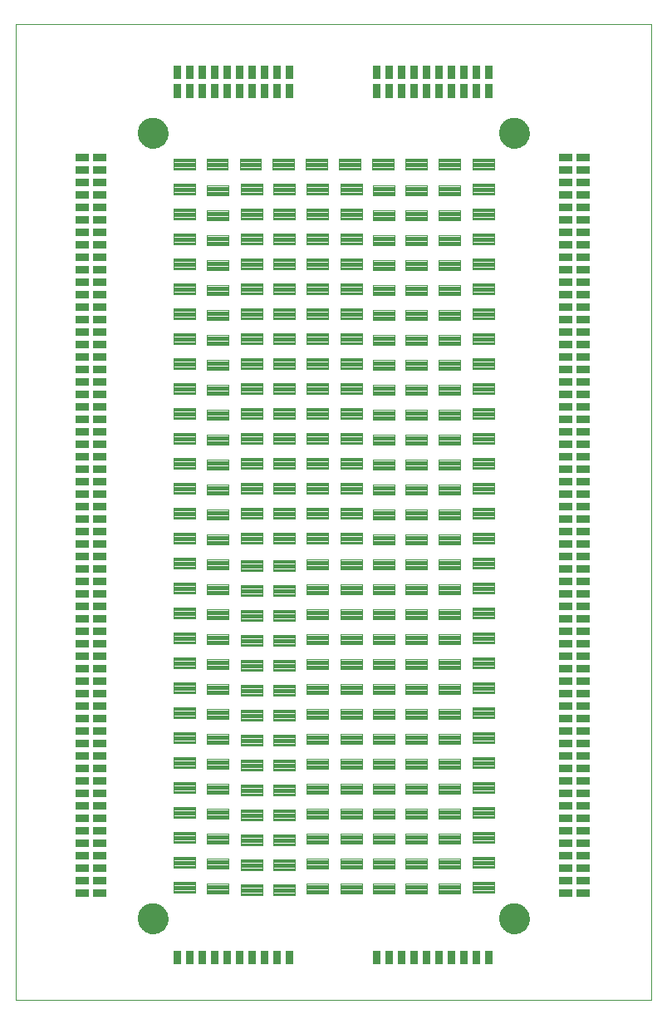
<source format=gts>
G75*
%MOIN*%
%OFA0B0*%
%FSLAX24Y24*%
%IPPOS*%
%LPD*%
%AMOC8*
5,1,8,0,0,1.08239X$1,22.5*
%
%ADD10C,0.0000*%
%ADD11C,0.1221*%
%ADD12C,0.0041*%
%ADD13C,0.0026*%
D10*
X000100Y000100D02*
X000100Y039220D01*
X025592Y039220D01*
X025592Y000100D01*
X000100Y000100D01*
X005009Y003350D02*
X005011Y003398D01*
X005017Y003446D01*
X005027Y003493D01*
X005040Y003539D01*
X005058Y003584D01*
X005078Y003628D01*
X005103Y003670D01*
X005131Y003709D01*
X005161Y003746D01*
X005195Y003780D01*
X005232Y003812D01*
X005270Y003841D01*
X005311Y003866D01*
X005354Y003888D01*
X005399Y003906D01*
X005445Y003920D01*
X005492Y003931D01*
X005540Y003938D01*
X005588Y003941D01*
X005636Y003940D01*
X005684Y003935D01*
X005732Y003926D01*
X005778Y003914D01*
X005823Y003897D01*
X005867Y003877D01*
X005909Y003854D01*
X005949Y003827D01*
X005987Y003797D01*
X006022Y003764D01*
X006054Y003728D01*
X006084Y003690D01*
X006110Y003649D01*
X006132Y003606D01*
X006152Y003562D01*
X006167Y003517D01*
X006179Y003470D01*
X006187Y003422D01*
X006191Y003374D01*
X006191Y003326D01*
X006187Y003278D01*
X006179Y003230D01*
X006167Y003183D01*
X006152Y003138D01*
X006132Y003094D01*
X006110Y003051D01*
X006084Y003010D01*
X006054Y002972D01*
X006022Y002936D01*
X005987Y002903D01*
X005949Y002873D01*
X005909Y002846D01*
X005867Y002823D01*
X005823Y002803D01*
X005778Y002786D01*
X005732Y002774D01*
X005684Y002765D01*
X005636Y002760D01*
X005588Y002759D01*
X005540Y002762D01*
X005492Y002769D01*
X005445Y002780D01*
X005399Y002794D01*
X005354Y002812D01*
X005311Y002834D01*
X005270Y002859D01*
X005232Y002888D01*
X005195Y002920D01*
X005161Y002954D01*
X005131Y002991D01*
X005103Y003030D01*
X005078Y003072D01*
X005058Y003116D01*
X005040Y003161D01*
X005027Y003207D01*
X005017Y003254D01*
X005011Y003302D01*
X005009Y003350D01*
X019509Y003350D02*
X019511Y003398D01*
X019517Y003446D01*
X019527Y003493D01*
X019540Y003539D01*
X019558Y003584D01*
X019578Y003628D01*
X019603Y003670D01*
X019631Y003709D01*
X019661Y003746D01*
X019695Y003780D01*
X019732Y003812D01*
X019770Y003841D01*
X019811Y003866D01*
X019854Y003888D01*
X019899Y003906D01*
X019945Y003920D01*
X019992Y003931D01*
X020040Y003938D01*
X020088Y003941D01*
X020136Y003940D01*
X020184Y003935D01*
X020232Y003926D01*
X020278Y003914D01*
X020323Y003897D01*
X020367Y003877D01*
X020409Y003854D01*
X020449Y003827D01*
X020487Y003797D01*
X020522Y003764D01*
X020554Y003728D01*
X020584Y003690D01*
X020610Y003649D01*
X020632Y003606D01*
X020652Y003562D01*
X020667Y003517D01*
X020679Y003470D01*
X020687Y003422D01*
X020691Y003374D01*
X020691Y003326D01*
X020687Y003278D01*
X020679Y003230D01*
X020667Y003183D01*
X020652Y003138D01*
X020632Y003094D01*
X020610Y003051D01*
X020584Y003010D01*
X020554Y002972D01*
X020522Y002936D01*
X020487Y002903D01*
X020449Y002873D01*
X020409Y002846D01*
X020367Y002823D01*
X020323Y002803D01*
X020278Y002786D01*
X020232Y002774D01*
X020184Y002765D01*
X020136Y002760D01*
X020088Y002759D01*
X020040Y002762D01*
X019992Y002769D01*
X019945Y002780D01*
X019899Y002794D01*
X019854Y002812D01*
X019811Y002834D01*
X019770Y002859D01*
X019732Y002888D01*
X019695Y002920D01*
X019661Y002954D01*
X019631Y002991D01*
X019603Y003030D01*
X019578Y003072D01*
X019558Y003116D01*
X019540Y003161D01*
X019527Y003207D01*
X019517Y003254D01*
X019511Y003302D01*
X019509Y003350D01*
X019509Y034850D02*
X019511Y034898D01*
X019517Y034946D01*
X019527Y034993D01*
X019540Y035039D01*
X019558Y035084D01*
X019578Y035128D01*
X019603Y035170D01*
X019631Y035209D01*
X019661Y035246D01*
X019695Y035280D01*
X019732Y035312D01*
X019770Y035341D01*
X019811Y035366D01*
X019854Y035388D01*
X019899Y035406D01*
X019945Y035420D01*
X019992Y035431D01*
X020040Y035438D01*
X020088Y035441D01*
X020136Y035440D01*
X020184Y035435D01*
X020232Y035426D01*
X020278Y035414D01*
X020323Y035397D01*
X020367Y035377D01*
X020409Y035354D01*
X020449Y035327D01*
X020487Y035297D01*
X020522Y035264D01*
X020554Y035228D01*
X020584Y035190D01*
X020610Y035149D01*
X020632Y035106D01*
X020652Y035062D01*
X020667Y035017D01*
X020679Y034970D01*
X020687Y034922D01*
X020691Y034874D01*
X020691Y034826D01*
X020687Y034778D01*
X020679Y034730D01*
X020667Y034683D01*
X020652Y034638D01*
X020632Y034594D01*
X020610Y034551D01*
X020584Y034510D01*
X020554Y034472D01*
X020522Y034436D01*
X020487Y034403D01*
X020449Y034373D01*
X020409Y034346D01*
X020367Y034323D01*
X020323Y034303D01*
X020278Y034286D01*
X020232Y034274D01*
X020184Y034265D01*
X020136Y034260D01*
X020088Y034259D01*
X020040Y034262D01*
X019992Y034269D01*
X019945Y034280D01*
X019899Y034294D01*
X019854Y034312D01*
X019811Y034334D01*
X019770Y034359D01*
X019732Y034388D01*
X019695Y034420D01*
X019661Y034454D01*
X019631Y034491D01*
X019603Y034530D01*
X019578Y034572D01*
X019558Y034616D01*
X019540Y034661D01*
X019527Y034707D01*
X019517Y034754D01*
X019511Y034802D01*
X019509Y034850D01*
X005009Y034850D02*
X005011Y034898D01*
X005017Y034946D01*
X005027Y034993D01*
X005040Y035039D01*
X005058Y035084D01*
X005078Y035128D01*
X005103Y035170D01*
X005131Y035209D01*
X005161Y035246D01*
X005195Y035280D01*
X005232Y035312D01*
X005270Y035341D01*
X005311Y035366D01*
X005354Y035388D01*
X005399Y035406D01*
X005445Y035420D01*
X005492Y035431D01*
X005540Y035438D01*
X005588Y035441D01*
X005636Y035440D01*
X005684Y035435D01*
X005732Y035426D01*
X005778Y035414D01*
X005823Y035397D01*
X005867Y035377D01*
X005909Y035354D01*
X005949Y035327D01*
X005987Y035297D01*
X006022Y035264D01*
X006054Y035228D01*
X006084Y035190D01*
X006110Y035149D01*
X006132Y035106D01*
X006152Y035062D01*
X006167Y035017D01*
X006179Y034970D01*
X006187Y034922D01*
X006191Y034874D01*
X006191Y034826D01*
X006187Y034778D01*
X006179Y034730D01*
X006167Y034683D01*
X006152Y034638D01*
X006132Y034594D01*
X006110Y034551D01*
X006084Y034510D01*
X006054Y034472D01*
X006022Y034436D01*
X005987Y034403D01*
X005949Y034373D01*
X005909Y034346D01*
X005867Y034323D01*
X005823Y034303D01*
X005778Y034286D01*
X005732Y034274D01*
X005684Y034265D01*
X005636Y034260D01*
X005588Y034259D01*
X005540Y034262D01*
X005492Y034269D01*
X005445Y034280D01*
X005399Y034294D01*
X005354Y034312D01*
X005311Y034334D01*
X005270Y034359D01*
X005232Y034388D01*
X005195Y034420D01*
X005161Y034454D01*
X005131Y034491D01*
X005103Y034530D01*
X005078Y034572D01*
X005058Y034616D01*
X005040Y034661D01*
X005027Y034707D01*
X005017Y034754D01*
X005011Y034802D01*
X005009Y034850D01*
D11*
X005600Y034850D03*
X020100Y034850D03*
X020100Y003350D03*
X005600Y003350D03*
D12*
X006420Y004390D02*
X007280Y004390D01*
X006420Y004390D02*
X006420Y004810D01*
X007280Y004810D01*
X007280Y004390D01*
X007280Y004430D02*
X006420Y004430D01*
X006420Y004470D02*
X007280Y004470D01*
X007280Y004510D02*
X006420Y004510D01*
X006420Y004550D02*
X007280Y004550D01*
X007280Y004590D02*
X006420Y004590D01*
X006420Y004630D02*
X007280Y004630D01*
X007280Y004670D02*
X006420Y004670D01*
X006420Y004710D02*
X007280Y004710D01*
X007280Y004750D02*
X006420Y004750D01*
X006420Y004790D02*
X007280Y004790D01*
X007280Y005390D02*
X006420Y005390D01*
X006420Y005810D01*
X007280Y005810D01*
X007280Y005390D01*
X007280Y005430D02*
X006420Y005430D01*
X006420Y005470D02*
X007280Y005470D01*
X007280Y005510D02*
X006420Y005510D01*
X006420Y005550D02*
X007280Y005550D01*
X007280Y005590D02*
X006420Y005590D01*
X006420Y005630D02*
X007280Y005630D01*
X007280Y005670D02*
X006420Y005670D01*
X006420Y005710D02*
X007280Y005710D01*
X007280Y005750D02*
X006420Y005750D01*
X006420Y005790D02*
X007280Y005790D01*
X007280Y006390D02*
X006420Y006390D01*
X006420Y006810D01*
X007280Y006810D01*
X007280Y006390D01*
X007280Y006430D02*
X006420Y006430D01*
X006420Y006470D02*
X007280Y006470D01*
X007280Y006510D02*
X006420Y006510D01*
X006420Y006550D02*
X007280Y006550D01*
X007280Y006590D02*
X006420Y006590D01*
X006420Y006630D02*
X007280Y006630D01*
X007280Y006670D02*
X006420Y006670D01*
X006420Y006710D02*
X007280Y006710D01*
X007280Y006750D02*
X006420Y006750D01*
X006420Y006790D02*
X007280Y006790D01*
X007280Y007390D02*
X006420Y007390D01*
X006420Y007810D01*
X007280Y007810D01*
X007280Y007390D01*
X007280Y007430D02*
X006420Y007430D01*
X006420Y007470D02*
X007280Y007470D01*
X007280Y007510D02*
X006420Y007510D01*
X006420Y007550D02*
X007280Y007550D01*
X007280Y007590D02*
X006420Y007590D01*
X006420Y007630D02*
X007280Y007630D01*
X007280Y007670D02*
X006420Y007670D01*
X006420Y007710D02*
X007280Y007710D01*
X007280Y007750D02*
X006420Y007750D01*
X006420Y007790D02*
X007280Y007790D01*
X007280Y008390D02*
X006420Y008390D01*
X006420Y008810D01*
X007280Y008810D01*
X007280Y008390D01*
X007280Y008430D02*
X006420Y008430D01*
X006420Y008470D02*
X007280Y008470D01*
X007280Y008510D02*
X006420Y008510D01*
X006420Y008550D02*
X007280Y008550D01*
X007280Y008590D02*
X006420Y008590D01*
X006420Y008630D02*
X007280Y008630D01*
X007280Y008670D02*
X006420Y008670D01*
X006420Y008710D02*
X007280Y008710D01*
X007280Y008750D02*
X006420Y008750D01*
X006420Y008790D02*
X007280Y008790D01*
X007280Y009390D02*
X006420Y009390D01*
X006420Y009810D01*
X007280Y009810D01*
X007280Y009390D01*
X007280Y009430D02*
X006420Y009430D01*
X006420Y009470D02*
X007280Y009470D01*
X007280Y009510D02*
X006420Y009510D01*
X006420Y009550D02*
X007280Y009550D01*
X007280Y009590D02*
X006420Y009590D01*
X006420Y009630D02*
X007280Y009630D01*
X007280Y009670D02*
X006420Y009670D01*
X006420Y009710D02*
X007280Y009710D01*
X007280Y009750D02*
X006420Y009750D01*
X006420Y009790D02*
X007280Y009790D01*
X007280Y010390D02*
X006420Y010390D01*
X006420Y010810D01*
X007280Y010810D01*
X007280Y010390D01*
X007280Y010430D02*
X006420Y010430D01*
X006420Y010470D02*
X007280Y010470D01*
X007280Y010510D02*
X006420Y010510D01*
X006420Y010550D02*
X007280Y010550D01*
X007280Y010590D02*
X006420Y010590D01*
X006420Y010630D02*
X007280Y010630D01*
X007280Y010670D02*
X006420Y010670D01*
X006420Y010710D02*
X007280Y010710D01*
X007280Y010750D02*
X006420Y010750D01*
X006420Y010790D02*
X007280Y010790D01*
X007280Y011390D02*
X006420Y011390D01*
X006420Y011810D01*
X007280Y011810D01*
X007280Y011390D01*
X007280Y011430D02*
X006420Y011430D01*
X006420Y011470D02*
X007280Y011470D01*
X007280Y011510D02*
X006420Y011510D01*
X006420Y011550D02*
X007280Y011550D01*
X007280Y011590D02*
X006420Y011590D01*
X006420Y011630D02*
X007280Y011630D01*
X007280Y011670D02*
X006420Y011670D01*
X006420Y011710D02*
X007280Y011710D01*
X007280Y011750D02*
X006420Y011750D01*
X006420Y011790D02*
X007280Y011790D01*
X007280Y012390D02*
X006420Y012390D01*
X006420Y012810D01*
X007280Y012810D01*
X007280Y012390D01*
X007280Y012430D02*
X006420Y012430D01*
X006420Y012470D02*
X007280Y012470D01*
X007280Y012510D02*
X006420Y012510D01*
X006420Y012550D02*
X007280Y012550D01*
X007280Y012590D02*
X006420Y012590D01*
X006420Y012630D02*
X007280Y012630D01*
X007280Y012670D02*
X006420Y012670D01*
X006420Y012710D02*
X007280Y012710D01*
X007280Y012750D02*
X006420Y012750D01*
X006420Y012790D02*
X007280Y012790D01*
X007280Y013390D02*
X006420Y013390D01*
X006420Y013810D01*
X007280Y013810D01*
X007280Y013390D01*
X007280Y013430D02*
X006420Y013430D01*
X006420Y013470D02*
X007280Y013470D01*
X007280Y013510D02*
X006420Y013510D01*
X006420Y013550D02*
X007280Y013550D01*
X007280Y013590D02*
X006420Y013590D01*
X006420Y013630D02*
X007280Y013630D01*
X007280Y013670D02*
X006420Y013670D01*
X006420Y013710D02*
X007280Y013710D01*
X007280Y013750D02*
X006420Y013750D01*
X006420Y013790D02*
X007280Y013790D01*
X007280Y014390D02*
X006420Y014390D01*
X006420Y014810D01*
X007280Y014810D01*
X007280Y014390D01*
X007280Y014430D02*
X006420Y014430D01*
X006420Y014470D02*
X007280Y014470D01*
X007280Y014510D02*
X006420Y014510D01*
X006420Y014550D02*
X007280Y014550D01*
X007280Y014590D02*
X006420Y014590D01*
X006420Y014630D02*
X007280Y014630D01*
X007280Y014670D02*
X006420Y014670D01*
X006420Y014710D02*
X007280Y014710D01*
X007280Y014750D02*
X006420Y014750D01*
X006420Y014790D02*
X007280Y014790D01*
X007280Y015390D02*
X006420Y015390D01*
X006420Y015810D01*
X007280Y015810D01*
X007280Y015390D01*
X007280Y015430D02*
X006420Y015430D01*
X006420Y015470D02*
X007280Y015470D01*
X007280Y015510D02*
X006420Y015510D01*
X006420Y015550D02*
X007280Y015550D01*
X007280Y015590D02*
X006420Y015590D01*
X006420Y015630D02*
X007280Y015630D01*
X007280Y015670D02*
X006420Y015670D01*
X006420Y015710D02*
X007280Y015710D01*
X007280Y015750D02*
X006420Y015750D01*
X006420Y015790D02*
X007280Y015790D01*
X007280Y016390D02*
X006420Y016390D01*
X006420Y016810D01*
X007280Y016810D01*
X007280Y016390D01*
X007280Y016430D02*
X006420Y016430D01*
X006420Y016470D02*
X007280Y016470D01*
X007280Y016510D02*
X006420Y016510D01*
X006420Y016550D02*
X007280Y016550D01*
X007280Y016590D02*
X006420Y016590D01*
X006420Y016630D02*
X007280Y016630D01*
X007280Y016670D02*
X006420Y016670D01*
X006420Y016710D02*
X007280Y016710D01*
X007280Y016750D02*
X006420Y016750D01*
X006420Y016790D02*
X007280Y016790D01*
X007280Y017390D02*
X006420Y017390D01*
X006420Y017810D01*
X007280Y017810D01*
X007280Y017390D01*
X007280Y017430D02*
X006420Y017430D01*
X006420Y017470D02*
X007280Y017470D01*
X007280Y017510D02*
X006420Y017510D01*
X006420Y017550D02*
X007280Y017550D01*
X007280Y017590D02*
X006420Y017590D01*
X006420Y017630D02*
X007280Y017630D01*
X007280Y017670D02*
X006420Y017670D01*
X006420Y017710D02*
X007280Y017710D01*
X007280Y017750D02*
X006420Y017750D01*
X006420Y017790D02*
X007280Y017790D01*
X007280Y018390D02*
X006420Y018390D01*
X006420Y018810D01*
X007280Y018810D01*
X007280Y018390D01*
X007280Y018430D02*
X006420Y018430D01*
X006420Y018470D02*
X007280Y018470D01*
X007280Y018510D02*
X006420Y018510D01*
X006420Y018550D02*
X007280Y018550D01*
X007280Y018590D02*
X006420Y018590D01*
X006420Y018630D02*
X007280Y018630D01*
X007280Y018670D02*
X006420Y018670D01*
X006420Y018710D02*
X007280Y018710D01*
X007280Y018750D02*
X006420Y018750D01*
X006420Y018790D02*
X007280Y018790D01*
X007280Y019390D02*
X006420Y019390D01*
X006420Y019810D01*
X007280Y019810D01*
X007280Y019390D01*
X007280Y019430D02*
X006420Y019430D01*
X006420Y019470D02*
X007280Y019470D01*
X007280Y019510D02*
X006420Y019510D01*
X006420Y019550D02*
X007280Y019550D01*
X007280Y019590D02*
X006420Y019590D01*
X006420Y019630D02*
X007280Y019630D01*
X007280Y019670D02*
X006420Y019670D01*
X006420Y019710D02*
X007280Y019710D01*
X007280Y019750D02*
X006420Y019750D01*
X006420Y019790D02*
X007280Y019790D01*
X007280Y020390D02*
X006420Y020390D01*
X006420Y020810D01*
X007280Y020810D01*
X007280Y020390D01*
X007280Y020430D02*
X006420Y020430D01*
X006420Y020470D02*
X007280Y020470D01*
X007280Y020510D02*
X006420Y020510D01*
X006420Y020550D02*
X007280Y020550D01*
X007280Y020590D02*
X006420Y020590D01*
X006420Y020630D02*
X007280Y020630D01*
X007280Y020670D02*
X006420Y020670D01*
X006420Y020710D02*
X007280Y020710D01*
X007280Y020750D02*
X006420Y020750D01*
X006420Y020790D02*
X007280Y020790D01*
X007280Y021390D02*
X006420Y021390D01*
X006420Y021810D01*
X007280Y021810D01*
X007280Y021390D01*
X007280Y021430D02*
X006420Y021430D01*
X006420Y021470D02*
X007280Y021470D01*
X007280Y021510D02*
X006420Y021510D01*
X006420Y021550D02*
X007280Y021550D01*
X007280Y021590D02*
X006420Y021590D01*
X006420Y021630D02*
X007280Y021630D01*
X007280Y021670D02*
X006420Y021670D01*
X006420Y021710D02*
X007280Y021710D01*
X007280Y021750D02*
X006420Y021750D01*
X006420Y021790D02*
X007280Y021790D01*
X007280Y022390D02*
X006420Y022390D01*
X006420Y022810D01*
X007280Y022810D01*
X007280Y022390D01*
X007280Y022430D02*
X006420Y022430D01*
X006420Y022470D02*
X007280Y022470D01*
X007280Y022510D02*
X006420Y022510D01*
X006420Y022550D02*
X007280Y022550D01*
X007280Y022590D02*
X006420Y022590D01*
X006420Y022630D02*
X007280Y022630D01*
X007280Y022670D02*
X006420Y022670D01*
X006420Y022710D02*
X007280Y022710D01*
X007280Y022750D02*
X006420Y022750D01*
X006420Y022790D02*
X007280Y022790D01*
X007280Y023390D02*
X006420Y023390D01*
X006420Y023810D01*
X007280Y023810D01*
X007280Y023390D01*
X007280Y023430D02*
X006420Y023430D01*
X006420Y023470D02*
X007280Y023470D01*
X007280Y023510D02*
X006420Y023510D01*
X006420Y023550D02*
X007280Y023550D01*
X007280Y023590D02*
X006420Y023590D01*
X006420Y023630D02*
X007280Y023630D01*
X007280Y023670D02*
X006420Y023670D01*
X006420Y023710D02*
X007280Y023710D01*
X007280Y023750D02*
X006420Y023750D01*
X006420Y023790D02*
X007280Y023790D01*
X007280Y024390D02*
X006420Y024390D01*
X006420Y024810D01*
X007280Y024810D01*
X007280Y024390D01*
X007280Y024430D02*
X006420Y024430D01*
X006420Y024470D02*
X007280Y024470D01*
X007280Y024510D02*
X006420Y024510D01*
X006420Y024550D02*
X007280Y024550D01*
X007280Y024590D02*
X006420Y024590D01*
X006420Y024630D02*
X007280Y024630D01*
X007280Y024670D02*
X006420Y024670D01*
X006420Y024710D02*
X007280Y024710D01*
X007280Y024750D02*
X006420Y024750D01*
X006420Y024790D02*
X007280Y024790D01*
X007280Y025390D02*
X006420Y025390D01*
X006420Y025810D01*
X007280Y025810D01*
X007280Y025390D01*
X007280Y025430D02*
X006420Y025430D01*
X006420Y025470D02*
X007280Y025470D01*
X007280Y025510D02*
X006420Y025510D01*
X006420Y025550D02*
X007280Y025550D01*
X007280Y025590D02*
X006420Y025590D01*
X006420Y025630D02*
X007280Y025630D01*
X007280Y025670D02*
X006420Y025670D01*
X006420Y025710D02*
X007280Y025710D01*
X007280Y025750D02*
X006420Y025750D01*
X006420Y025790D02*
X007280Y025790D01*
X007280Y026390D02*
X006420Y026390D01*
X006420Y026810D01*
X007280Y026810D01*
X007280Y026390D01*
X007280Y026430D02*
X006420Y026430D01*
X006420Y026470D02*
X007280Y026470D01*
X007280Y026510D02*
X006420Y026510D01*
X006420Y026550D02*
X007280Y026550D01*
X007280Y026590D02*
X006420Y026590D01*
X006420Y026630D02*
X007280Y026630D01*
X007280Y026670D02*
X006420Y026670D01*
X006420Y026710D02*
X007280Y026710D01*
X007280Y026750D02*
X006420Y026750D01*
X006420Y026790D02*
X007280Y026790D01*
X007280Y027390D02*
X006420Y027390D01*
X006420Y027810D01*
X007280Y027810D01*
X007280Y027390D01*
X007280Y027430D02*
X006420Y027430D01*
X006420Y027470D02*
X007280Y027470D01*
X007280Y027510D02*
X006420Y027510D01*
X006420Y027550D02*
X007280Y027550D01*
X007280Y027590D02*
X006420Y027590D01*
X006420Y027630D02*
X007280Y027630D01*
X007280Y027670D02*
X006420Y027670D01*
X006420Y027710D02*
X007280Y027710D01*
X007280Y027750D02*
X006420Y027750D01*
X006420Y027790D02*
X007280Y027790D01*
X007280Y028390D02*
X006420Y028390D01*
X006420Y028810D01*
X007280Y028810D01*
X007280Y028390D01*
X007280Y028430D02*
X006420Y028430D01*
X006420Y028470D02*
X007280Y028470D01*
X007280Y028510D02*
X006420Y028510D01*
X006420Y028550D02*
X007280Y028550D01*
X007280Y028590D02*
X006420Y028590D01*
X006420Y028630D02*
X007280Y028630D01*
X007280Y028670D02*
X006420Y028670D01*
X006420Y028710D02*
X007280Y028710D01*
X007280Y028750D02*
X006420Y028750D01*
X006420Y028790D02*
X007280Y028790D01*
X007280Y029390D02*
X006420Y029390D01*
X006420Y029810D01*
X007280Y029810D01*
X007280Y029390D01*
X007280Y029430D02*
X006420Y029430D01*
X006420Y029470D02*
X007280Y029470D01*
X007280Y029510D02*
X006420Y029510D01*
X006420Y029550D02*
X007280Y029550D01*
X007280Y029590D02*
X006420Y029590D01*
X006420Y029630D02*
X007280Y029630D01*
X007280Y029670D02*
X006420Y029670D01*
X006420Y029710D02*
X007280Y029710D01*
X007280Y029750D02*
X006420Y029750D01*
X006420Y029790D02*
X007280Y029790D01*
X007280Y030390D02*
X006420Y030390D01*
X006420Y030810D01*
X007280Y030810D01*
X007280Y030390D01*
X007280Y030430D02*
X006420Y030430D01*
X006420Y030470D02*
X007280Y030470D01*
X007280Y030510D02*
X006420Y030510D01*
X006420Y030550D02*
X007280Y030550D01*
X007280Y030590D02*
X006420Y030590D01*
X006420Y030630D02*
X007280Y030630D01*
X007280Y030670D02*
X006420Y030670D01*
X006420Y030710D02*
X007280Y030710D01*
X007280Y030750D02*
X006420Y030750D01*
X006420Y030790D02*
X007280Y030790D01*
X007280Y031390D02*
X006420Y031390D01*
X006420Y031810D01*
X007280Y031810D01*
X007280Y031390D01*
X007280Y031430D02*
X006420Y031430D01*
X006420Y031470D02*
X007280Y031470D01*
X007280Y031510D02*
X006420Y031510D01*
X006420Y031550D02*
X007280Y031550D01*
X007280Y031590D02*
X006420Y031590D01*
X006420Y031630D02*
X007280Y031630D01*
X007280Y031670D02*
X006420Y031670D01*
X006420Y031710D02*
X007280Y031710D01*
X007280Y031750D02*
X006420Y031750D01*
X006420Y031790D02*
X007280Y031790D01*
X007280Y032390D02*
X006420Y032390D01*
X006420Y032810D01*
X007280Y032810D01*
X007280Y032390D01*
X007280Y032430D02*
X006420Y032430D01*
X006420Y032470D02*
X007280Y032470D01*
X007280Y032510D02*
X006420Y032510D01*
X006420Y032550D02*
X007280Y032550D01*
X007280Y032590D02*
X006420Y032590D01*
X006420Y032630D02*
X007280Y032630D01*
X007280Y032670D02*
X006420Y032670D01*
X006420Y032710D02*
X007280Y032710D01*
X007280Y032750D02*
X006420Y032750D01*
X006420Y032790D02*
X007280Y032790D01*
X007280Y033390D02*
X006420Y033390D01*
X006420Y033810D01*
X007280Y033810D01*
X007280Y033390D01*
X007280Y033430D02*
X006420Y033430D01*
X006420Y033470D02*
X007280Y033470D01*
X007280Y033510D02*
X006420Y033510D01*
X006420Y033550D02*
X007280Y033550D01*
X007280Y033590D02*
X006420Y033590D01*
X006420Y033630D02*
X007280Y033630D01*
X007280Y033670D02*
X006420Y033670D01*
X006420Y033710D02*
X007280Y033710D01*
X007280Y033750D02*
X006420Y033750D01*
X006420Y033790D02*
X007280Y033790D01*
X007751Y033390D02*
X008611Y033390D01*
X007751Y033390D02*
X007751Y033810D01*
X008611Y033810D01*
X008611Y033390D01*
X008611Y033430D02*
X007751Y033430D01*
X007751Y033470D02*
X008611Y033470D01*
X008611Y033510D02*
X007751Y033510D01*
X007751Y033550D02*
X008611Y033550D01*
X008611Y033590D02*
X007751Y033590D01*
X007751Y033630D02*
X008611Y033630D01*
X008611Y033670D02*
X007751Y033670D01*
X007751Y033710D02*
X008611Y033710D01*
X008611Y033750D02*
X007751Y033750D01*
X007751Y033790D02*
X008611Y033790D01*
X008630Y032340D02*
X007770Y032340D01*
X007770Y032760D01*
X008630Y032760D01*
X008630Y032340D01*
X008630Y032380D02*
X007770Y032380D01*
X007770Y032420D02*
X008630Y032420D01*
X008630Y032460D02*
X007770Y032460D01*
X007770Y032500D02*
X008630Y032500D01*
X008630Y032540D02*
X007770Y032540D01*
X007770Y032580D02*
X008630Y032580D01*
X008630Y032620D02*
X007770Y032620D01*
X007770Y032660D02*
X008630Y032660D01*
X008630Y032700D02*
X007770Y032700D01*
X007770Y032740D02*
X008630Y032740D01*
X008630Y031340D02*
X007770Y031340D01*
X007770Y031760D01*
X008630Y031760D01*
X008630Y031340D01*
X008630Y031380D02*
X007770Y031380D01*
X007770Y031420D02*
X008630Y031420D01*
X008630Y031460D02*
X007770Y031460D01*
X007770Y031500D02*
X008630Y031500D01*
X008630Y031540D02*
X007770Y031540D01*
X007770Y031580D02*
X008630Y031580D01*
X008630Y031620D02*
X007770Y031620D01*
X007770Y031660D02*
X008630Y031660D01*
X008630Y031700D02*
X007770Y031700D01*
X007770Y031740D02*
X008630Y031740D01*
X008630Y030340D02*
X007770Y030340D01*
X007770Y030760D01*
X008630Y030760D01*
X008630Y030340D01*
X008630Y030380D02*
X007770Y030380D01*
X007770Y030420D02*
X008630Y030420D01*
X008630Y030460D02*
X007770Y030460D01*
X007770Y030500D02*
X008630Y030500D01*
X008630Y030540D02*
X007770Y030540D01*
X007770Y030580D02*
X008630Y030580D01*
X008630Y030620D02*
X007770Y030620D01*
X007770Y030660D02*
X008630Y030660D01*
X008630Y030700D02*
X007770Y030700D01*
X007770Y030740D02*
X008630Y030740D01*
X008630Y029340D02*
X007770Y029340D01*
X007770Y029760D01*
X008630Y029760D01*
X008630Y029340D01*
X008630Y029380D02*
X007770Y029380D01*
X007770Y029420D02*
X008630Y029420D01*
X008630Y029460D02*
X007770Y029460D01*
X007770Y029500D02*
X008630Y029500D01*
X008630Y029540D02*
X007770Y029540D01*
X007770Y029580D02*
X008630Y029580D01*
X008630Y029620D02*
X007770Y029620D01*
X007770Y029660D02*
X008630Y029660D01*
X008630Y029700D02*
X007770Y029700D01*
X007770Y029740D02*
X008630Y029740D01*
X008630Y028340D02*
X007770Y028340D01*
X007770Y028760D01*
X008630Y028760D01*
X008630Y028340D01*
X008630Y028380D02*
X007770Y028380D01*
X007770Y028420D02*
X008630Y028420D01*
X008630Y028460D02*
X007770Y028460D01*
X007770Y028500D02*
X008630Y028500D01*
X008630Y028540D02*
X007770Y028540D01*
X007770Y028580D02*
X008630Y028580D01*
X008630Y028620D02*
X007770Y028620D01*
X007770Y028660D02*
X008630Y028660D01*
X008630Y028700D02*
X007770Y028700D01*
X007770Y028740D02*
X008630Y028740D01*
X008630Y027340D02*
X007770Y027340D01*
X007770Y027760D01*
X008630Y027760D01*
X008630Y027340D01*
X008630Y027380D02*
X007770Y027380D01*
X007770Y027420D02*
X008630Y027420D01*
X008630Y027460D02*
X007770Y027460D01*
X007770Y027500D02*
X008630Y027500D01*
X008630Y027540D02*
X007770Y027540D01*
X007770Y027580D02*
X008630Y027580D01*
X008630Y027620D02*
X007770Y027620D01*
X007770Y027660D02*
X008630Y027660D01*
X008630Y027700D02*
X007770Y027700D01*
X007770Y027740D02*
X008630Y027740D01*
X008630Y026340D02*
X007770Y026340D01*
X007770Y026760D01*
X008630Y026760D01*
X008630Y026340D01*
X008630Y026380D02*
X007770Y026380D01*
X007770Y026420D02*
X008630Y026420D01*
X008630Y026460D02*
X007770Y026460D01*
X007770Y026500D02*
X008630Y026500D01*
X008630Y026540D02*
X007770Y026540D01*
X007770Y026580D02*
X008630Y026580D01*
X008630Y026620D02*
X007770Y026620D01*
X007770Y026660D02*
X008630Y026660D01*
X008630Y026700D02*
X007770Y026700D01*
X007770Y026740D02*
X008630Y026740D01*
X009120Y026390D02*
X009980Y026390D01*
X009120Y026390D02*
X009120Y026810D01*
X009980Y026810D01*
X009980Y026390D01*
X009980Y026430D02*
X009120Y026430D01*
X009120Y026470D02*
X009980Y026470D01*
X009980Y026510D02*
X009120Y026510D01*
X009120Y026550D02*
X009980Y026550D01*
X009980Y026590D02*
X009120Y026590D01*
X009120Y026630D02*
X009980Y026630D01*
X009980Y026670D02*
X009120Y026670D01*
X009120Y026710D02*
X009980Y026710D01*
X009980Y026750D02*
X009120Y026750D01*
X009120Y026790D02*
X009980Y026790D01*
X009980Y027390D02*
X009120Y027390D01*
X009120Y027810D01*
X009980Y027810D01*
X009980Y027390D01*
X009980Y027430D02*
X009120Y027430D01*
X009120Y027470D02*
X009980Y027470D01*
X009980Y027510D02*
X009120Y027510D01*
X009120Y027550D02*
X009980Y027550D01*
X009980Y027590D02*
X009120Y027590D01*
X009120Y027630D02*
X009980Y027630D01*
X009980Y027670D02*
X009120Y027670D01*
X009120Y027710D02*
X009980Y027710D01*
X009980Y027750D02*
X009120Y027750D01*
X009120Y027790D02*
X009980Y027790D01*
X009980Y028390D02*
X009120Y028390D01*
X009120Y028810D01*
X009980Y028810D01*
X009980Y028390D01*
X009980Y028430D02*
X009120Y028430D01*
X009120Y028470D02*
X009980Y028470D01*
X009980Y028510D02*
X009120Y028510D01*
X009120Y028550D02*
X009980Y028550D01*
X009980Y028590D02*
X009120Y028590D01*
X009120Y028630D02*
X009980Y028630D01*
X009980Y028670D02*
X009120Y028670D01*
X009120Y028710D02*
X009980Y028710D01*
X009980Y028750D02*
X009120Y028750D01*
X009120Y028790D02*
X009980Y028790D01*
X009980Y029390D02*
X009120Y029390D01*
X009120Y029810D01*
X009980Y029810D01*
X009980Y029390D01*
X009980Y029430D02*
X009120Y029430D01*
X009120Y029470D02*
X009980Y029470D01*
X009980Y029510D02*
X009120Y029510D01*
X009120Y029550D02*
X009980Y029550D01*
X009980Y029590D02*
X009120Y029590D01*
X009120Y029630D02*
X009980Y029630D01*
X009980Y029670D02*
X009120Y029670D01*
X009120Y029710D02*
X009980Y029710D01*
X009980Y029750D02*
X009120Y029750D01*
X009120Y029790D02*
X009980Y029790D01*
X009980Y030390D02*
X009120Y030390D01*
X009120Y030810D01*
X009980Y030810D01*
X009980Y030390D01*
X009980Y030430D02*
X009120Y030430D01*
X009120Y030470D02*
X009980Y030470D01*
X009980Y030510D02*
X009120Y030510D01*
X009120Y030550D02*
X009980Y030550D01*
X009980Y030590D02*
X009120Y030590D01*
X009120Y030630D02*
X009980Y030630D01*
X009980Y030670D02*
X009120Y030670D01*
X009120Y030710D02*
X009980Y030710D01*
X009980Y030750D02*
X009120Y030750D01*
X009120Y030790D02*
X009980Y030790D01*
X009980Y031390D02*
X009120Y031390D01*
X009120Y031810D01*
X009980Y031810D01*
X009980Y031390D01*
X009980Y031430D02*
X009120Y031430D01*
X009120Y031470D02*
X009980Y031470D01*
X009980Y031510D02*
X009120Y031510D01*
X009120Y031550D02*
X009980Y031550D01*
X009980Y031590D02*
X009120Y031590D01*
X009120Y031630D02*
X009980Y031630D01*
X009980Y031670D02*
X009120Y031670D01*
X009120Y031710D02*
X009980Y031710D01*
X009980Y031750D02*
X009120Y031750D01*
X009120Y031790D02*
X009980Y031790D01*
X009980Y032390D02*
X009120Y032390D01*
X009120Y032810D01*
X009980Y032810D01*
X009980Y032390D01*
X009980Y032430D02*
X009120Y032430D01*
X009120Y032470D02*
X009980Y032470D01*
X009980Y032510D02*
X009120Y032510D01*
X009120Y032550D02*
X009980Y032550D01*
X009980Y032590D02*
X009120Y032590D01*
X009120Y032630D02*
X009980Y032630D01*
X009980Y032670D02*
X009120Y032670D01*
X009120Y032710D02*
X009980Y032710D01*
X009980Y032750D02*
X009120Y032750D01*
X009120Y032790D02*
X009980Y032790D01*
X009941Y033390D02*
X009081Y033390D01*
X009081Y033810D01*
X009941Y033810D01*
X009941Y033390D01*
X009941Y033430D02*
X009081Y033430D01*
X009081Y033470D02*
X009941Y033470D01*
X009941Y033510D02*
X009081Y033510D01*
X009081Y033550D02*
X009941Y033550D01*
X009941Y033590D02*
X009081Y033590D01*
X009081Y033630D02*
X009941Y033630D01*
X009941Y033670D02*
X009081Y033670D01*
X009081Y033710D02*
X009941Y033710D01*
X009941Y033750D02*
X009081Y033750D01*
X009081Y033790D02*
X009941Y033790D01*
X010412Y033390D02*
X011272Y033390D01*
X010412Y033390D02*
X010412Y033810D01*
X011272Y033810D01*
X011272Y033390D01*
X011272Y033430D02*
X010412Y033430D01*
X010412Y033470D02*
X011272Y033470D01*
X011272Y033510D02*
X010412Y033510D01*
X010412Y033550D02*
X011272Y033550D01*
X011272Y033590D02*
X010412Y033590D01*
X010412Y033630D02*
X011272Y033630D01*
X011272Y033670D02*
X010412Y033670D01*
X010412Y033710D02*
X011272Y033710D01*
X011272Y033750D02*
X010412Y033750D01*
X010412Y033790D02*
X011272Y033790D01*
X011280Y032390D02*
X010420Y032390D01*
X010420Y032810D01*
X011280Y032810D01*
X011280Y032390D01*
X011280Y032430D02*
X010420Y032430D01*
X010420Y032470D02*
X011280Y032470D01*
X011280Y032510D02*
X010420Y032510D01*
X010420Y032550D02*
X011280Y032550D01*
X011280Y032590D02*
X010420Y032590D01*
X010420Y032630D02*
X011280Y032630D01*
X011280Y032670D02*
X010420Y032670D01*
X010420Y032710D02*
X011280Y032710D01*
X011280Y032750D02*
X010420Y032750D01*
X010420Y032790D02*
X011280Y032790D01*
X011280Y031390D02*
X010420Y031390D01*
X010420Y031810D01*
X011280Y031810D01*
X011280Y031390D01*
X011280Y031430D02*
X010420Y031430D01*
X010420Y031470D02*
X011280Y031470D01*
X011280Y031510D02*
X010420Y031510D01*
X010420Y031550D02*
X011280Y031550D01*
X011280Y031590D02*
X010420Y031590D01*
X010420Y031630D02*
X011280Y031630D01*
X011280Y031670D02*
X010420Y031670D01*
X010420Y031710D02*
X011280Y031710D01*
X011280Y031750D02*
X010420Y031750D01*
X010420Y031790D02*
X011280Y031790D01*
X011280Y030390D02*
X010420Y030390D01*
X010420Y030810D01*
X011280Y030810D01*
X011280Y030390D01*
X011280Y030430D02*
X010420Y030430D01*
X010420Y030470D02*
X011280Y030470D01*
X011280Y030510D02*
X010420Y030510D01*
X010420Y030550D02*
X011280Y030550D01*
X011280Y030590D02*
X010420Y030590D01*
X010420Y030630D02*
X011280Y030630D01*
X011280Y030670D02*
X010420Y030670D01*
X010420Y030710D02*
X011280Y030710D01*
X011280Y030750D02*
X010420Y030750D01*
X010420Y030790D02*
X011280Y030790D01*
X011280Y029390D02*
X010420Y029390D01*
X010420Y029810D01*
X011280Y029810D01*
X011280Y029390D01*
X011280Y029430D02*
X010420Y029430D01*
X010420Y029470D02*
X011280Y029470D01*
X011280Y029510D02*
X010420Y029510D01*
X010420Y029550D02*
X011280Y029550D01*
X011280Y029590D02*
X010420Y029590D01*
X010420Y029630D02*
X011280Y029630D01*
X011280Y029670D02*
X010420Y029670D01*
X010420Y029710D02*
X011280Y029710D01*
X011280Y029750D02*
X010420Y029750D01*
X010420Y029790D02*
X011280Y029790D01*
X011280Y028390D02*
X010420Y028390D01*
X010420Y028810D01*
X011280Y028810D01*
X011280Y028390D01*
X011280Y028430D02*
X010420Y028430D01*
X010420Y028470D02*
X011280Y028470D01*
X011280Y028510D02*
X010420Y028510D01*
X010420Y028550D02*
X011280Y028550D01*
X011280Y028590D02*
X010420Y028590D01*
X010420Y028630D02*
X011280Y028630D01*
X011280Y028670D02*
X010420Y028670D01*
X010420Y028710D02*
X011280Y028710D01*
X011280Y028750D02*
X010420Y028750D01*
X010420Y028790D02*
X011280Y028790D01*
X011280Y027390D02*
X010420Y027390D01*
X010420Y027810D01*
X011280Y027810D01*
X011280Y027390D01*
X011280Y027430D02*
X010420Y027430D01*
X010420Y027470D02*
X011280Y027470D01*
X011280Y027510D02*
X010420Y027510D01*
X010420Y027550D02*
X011280Y027550D01*
X011280Y027590D02*
X010420Y027590D01*
X010420Y027630D02*
X011280Y027630D01*
X011280Y027670D02*
X010420Y027670D01*
X010420Y027710D02*
X011280Y027710D01*
X011280Y027750D02*
X010420Y027750D01*
X010420Y027790D02*
X011280Y027790D01*
X011280Y026390D02*
X010420Y026390D01*
X010420Y026810D01*
X011280Y026810D01*
X011280Y026390D01*
X011280Y026430D02*
X010420Y026430D01*
X010420Y026470D02*
X011280Y026470D01*
X011280Y026510D02*
X010420Y026510D01*
X010420Y026550D02*
X011280Y026550D01*
X011280Y026590D02*
X010420Y026590D01*
X010420Y026630D02*
X011280Y026630D01*
X011280Y026670D02*
X010420Y026670D01*
X010420Y026710D02*
X011280Y026710D01*
X011280Y026750D02*
X010420Y026750D01*
X010420Y026790D02*
X011280Y026790D01*
X011280Y025390D02*
X010420Y025390D01*
X010420Y025810D01*
X011280Y025810D01*
X011280Y025390D01*
X011280Y025430D02*
X010420Y025430D01*
X010420Y025470D02*
X011280Y025470D01*
X011280Y025510D02*
X010420Y025510D01*
X010420Y025550D02*
X011280Y025550D01*
X011280Y025590D02*
X010420Y025590D01*
X010420Y025630D02*
X011280Y025630D01*
X011280Y025670D02*
X010420Y025670D01*
X010420Y025710D02*
X011280Y025710D01*
X011280Y025750D02*
X010420Y025750D01*
X010420Y025790D02*
X011280Y025790D01*
X011280Y024390D02*
X010420Y024390D01*
X010420Y024810D01*
X011280Y024810D01*
X011280Y024390D01*
X011280Y024430D02*
X010420Y024430D01*
X010420Y024470D02*
X011280Y024470D01*
X011280Y024510D02*
X010420Y024510D01*
X010420Y024550D02*
X011280Y024550D01*
X011280Y024590D02*
X010420Y024590D01*
X010420Y024630D02*
X011280Y024630D01*
X011280Y024670D02*
X010420Y024670D01*
X010420Y024710D02*
X011280Y024710D01*
X011280Y024750D02*
X010420Y024750D01*
X010420Y024790D02*
X011280Y024790D01*
X011280Y023390D02*
X010420Y023390D01*
X010420Y023810D01*
X011280Y023810D01*
X011280Y023390D01*
X011280Y023430D02*
X010420Y023430D01*
X010420Y023470D02*
X011280Y023470D01*
X011280Y023510D02*
X010420Y023510D01*
X010420Y023550D02*
X011280Y023550D01*
X011280Y023590D02*
X010420Y023590D01*
X010420Y023630D02*
X011280Y023630D01*
X011280Y023670D02*
X010420Y023670D01*
X010420Y023710D02*
X011280Y023710D01*
X011280Y023750D02*
X010420Y023750D01*
X010420Y023790D02*
X011280Y023790D01*
X011280Y022390D02*
X010420Y022390D01*
X010420Y022810D01*
X011280Y022810D01*
X011280Y022390D01*
X011280Y022430D02*
X010420Y022430D01*
X010420Y022470D02*
X011280Y022470D01*
X011280Y022510D02*
X010420Y022510D01*
X010420Y022550D02*
X011280Y022550D01*
X011280Y022590D02*
X010420Y022590D01*
X010420Y022630D02*
X011280Y022630D01*
X011280Y022670D02*
X010420Y022670D01*
X010420Y022710D02*
X011280Y022710D01*
X011280Y022750D02*
X010420Y022750D01*
X010420Y022790D02*
X011280Y022790D01*
X011280Y021390D02*
X010420Y021390D01*
X010420Y021810D01*
X011280Y021810D01*
X011280Y021390D01*
X011280Y021430D02*
X010420Y021430D01*
X010420Y021470D02*
X011280Y021470D01*
X011280Y021510D02*
X010420Y021510D01*
X010420Y021550D02*
X011280Y021550D01*
X011280Y021590D02*
X010420Y021590D01*
X010420Y021630D02*
X011280Y021630D01*
X011280Y021670D02*
X010420Y021670D01*
X010420Y021710D02*
X011280Y021710D01*
X011280Y021750D02*
X010420Y021750D01*
X010420Y021790D02*
X011280Y021790D01*
X011280Y020390D02*
X010420Y020390D01*
X010420Y020810D01*
X011280Y020810D01*
X011280Y020390D01*
X011280Y020430D02*
X010420Y020430D01*
X010420Y020470D02*
X011280Y020470D01*
X011280Y020510D02*
X010420Y020510D01*
X010420Y020550D02*
X011280Y020550D01*
X011280Y020590D02*
X010420Y020590D01*
X010420Y020630D02*
X011280Y020630D01*
X011280Y020670D02*
X010420Y020670D01*
X010420Y020710D02*
X011280Y020710D01*
X011280Y020750D02*
X010420Y020750D01*
X010420Y020790D02*
X011280Y020790D01*
X011280Y019390D02*
X010420Y019390D01*
X010420Y019810D01*
X011280Y019810D01*
X011280Y019390D01*
X011280Y019430D02*
X010420Y019430D01*
X010420Y019470D02*
X011280Y019470D01*
X011280Y019510D02*
X010420Y019510D01*
X010420Y019550D02*
X011280Y019550D01*
X011280Y019590D02*
X010420Y019590D01*
X010420Y019630D02*
X011280Y019630D01*
X011280Y019670D02*
X010420Y019670D01*
X010420Y019710D02*
X011280Y019710D01*
X011280Y019750D02*
X010420Y019750D01*
X010420Y019790D02*
X011280Y019790D01*
X011280Y018390D02*
X010420Y018390D01*
X010420Y018810D01*
X011280Y018810D01*
X011280Y018390D01*
X011280Y018430D02*
X010420Y018430D01*
X010420Y018470D02*
X011280Y018470D01*
X011280Y018510D02*
X010420Y018510D01*
X010420Y018550D02*
X011280Y018550D01*
X011280Y018590D02*
X010420Y018590D01*
X010420Y018630D02*
X011280Y018630D01*
X011280Y018670D02*
X010420Y018670D01*
X010420Y018710D02*
X011280Y018710D01*
X011280Y018750D02*
X010420Y018750D01*
X010420Y018790D02*
X011280Y018790D01*
X011280Y017290D02*
X010420Y017290D01*
X010420Y017710D01*
X011280Y017710D01*
X011280Y017290D01*
X011280Y017330D02*
X010420Y017330D01*
X010420Y017370D02*
X011280Y017370D01*
X011280Y017410D02*
X010420Y017410D01*
X010420Y017450D02*
X011280Y017450D01*
X011280Y017490D02*
X010420Y017490D01*
X010420Y017530D02*
X011280Y017530D01*
X011280Y017570D02*
X010420Y017570D01*
X010420Y017610D02*
X011280Y017610D01*
X011280Y017650D02*
X010420Y017650D01*
X010420Y017690D02*
X011280Y017690D01*
X011280Y016290D02*
X010420Y016290D01*
X010420Y016710D01*
X011280Y016710D01*
X011280Y016290D01*
X011280Y016330D02*
X010420Y016330D01*
X010420Y016370D02*
X011280Y016370D01*
X011280Y016410D02*
X010420Y016410D01*
X010420Y016450D02*
X011280Y016450D01*
X011280Y016490D02*
X010420Y016490D01*
X010420Y016530D02*
X011280Y016530D01*
X011280Y016570D02*
X010420Y016570D01*
X010420Y016610D02*
X011280Y016610D01*
X011280Y016650D02*
X010420Y016650D01*
X010420Y016690D02*
X011280Y016690D01*
X011280Y015290D02*
X010420Y015290D01*
X010420Y015710D01*
X011280Y015710D01*
X011280Y015290D01*
X011280Y015330D02*
X010420Y015330D01*
X010420Y015370D02*
X011280Y015370D01*
X011280Y015410D02*
X010420Y015410D01*
X010420Y015450D02*
X011280Y015450D01*
X011280Y015490D02*
X010420Y015490D01*
X010420Y015530D02*
X011280Y015530D01*
X011280Y015570D02*
X010420Y015570D01*
X010420Y015610D02*
X011280Y015610D01*
X011280Y015650D02*
X010420Y015650D01*
X010420Y015690D02*
X011280Y015690D01*
X011280Y014290D02*
X010420Y014290D01*
X010420Y014710D01*
X011280Y014710D01*
X011280Y014290D01*
X011280Y014330D02*
X010420Y014330D01*
X010420Y014370D02*
X011280Y014370D01*
X011280Y014410D02*
X010420Y014410D01*
X010420Y014450D02*
X011280Y014450D01*
X011280Y014490D02*
X010420Y014490D01*
X010420Y014530D02*
X011280Y014530D01*
X011280Y014570D02*
X010420Y014570D01*
X010420Y014610D02*
X011280Y014610D01*
X011280Y014650D02*
X010420Y014650D01*
X010420Y014690D02*
X011280Y014690D01*
X011280Y013290D02*
X010420Y013290D01*
X010420Y013710D01*
X011280Y013710D01*
X011280Y013290D01*
X011280Y013330D02*
X010420Y013330D01*
X010420Y013370D02*
X011280Y013370D01*
X011280Y013410D02*
X010420Y013410D01*
X010420Y013450D02*
X011280Y013450D01*
X011280Y013490D02*
X010420Y013490D01*
X010420Y013530D02*
X011280Y013530D01*
X011280Y013570D02*
X010420Y013570D01*
X010420Y013610D02*
X011280Y013610D01*
X011280Y013650D02*
X010420Y013650D01*
X010420Y013690D02*
X011280Y013690D01*
X011280Y012290D02*
X010420Y012290D01*
X010420Y012710D01*
X011280Y012710D01*
X011280Y012290D01*
X011280Y012330D02*
X010420Y012330D01*
X010420Y012370D02*
X011280Y012370D01*
X011280Y012410D02*
X010420Y012410D01*
X010420Y012450D02*
X011280Y012450D01*
X011280Y012490D02*
X010420Y012490D01*
X010420Y012530D02*
X011280Y012530D01*
X011280Y012570D02*
X010420Y012570D01*
X010420Y012610D02*
X011280Y012610D01*
X011280Y012650D02*
X010420Y012650D01*
X010420Y012690D02*
X011280Y012690D01*
X011280Y011290D02*
X010420Y011290D01*
X010420Y011710D01*
X011280Y011710D01*
X011280Y011290D01*
X011280Y011330D02*
X010420Y011330D01*
X010420Y011370D02*
X011280Y011370D01*
X011280Y011410D02*
X010420Y011410D01*
X010420Y011450D02*
X011280Y011450D01*
X011280Y011490D02*
X010420Y011490D01*
X010420Y011530D02*
X011280Y011530D01*
X011280Y011570D02*
X010420Y011570D01*
X010420Y011610D02*
X011280Y011610D01*
X011280Y011650D02*
X010420Y011650D01*
X010420Y011690D02*
X011280Y011690D01*
X011280Y010290D02*
X010420Y010290D01*
X010420Y010710D01*
X011280Y010710D01*
X011280Y010290D01*
X011280Y010330D02*
X010420Y010330D01*
X010420Y010370D02*
X011280Y010370D01*
X011280Y010410D02*
X010420Y010410D01*
X010420Y010450D02*
X011280Y010450D01*
X011280Y010490D02*
X010420Y010490D01*
X010420Y010530D02*
X011280Y010530D01*
X011280Y010570D02*
X010420Y010570D01*
X010420Y010610D02*
X011280Y010610D01*
X011280Y010650D02*
X010420Y010650D01*
X010420Y010690D02*
X011280Y010690D01*
X011280Y009290D02*
X010420Y009290D01*
X010420Y009710D01*
X011280Y009710D01*
X011280Y009290D01*
X011280Y009330D02*
X010420Y009330D01*
X010420Y009370D02*
X011280Y009370D01*
X011280Y009410D02*
X010420Y009410D01*
X010420Y009450D02*
X011280Y009450D01*
X011280Y009490D02*
X010420Y009490D01*
X010420Y009530D02*
X011280Y009530D01*
X011280Y009570D02*
X010420Y009570D01*
X010420Y009610D02*
X011280Y009610D01*
X011280Y009650D02*
X010420Y009650D01*
X010420Y009690D02*
X011280Y009690D01*
X011280Y008290D02*
X010420Y008290D01*
X010420Y008710D01*
X011280Y008710D01*
X011280Y008290D01*
X011280Y008330D02*
X010420Y008330D01*
X010420Y008370D02*
X011280Y008370D01*
X011280Y008410D02*
X010420Y008410D01*
X010420Y008450D02*
X011280Y008450D01*
X011280Y008490D02*
X010420Y008490D01*
X010420Y008530D02*
X011280Y008530D01*
X011280Y008570D02*
X010420Y008570D01*
X010420Y008610D02*
X011280Y008610D01*
X011280Y008650D02*
X010420Y008650D01*
X010420Y008690D02*
X011280Y008690D01*
X011280Y007290D02*
X010420Y007290D01*
X010420Y007710D01*
X011280Y007710D01*
X011280Y007290D01*
X011280Y007330D02*
X010420Y007330D01*
X010420Y007370D02*
X011280Y007370D01*
X011280Y007410D02*
X010420Y007410D01*
X010420Y007450D02*
X011280Y007450D01*
X011280Y007490D02*
X010420Y007490D01*
X010420Y007530D02*
X011280Y007530D01*
X011280Y007570D02*
X010420Y007570D01*
X010420Y007610D02*
X011280Y007610D01*
X011280Y007650D02*
X010420Y007650D01*
X010420Y007690D02*
X011280Y007690D01*
X011280Y006290D02*
X010420Y006290D01*
X010420Y006710D01*
X011280Y006710D01*
X011280Y006290D01*
X011280Y006330D02*
X010420Y006330D01*
X010420Y006370D02*
X011280Y006370D01*
X011280Y006410D02*
X010420Y006410D01*
X010420Y006450D02*
X011280Y006450D01*
X011280Y006490D02*
X010420Y006490D01*
X010420Y006530D02*
X011280Y006530D01*
X011280Y006570D02*
X010420Y006570D01*
X010420Y006610D02*
X011280Y006610D01*
X011280Y006650D02*
X010420Y006650D01*
X010420Y006690D02*
X011280Y006690D01*
X011770Y006340D02*
X012630Y006340D01*
X011770Y006340D02*
X011770Y006760D01*
X012630Y006760D01*
X012630Y006340D01*
X012630Y006380D02*
X011770Y006380D01*
X011770Y006420D02*
X012630Y006420D01*
X012630Y006460D02*
X011770Y006460D01*
X011770Y006500D02*
X012630Y006500D01*
X012630Y006540D02*
X011770Y006540D01*
X011770Y006580D02*
X012630Y006580D01*
X012630Y006620D02*
X011770Y006620D01*
X011770Y006660D02*
X012630Y006660D01*
X012630Y006700D02*
X011770Y006700D01*
X011770Y006740D02*
X012630Y006740D01*
X012630Y007340D02*
X011770Y007340D01*
X011770Y007760D01*
X012630Y007760D01*
X012630Y007340D01*
X012630Y007380D02*
X011770Y007380D01*
X011770Y007420D02*
X012630Y007420D01*
X012630Y007460D02*
X011770Y007460D01*
X011770Y007500D02*
X012630Y007500D01*
X012630Y007540D02*
X011770Y007540D01*
X011770Y007580D02*
X012630Y007580D01*
X012630Y007620D02*
X011770Y007620D01*
X011770Y007660D02*
X012630Y007660D01*
X012630Y007700D02*
X011770Y007700D01*
X011770Y007740D02*
X012630Y007740D01*
X012630Y008340D02*
X011770Y008340D01*
X011770Y008760D01*
X012630Y008760D01*
X012630Y008340D01*
X012630Y008380D02*
X011770Y008380D01*
X011770Y008420D02*
X012630Y008420D01*
X012630Y008460D02*
X011770Y008460D01*
X011770Y008500D02*
X012630Y008500D01*
X012630Y008540D02*
X011770Y008540D01*
X011770Y008580D02*
X012630Y008580D01*
X012630Y008620D02*
X011770Y008620D01*
X011770Y008660D02*
X012630Y008660D01*
X012630Y008700D02*
X011770Y008700D01*
X011770Y008740D02*
X012630Y008740D01*
X012630Y009340D02*
X011770Y009340D01*
X011770Y009760D01*
X012630Y009760D01*
X012630Y009340D01*
X012630Y009380D02*
X011770Y009380D01*
X011770Y009420D02*
X012630Y009420D01*
X012630Y009460D02*
X011770Y009460D01*
X011770Y009500D02*
X012630Y009500D01*
X012630Y009540D02*
X011770Y009540D01*
X011770Y009580D02*
X012630Y009580D01*
X012630Y009620D02*
X011770Y009620D01*
X011770Y009660D02*
X012630Y009660D01*
X012630Y009700D02*
X011770Y009700D01*
X011770Y009740D02*
X012630Y009740D01*
X012630Y010340D02*
X011770Y010340D01*
X011770Y010760D01*
X012630Y010760D01*
X012630Y010340D01*
X012630Y010380D02*
X011770Y010380D01*
X011770Y010420D02*
X012630Y010420D01*
X012630Y010460D02*
X011770Y010460D01*
X011770Y010500D02*
X012630Y010500D01*
X012630Y010540D02*
X011770Y010540D01*
X011770Y010580D02*
X012630Y010580D01*
X012630Y010620D02*
X011770Y010620D01*
X011770Y010660D02*
X012630Y010660D01*
X012630Y010700D02*
X011770Y010700D01*
X011770Y010740D02*
X012630Y010740D01*
X012630Y011340D02*
X011770Y011340D01*
X011770Y011760D01*
X012630Y011760D01*
X012630Y011340D01*
X012630Y011380D02*
X011770Y011380D01*
X011770Y011420D02*
X012630Y011420D01*
X012630Y011460D02*
X011770Y011460D01*
X011770Y011500D02*
X012630Y011500D01*
X012630Y011540D02*
X011770Y011540D01*
X011770Y011580D02*
X012630Y011580D01*
X012630Y011620D02*
X011770Y011620D01*
X011770Y011660D02*
X012630Y011660D01*
X012630Y011700D02*
X011770Y011700D01*
X011770Y011740D02*
X012630Y011740D01*
X012630Y012340D02*
X011770Y012340D01*
X011770Y012760D01*
X012630Y012760D01*
X012630Y012340D01*
X012630Y012380D02*
X011770Y012380D01*
X011770Y012420D02*
X012630Y012420D01*
X012630Y012460D02*
X011770Y012460D01*
X011770Y012500D02*
X012630Y012500D01*
X012630Y012540D02*
X011770Y012540D01*
X011770Y012580D02*
X012630Y012580D01*
X012630Y012620D02*
X011770Y012620D01*
X011770Y012660D02*
X012630Y012660D01*
X012630Y012700D02*
X011770Y012700D01*
X011770Y012740D02*
X012630Y012740D01*
X012630Y013340D02*
X011770Y013340D01*
X011770Y013760D01*
X012630Y013760D01*
X012630Y013340D01*
X012630Y013380D02*
X011770Y013380D01*
X011770Y013420D02*
X012630Y013420D01*
X012630Y013460D02*
X011770Y013460D01*
X011770Y013500D02*
X012630Y013500D01*
X012630Y013540D02*
X011770Y013540D01*
X011770Y013580D02*
X012630Y013580D01*
X012630Y013620D02*
X011770Y013620D01*
X011770Y013660D02*
X012630Y013660D01*
X012630Y013700D02*
X011770Y013700D01*
X011770Y013740D02*
X012630Y013740D01*
X012630Y014340D02*
X011770Y014340D01*
X011770Y014760D01*
X012630Y014760D01*
X012630Y014340D01*
X012630Y014380D02*
X011770Y014380D01*
X011770Y014420D02*
X012630Y014420D01*
X012630Y014460D02*
X011770Y014460D01*
X011770Y014500D02*
X012630Y014500D01*
X012630Y014540D02*
X011770Y014540D01*
X011770Y014580D02*
X012630Y014580D01*
X012630Y014620D02*
X011770Y014620D01*
X011770Y014660D02*
X012630Y014660D01*
X012630Y014700D02*
X011770Y014700D01*
X011770Y014740D02*
X012630Y014740D01*
X012630Y015340D02*
X011770Y015340D01*
X011770Y015760D01*
X012630Y015760D01*
X012630Y015340D01*
X012630Y015380D02*
X011770Y015380D01*
X011770Y015420D02*
X012630Y015420D01*
X012630Y015460D02*
X011770Y015460D01*
X011770Y015500D02*
X012630Y015500D01*
X012630Y015540D02*
X011770Y015540D01*
X011770Y015580D02*
X012630Y015580D01*
X012630Y015620D02*
X011770Y015620D01*
X011770Y015660D02*
X012630Y015660D01*
X012630Y015700D02*
X011770Y015700D01*
X011770Y015740D02*
X012630Y015740D01*
X012630Y016340D02*
X011770Y016340D01*
X011770Y016760D01*
X012630Y016760D01*
X012630Y016340D01*
X012630Y016380D02*
X011770Y016380D01*
X011770Y016420D02*
X012630Y016420D01*
X012630Y016460D02*
X011770Y016460D01*
X011770Y016500D02*
X012630Y016500D01*
X012630Y016540D02*
X011770Y016540D01*
X011770Y016580D02*
X012630Y016580D01*
X012630Y016620D02*
X011770Y016620D01*
X011770Y016660D02*
X012630Y016660D01*
X012630Y016700D02*
X011770Y016700D01*
X011770Y016740D02*
X012630Y016740D01*
X012630Y017340D02*
X011770Y017340D01*
X011770Y017760D01*
X012630Y017760D01*
X012630Y017340D01*
X012630Y017380D02*
X011770Y017380D01*
X011770Y017420D02*
X012630Y017420D01*
X012630Y017460D02*
X011770Y017460D01*
X011770Y017500D02*
X012630Y017500D01*
X012630Y017540D02*
X011770Y017540D01*
X011770Y017580D02*
X012630Y017580D01*
X012630Y017620D02*
X011770Y017620D01*
X011770Y017660D02*
X012630Y017660D01*
X012630Y017700D02*
X011770Y017700D01*
X011770Y017740D02*
X012630Y017740D01*
X012630Y018390D02*
X011770Y018390D01*
X011770Y018810D01*
X012630Y018810D01*
X012630Y018390D01*
X012630Y018430D02*
X011770Y018430D01*
X011770Y018470D02*
X012630Y018470D01*
X012630Y018510D02*
X011770Y018510D01*
X011770Y018550D02*
X012630Y018550D01*
X012630Y018590D02*
X011770Y018590D01*
X011770Y018630D02*
X012630Y018630D01*
X012630Y018670D02*
X011770Y018670D01*
X011770Y018710D02*
X012630Y018710D01*
X012630Y018750D02*
X011770Y018750D01*
X011770Y018790D02*
X012630Y018790D01*
X012630Y019390D02*
X011770Y019390D01*
X011770Y019810D01*
X012630Y019810D01*
X012630Y019390D01*
X012630Y019430D02*
X011770Y019430D01*
X011770Y019470D02*
X012630Y019470D01*
X012630Y019510D02*
X011770Y019510D01*
X011770Y019550D02*
X012630Y019550D01*
X012630Y019590D02*
X011770Y019590D01*
X011770Y019630D02*
X012630Y019630D01*
X012630Y019670D02*
X011770Y019670D01*
X011770Y019710D02*
X012630Y019710D01*
X012630Y019750D02*
X011770Y019750D01*
X011770Y019790D02*
X012630Y019790D01*
X012630Y020390D02*
X011770Y020390D01*
X011770Y020810D01*
X012630Y020810D01*
X012630Y020390D01*
X012630Y020430D02*
X011770Y020430D01*
X011770Y020470D02*
X012630Y020470D01*
X012630Y020510D02*
X011770Y020510D01*
X011770Y020550D02*
X012630Y020550D01*
X012630Y020590D02*
X011770Y020590D01*
X011770Y020630D02*
X012630Y020630D01*
X012630Y020670D02*
X011770Y020670D01*
X011770Y020710D02*
X012630Y020710D01*
X012630Y020750D02*
X011770Y020750D01*
X011770Y020790D02*
X012630Y020790D01*
X012630Y021390D02*
X011770Y021390D01*
X011770Y021810D01*
X012630Y021810D01*
X012630Y021390D01*
X012630Y021430D02*
X011770Y021430D01*
X011770Y021470D02*
X012630Y021470D01*
X012630Y021510D02*
X011770Y021510D01*
X011770Y021550D02*
X012630Y021550D01*
X012630Y021590D02*
X011770Y021590D01*
X011770Y021630D02*
X012630Y021630D01*
X012630Y021670D02*
X011770Y021670D01*
X011770Y021710D02*
X012630Y021710D01*
X012630Y021750D02*
X011770Y021750D01*
X011770Y021790D02*
X012630Y021790D01*
X012630Y022390D02*
X011770Y022390D01*
X011770Y022810D01*
X012630Y022810D01*
X012630Y022390D01*
X012630Y022430D02*
X011770Y022430D01*
X011770Y022470D02*
X012630Y022470D01*
X012630Y022510D02*
X011770Y022510D01*
X011770Y022550D02*
X012630Y022550D01*
X012630Y022590D02*
X011770Y022590D01*
X011770Y022630D02*
X012630Y022630D01*
X012630Y022670D02*
X011770Y022670D01*
X011770Y022710D02*
X012630Y022710D01*
X012630Y022750D02*
X011770Y022750D01*
X011770Y022790D02*
X012630Y022790D01*
X012630Y023390D02*
X011770Y023390D01*
X011770Y023810D01*
X012630Y023810D01*
X012630Y023390D01*
X012630Y023430D02*
X011770Y023430D01*
X011770Y023470D02*
X012630Y023470D01*
X012630Y023510D02*
X011770Y023510D01*
X011770Y023550D02*
X012630Y023550D01*
X012630Y023590D02*
X011770Y023590D01*
X011770Y023630D02*
X012630Y023630D01*
X012630Y023670D02*
X011770Y023670D01*
X011770Y023710D02*
X012630Y023710D01*
X012630Y023750D02*
X011770Y023750D01*
X011770Y023790D02*
X012630Y023790D01*
X012630Y024390D02*
X011770Y024390D01*
X011770Y024810D01*
X012630Y024810D01*
X012630Y024390D01*
X012630Y024430D02*
X011770Y024430D01*
X011770Y024470D02*
X012630Y024470D01*
X012630Y024510D02*
X011770Y024510D01*
X011770Y024550D02*
X012630Y024550D01*
X012630Y024590D02*
X011770Y024590D01*
X011770Y024630D02*
X012630Y024630D01*
X012630Y024670D02*
X011770Y024670D01*
X011770Y024710D02*
X012630Y024710D01*
X012630Y024750D02*
X011770Y024750D01*
X011770Y024790D02*
X012630Y024790D01*
X012630Y025390D02*
X011770Y025390D01*
X011770Y025810D01*
X012630Y025810D01*
X012630Y025390D01*
X012630Y025430D02*
X011770Y025430D01*
X011770Y025470D02*
X012630Y025470D01*
X012630Y025510D02*
X011770Y025510D01*
X011770Y025550D02*
X012630Y025550D01*
X012630Y025590D02*
X011770Y025590D01*
X011770Y025630D02*
X012630Y025630D01*
X012630Y025670D02*
X011770Y025670D01*
X011770Y025710D02*
X012630Y025710D01*
X012630Y025750D02*
X011770Y025750D01*
X011770Y025790D02*
X012630Y025790D01*
X012630Y026390D02*
X011770Y026390D01*
X011770Y026810D01*
X012630Y026810D01*
X012630Y026390D01*
X012630Y026430D02*
X011770Y026430D01*
X011770Y026470D02*
X012630Y026470D01*
X012630Y026510D02*
X011770Y026510D01*
X011770Y026550D02*
X012630Y026550D01*
X012630Y026590D02*
X011770Y026590D01*
X011770Y026630D02*
X012630Y026630D01*
X012630Y026670D02*
X011770Y026670D01*
X011770Y026710D02*
X012630Y026710D01*
X012630Y026750D02*
X011770Y026750D01*
X011770Y026790D02*
X012630Y026790D01*
X012630Y027390D02*
X011770Y027390D01*
X011770Y027810D01*
X012630Y027810D01*
X012630Y027390D01*
X012630Y027430D02*
X011770Y027430D01*
X011770Y027470D02*
X012630Y027470D01*
X012630Y027510D02*
X011770Y027510D01*
X011770Y027550D02*
X012630Y027550D01*
X012630Y027590D02*
X011770Y027590D01*
X011770Y027630D02*
X012630Y027630D01*
X012630Y027670D02*
X011770Y027670D01*
X011770Y027710D02*
X012630Y027710D01*
X012630Y027750D02*
X011770Y027750D01*
X011770Y027790D02*
X012630Y027790D01*
X012630Y028390D02*
X011770Y028390D01*
X011770Y028810D01*
X012630Y028810D01*
X012630Y028390D01*
X012630Y028430D02*
X011770Y028430D01*
X011770Y028470D02*
X012630Y028470D01*
X012630Y028510D02*
X011770Y028510D01*
X011770Y028550D02*
X012630Y028550D01*
X012630Y028590D02*
X011770Y028590D01*
X011770Y028630D02*
X012630Y028630D01*
X012630Y028670D02*
X011770Y028670D01*
X011770Y028710D02*
X012630Y028710D01*
X012630Y028750D02*
X011770Y028750D01*
X011770Y028790D02*
X012630Y028790D01*
X012630Y029390D02*
X011770Y029390D01*
X011770Y029810D01*
X012630Y029810D01*
X012630Y029390D01*
X012630Y029430D02*
X011770Y029430D01*
X011770Y029470D02*
X012630Y029470D01*
X012630Y029510D02*
X011770Y029510D01*
X011770Y029550D02*
X012630Y029550D01*
X012630Y029590D02*
X011770Y029590D01*
X011770Y029630D02*
X012630Y029630D01*
X012630Y029670D02*
X011770Y029670D01*
X011770Y029710D02*
X012630Y029710D01*
X012630Y029750D02*
X011770Y029750D01*
X011770Y029790D02*
X012630Y029790D01*
X012630Y030390D02*
X011770Y030390D01*
X011770Y030810D01*
X012630Y030810D01*
X012630Y030390D01*
X012630Y030430D02*
X011770Y030430D01*
X011770Y030470D02*
X012630Y030470D01*
X012630Y030510D02*
X011770Y030510D01*
X011770Y030550D02*
X012630Y030550D01*
X012630Y030590D02*
X011770Y030590D01*
X011770Y030630D02*
X012630Y030630D01*
X012630Y030670D02*
X011770Y030670D01*
X011770Y030710D02*
X012630Y030710D01*
X012630Y030750D02*
X011770Y030750D01*
X011770Y030790D02*
X012630Y030790D01*
X012630Y031390D02*
X011770Y031390D01*
X011770Y031810D01*
X012630Y031810D01*
X012630Y031390D01*
X012630Y031430D02*
X011770Y031430D01*
X011770Y031470D02*
X012630Y031470D01*
X012630Y031510D02*
X011770Y031510D01*
X011770Y031550D02*
X012630Y031550D01*
X012630Y031590D02*
X011770Y031590D01*
X011770Y031630D02*
X012630Y031630D01*
X012630Y031670D02*
X011770Y031670D01*
X011770Y031710D02*
X012630Y031710D01*
X012630Y031750D02*
X011770Y031750D01*
X011770Y031790D02*
X012630Y031790D01*
X012630Y032390D02*
X011770Y032390D01*
X011770Y032810D01*
X012630Y032810D01*
X012630Y032390D01*
X012630Y032430D02*
X011770Y032430D01*
X011770Y032470D02*
X012630Y032470D01*
X012630Y032510D02*
X011770Y032510D01*
X011770Y032550D02*
X012630Y032550D01*
X012630Y032590D02*
X011770Y032590D01*
X011770Y032630D02*
X012630Y032630D01*
X012630Y032670D02*
X011770Y032670D01*
X011770Y032710D02*
X012630Y032710D01*
X012630Y032750D02*
X011770Y032750D01*
X011770Y032790D02*
X012630Y032790D01*
X012603Y033390D02*
X011743Y033390D01*
X011743Y033810D01*
X012603Y033810D01*
X012603Y033390D01*
X012603Y033430D02*
X011743Y033430D01*
X011743Y033470D02*
X012603Y033470D01*
X012603Y033510D02*
X011743Y033510D01*
X011743Y033550D02*
X012603Y033550D01*
X012603Y033590D02*
X011743Y033590D01*
X011743Y033630D02*
X012603Y033630D01*
X012603Y033670D02*
X011743Y033670D01*
X011743Y033710D02*
X012603Y033710D01*
X012603Y033750D02*
X011743Y033750D01*
X011743Y033790D02*
X012603Y033790D01*
X013074Y033390D02*
X013934Y033390D01*
X013074Y033390D02*
X013074Y033810D01*
X013934Y033810D01*
X013934Y033390D01*
X013934Y033430D02*
X013074Y033430D01*
X013074Y033470D02*
X013934Y033470D01*
X013934Y033510D02*
X013074Y033510D01*
X013074Y033550D02*
X013934Y033550D01*
X013934Y033590D02*
X013074Y033590D01*
X013074Y033630D02*
X013934Y033630D01*
X013934Y033670D02*
X013074Y033670D01*
X013074Y033710D02*
X013934Y033710D01*
X013934Y033750D02*
X013074Y033750D01*
X013074Y033790D02*
X013934Y033790D01*
X014404Y033390D02*
X015264Y033390D01*
X014404Y033390D02*
X014404Y033810D01*
X015264Y033810D01*
X015264Y033390D01*
X015264Y033430D02*
X014404Y033430D01*
X014404Y033470D02*
X015264Y033470D01*
X015264Y033510D02*
X014404Y033510D01*
X014404Y033550D02*
X015264Y033550D01*
X015264Y033590D02*
X014404Y033590D01*
X014404Y033630D02*
X015264Y033630D01*
X015264Y033670D02*
X014404Y033670D01*
X014404Y033710D02*
X015264Y033710D01*
X015264Y033750D02*
X014404Y033750D01*
X014404Y033790D02*
X015264Y033790D01*
X015735Y033390D02*
X016595Y033390D01*
X015735Y033390D02*
X015735Y033810D01*
X016595Y033810D01*
X016595Y033390D01*
X016595Y033430D02*
X015735Y033430D01*
X015735Y033470D02*
X016595Y033470D01*
X016595Y033510D02*
X015735Y033510D01*
X015735Y033550D02*
X016595Y033550D01*
X016595Y033590D02*
X015735Y033590D01*
X015735Y033630D02*
X016595Y033630D01*
X016595Y033670D02*
X015735Y033670D01*
X015735Y033710D02*
X016595Y033710D01*
X016595Y033750D02*
X015735Y033750D01*
X015735Y033790D02*
X016595Y033790D01*
X016580Y032340D02*
X015720Y032340D01*
X015720Y032760D01*
X016580Y032760D01*
X016580Y032340D01*
X016580Y032380D02*
X015720Y032380D01*
X015720Y032420D02*
X016580Y032420D01*
X016580Y032460D02*
X015720Y032460D01*
X015720Y032500D02*
X016580Y032500D01*
X016580Y032540D02*
X015720Y032540D01*
X015720Y032580D02*
X016580Y032580D01*
X016580Y032620D02*
X015720Y032620D01*
X015720Y032660D02*
X016580Y032660D01*
X016580Y032700D02*
X015720Y032700D01*
X015720Y032740D02*
X016580Y032740D01*
X016580Y031340D02*
X015720Y031340D01*
X015720Y031760D01*
X016580Y031760D01*
X016580Y031340D01*
X016580Y031380D02*
X015720Y031380D01*
X015720Y031420D02*
X016580Y031420D01*
X016580Y031460D02*
X015720Y031460D01*
X015720Y031500D02*
X016580Y031500D01*
X016580Y031540D02*
X015720Y031540D01*
X015720Y031580D02*
X016580Y031580D01*
X016580Y031620D02*
X015720Y031620D01*
X015720Y031660D02*
X016580Y031660D01*
X016580Y031700D02*
X015720Y031700D01*
X015720Y031740D02*
X016580Y031740D01*
X016580Y030340D02*
X015720Y030340D01*
X015720Y030760D01*
X016580Y030760D01*
X016580Y030340D01*
X016580Y030380D02*
X015720Y030380D01*
X015720Y030420D02*
X016580Y030420D01*
X016580Y030460D02*
X015720Y030460D01*
X015720Y030500D02*
X016580Y030500D01*
X016580Y030540D02*
X015720Y030540D01*
X015720Y030580D02*
X016580Y030580D01*
X016580Y030620D02*
X015720Y030620D01*
X015720Y030660D02*
X016580Y030660D01*
X016580Y030700D02*
X015720Y030700D01*
X015720Y030740D02*
X016580Y030740D01*
X016580Y029340D02*
X015720Y029340D01*
X015720Y029760D01*
X016580Y029760D01*
X016580Y029340D01*
X016580Y029380D02*
X015720Y029380D01*
X015720Y029420D02*
X016580Y029420D01*
X016580Y029460D02*
X015720Y029460D01*
X015720Y029500D02*
X016580Y029500D01*
X016580Y029540D02*
X015720Y029540D01*
X015720Y029580D02*
X016580Y029580D01*
X016580Y029620D02*
X015720Y029620D01*
X015720Y029660D02*
X016580Y029660D01*
X016580Y029700D02*
X015720Y029700D01*
X015720Y029740D02*
X016580Y029740D01*
X016580Y028340D02*
X015720Y028340D01*
X015720Y028760D01*
X016580Y028760D01*
X016580Y028340D01*
X016580Y028380D02*
X015720Y028380D01*
X015720Y028420D02*
X016580Y028420D01*
X016580Y028460D02*
X015720Y028460D01*
X015720Y028500D02*
X016580Y028500D01*
X016580Y028540D02*
X015720Y028540D01*
X015720Y028580D02*
X016580Y028580D01*
X016580Y028620D02*
X015720Y028620D01*
X015720Y028660D02*
X016580Y028660D01*
X016580Y028700D02*
X015720Y028700D01*
X015720Y028740D02*
X016580Y028740D01*
X016580Y027340D02*
X015720Y027340D01*
X015720Y027760D01*
X016580Y027760D01*
X016580Y027340D01*
X016580Y027380D02*
X015720Y027380D01*
X015720Y027420D02*
X016580Y027420D01*
X016580Y027460D02*
X015720Y027460D01*
X015720Y027500D02*
X016580Y027500D01*
X016580Y027540D02*
X015720Y027540D01*
X015720Y027580D02*
X016580Y027580D01*
X016580Y027620D02*
X015720Y027620D01*
X015720Y027660D02*
X016580Y027660D01*
X016580Y027700D02*
X015720Y027700D01*
X015720Y027740D02*
X016580Y027740D01*
X016580Y026340D02*
X015720Y026340D01*
X015720Y026760D01*
X016580Y026760D01*
X016580Y026340D01*
X016580Y026380D02*
X015720Y026380D01*
X015720Y026420D02*
X016580Y026420D01*
X016580Y026460D02*
X015720Y026460D01*
X015720Y026500D02*
X016580Y026500D01*
X016580Y026540D02*
X015720Y026540D01*
X015720Y026580D02*
X016580Y026580D01*
X016580Y026620D02*
X015720Y026620D01*
X015720Y026660D02*
X016580Y026660D01*
X016580Y026700D02*
X015720Y026700D01*
X015720Y026740D02*
X016580Y026740D01*
X017070Y026340D02*
X017930Y026340D01*
X017070Y026340D02*
X017070Y026760D01*
X017930Y026760D01*
X017930Y026340D01*
X017930Y026380D02*
X017070Y026380D01*
X017070Y026420D02*
X017930Y026420D01*
X017930Y026460D02*
X017070Y026460D01*
X017070Y026500D02*
X017930Y026500D01*
X017930Y026540D02*
X017070Y026540D01*
X017070Y026580D02*
X017930Y026580D01*
X017930Y026620D02*
X017070Y026620D01*
X017070Y026660D02*
X017930Y026660D01*
X017930Y026700D02*
X017070Y026700D01*
X017070Y026740D02*
X017930Y026740D01*
X017930Y027340D02*
X017070Y027340D01*
X017070Y027760D01*
X017930Y027760D01*
X017930Y027340D01*
X017930Y027380D02*
X017070Y027380D01*
X017070Y027420D02*
X017930Y027420D01*
X017930Y027460D02*
X017070Y027460D01*
X017070Y027500D02*
X017930Y027500D01*
X017930Y027540D02*
X017070Y027540D01*
X017070Y027580D02*
X017930Y027580D01*
X017930Y027620D02*
X017070Y027620D01*
X017070Y027660D02*
X017930Y027660D01*
X017930Y027700D02*
X017070Y027700D01*
X017070Y027740D02*
X017930Y027740D01*
X017930Y028340D02*
X017070Y028340D01*
X017070Y028760D01*
X017930Y028760D01*
X017930Y028340D01*
X017930Y028380D02*
X017070Y028380D01*
X017070Y028420D02*
X017930Y028420D01*
X017930Y028460D02*
X017070Y028460D01*
X017070Y028500D02*
X017930Y028500D01*
X017930Y028540D02*
X017070Y028540D01*
X017070Y028580D02*
X017930Y028580D01*
X017930Y028620D02*
X017070Y028620D01*
X017070Y028660D02*
X017930Y028660D01*
X017930Y028700D02*
X017070Y028700D01*
X017070Y028740D02*
X017930Y028740D01*
X017930Y029340D02*
X017070Y029340D01*
X017070Y029760D01*
X017930Y029760D01*
X017930Y029340D01*
X017930Y029380D02*
X017070Y029380D01*
X017070Y029420D02*
X017930Y029420D01*
X017930Y029460D02*
X017070Y029460D01*
X017070Y029500D02*
X017930Y029500D01*
X017930Y029540D02*
X017070Y029540D01*
X017070Y029580D02*
X017930Y029580D01*
X017930Y029620D02*
X017070Y029620D01*
X017070Y029660D02*
X017930Y029660D01*
X017930Y029700D02*
X017070Y029700D01*
X017070Y029740D02*
X017930Y029740D01*
X017930Y030340D02*
X017070Y030340D01*
X017070Y030760D01*
X017930Y030760D01*
X017930Y030340D01*
X017930Y030380D02*
X017070Y030380D01*
X017070Y030420D02*
X017930Y030420D01*
X017930Y030460D02*
X017070Y030460D01*
X017070Y030500D02*
X017930Y030500D01*
X017930Y030540D02*
X017070Y030540D01*
X017070Y030580D02*
X017930Y030580D01*
X017930Y030620D02*
X017070Y030620D01*
X017070Y030660D02*
X017930Y030660D01*
X017930Y030700D02*
X017070Y030700D01*
X017070Y030740D02*
X017930Y030740D01*
X017930Y031340D02*
X017070Y031340D01*
X017070Y031760D01*
X017930Y031760D01*
X017930Y031340D01*
X017930Y031380D02*
X017070Y031380D01*
X017070Y031420D02*
X017930Y031420D01*
X017930Y031460D02*
X017070Y031460D01*
X017070Y031500D02*
X017930Y031500D01*
X017930Y031540D02*
X017070Y031540D01*
X017070Y031580D02*
X017930Y031580D01*
X017930Y031620D02*
X017070Y031620D01*
X017070Y031660D02*
X017930Y031660D01*
X017930Y031700D02*
X017070Y031700D01*
X017070Y031740D02*
X017930Y031740D01*
X017930Y032340D02*
X017070Y032340D01*
X017070Y032760D01*
X017930Y032760D01*
X017930Y032340D01*
X017930Y032380D02*
X017070Y032380D01*
X017070Y032420D02*
X017930Y032420D01*
X017930Y032460D02*
X017070Y032460D01*
X017070Y032500D02*
X017930Y032500D01*
X017930Y032540D02*
X017070Y032540D01*
X017070Y032580D02*
X017930Y032580D01*
X017930Y032620D02*
X017070Y032620D01*
X017070Y032660D02*
X017930Y032660D01*
X017930Y032700D02*
X017070Y032700D01*
X017070Y032740D02*
X017930Y032740D01*
X017926Y033390D02*
X017066Y033390D01*
X017066Y033810D01*
X017926Y033810D01*
X017926Y033390D01*
X017926Y033430D02*
X017066Y033430D01*
X017066Y033470D02*
X017926Y033470D01*
X017926Y033510D02*
X017066Y033510D01*
X017066Y033550D02*
X017926Y033550D01*
X017926Y033590D02*
X017066Y033590D01*
X017066Y033630D02*
X017926Y033630D01*
X017926Y033670D02*
X017066Y033670D01*
X017066Y033710D02*
X017926Y033710D01*
X017926Y033750D02*
X017066Y033750D01*
X017066Y033790D02*
X017926Y033790D01*
X018420Y033390D02*
X019280Y033390D01*
X018420Y033390D02*
X018420Y033810D01*
X019280Y033810D01*
X019280Y033390D01*
X019280Y033430D02*
X018420Y033430D01*
X018420Y033470D02*
X019280Y033470D01*
X019280Y033510D02*
X018420Y033510D01*
X018420Y033550D02*
X019280Y033550D01*
X019280Y033590D02*
X018420Y033590D01*
X018420Y033630D02*
X019280Y033630D01*
X019280Y033670D02*
X018420Y033670D01*
X018420Y033710D02*
X019280Y033710D01*
X019280Y033750D02*
X018420Y033750D01*
X018420Y033790D02*
X019280Y033790D01*
X019280Y032390D02*
X018420Y032390D01*
X018420Y032810D01*
X019280Y032810D01*
X019280Y032390D01*
X019280Y032430D02*
X018420Y032430D01*
X018420Y032470D02*
X019280Y032470D01*
X019280Y032510D02*
X018420Y032510D01*
X018420Y032550D02*
X019280Y032550D01*
X019280Y032590D02*
X018420Y032590D01*
X018420Y032630D02*
X019280Y032630D01*
X019280Y032670D02*
X018420Y032670D01*
X018420Y032710D02*
X019280Y032710D01*
X019280Y032750D02*
X018420Y032750D01*
X018420Y032790D02*
X019280Y032790D01*
X019280Y031390D02*
X018420Y031390D01*
X018420Y031810D01*
X019280Y031810D01*
X019280Y031390D01*
X019280Y031430D02*
X018420Y031430D01*
X018420Y031470D02*
X019280Y031470D01*
X019280Y031510D02*
X018420Y031510D01*
X018420Y031550D02*
X019280Y031550D01*
X019280Y031590D02*
X018420Y031590D01*
X018420Y031630D02*
X019280Y031630D01*
X019280Y031670D02*
X018420Y031670D01*
X018420Y031710D02*
X019280Y031710D01*
X019280Y031750D02*
X018420Y031750D01*
X018420Y031790D02*
X019280Y031790D01*
X019280Y030390D02*
X018420Y030390D01*
X018420Y030810D01*
X019280Y030810D01*
X019280Y030390D01*
X019280Y030430D02*
X018420Y030430D01*
X018420Y030470D02*
X019280Y030470D01*
X019280Y030510D02*
X018420Y030510D01*
X018420Y030550D02*
X019280Y030550D01*
X019280Y030590D02*
X018420Y030590D01*
X018420Y030630D02*
X019280Y030630D01*
X019280Y030670D02*
X018420Y030670D01*
X018420Y030710D02*
X019280Y030710D01*
X019280Y030750D02*
X018420Y030750D01*
X018420Y030790D02*
X019280Y030790D01*
X019280Y029390D02*
X018420Y029390D01*
X018420Y029810D01*
X019280Y029810D01*
X019280Y029390D01*
X019280Y029430D02*
X018420Y029430D01*
X018420Y029470D02*
X019280Y029470D01*
X019280Y029510D02*
X018420Y029510D01*
X018420Y029550D02*
X019280Y029550D01*
X019280Y029590D02*
X018420Y029590D01*
X018420Y029630D02*
X019280Y029630D01*
X019280Y029670D02*
X018420Y029670D01*
X018420Y029710D02*
X019280Y029710D01*
X019280Y029750D02*
X018420Y029750D01*
X018420Y029790D02*
X019280Y029790D01*
X019280Y028390D02*
X018420Y028390D01*
X018420Y028810D01*
X019280Y028810D01*
X019280Y028390D01*
X019280Y028430D02*
X018420Y028430D01*
X018420Y028470D02*
X019280Y028470D01*
X019280Y028510D02*
X018420Y028510D01*
X018420Y028550D02*
X019280Y028550D01*
X019280Y028590D02*
X018420Y028590D01*
X018420Y028630D02*
X019280Y028630D01*
X019280Y028670D02*
X018420Y028670D01*
X018420Y028710D02*
X019280Y028710D01*
X019280Y028750D02*
X018420Y028750D01*
X018420Y028790D02*
X019280Y028790D01*
X019280Y027390D02*
X018420Y027390D01*
X018420Y027810D01*
X019280Y027810D01*
X019280Y027390D01*
X019280Y027430D02*
X018420Y027430D01*
X018420Y027470D02*
X019280Y027470D01*
X019280Y027510D02*
X018420Y027510D01*
X018420Y027550D02*
X019280Y027550D01*
X019280Y027590D02*
X018420Y027590D01*
X018420Y027630D02*
X019280Y027630D01*
X019280Y027670D02*
X018420Y027670D01*
X018420Y027710D02*
X019280Y027710D01*
X019280Y027750D02*
X018420Y027750D01*
X018420Y027790D02*
X019280Y027790D01*
X019280Y026390D02*
X018420Y026390D01*
X018420Y026810D01*
X019280Y026810D01*
X019280Y026390D01*
X019280Y026430D02*
X018420Y026430D01*
X018420Y026470D02*
X019280Y026470D01*
X019280Y026510D02*
X018420Y026510D01*
X018420Y026550D02*
X019280Y026550D01*
X019280Y026590D02*
X018420Y026590D01*
X018420Y026630D02*
X019280Y026630D01*
X019280Y026670D02*
X018420Y026670D01*
X018420Y026710D02*
X019280Y026710D01*
X019280Y026750D02*
X018420Y026750D01*
X018420Y026790D02*
X019280Y026790D01*
X019280Y025390D02*
X018420Y025390D01*
X018420Y025810D01*
X019280Y025810D01*
X019280Y025390D01*
X019280Y025430D02*
X018420Y025430D01*
X018420Y025470D02*
X019280Y025470D01*
X019280Y025510D02*
X018420Y025510D01*
X018420Y025550D02*
X019280Y025550D01*
X019280Y025590D02*
X018420Y025590D01*
X018420Y025630D02*
X019280Y025630D01*
X019280Y025670D02*
X018420Y025670D01*
X018420Y025710D02*
X019280Y025710D01*
X019280Y025750D02*
X018420Y025750D01*
X018420Y025790D02*
X019280Y025790D01*
X019280Y024390D02*
X018420Y024390D01*
X018420Y024810D01*
X019280Y024810D01*
X019280Y024390D01*
X019280Y024430D02*
X018420Y024430D01*
X018420Y024470D02*
X019280Y024470D01*
X019280Y024510D02*
X018420Y024510D01*
X018420Y024550D02*
X019280Y024550D01*
X019280Y024590D02*
X018420Y024590D01*
X018420Y024630D02*
X019280Y024630D01*
X019280Y024670D02*
X018420Y024670D01*
X018420Y024710D02*
X019280Y024710D01*
X019280Y024750D02*
X018420Y024750D01*
X018420Y024790D02*
X019280Y024790D01*
X019280Y023390D02*
X018420Y023390D01*
X018420Y023810D01*
X019280Y023810D01*
X019280Y023390D01*
X019280Y023430D02*
X018420Y023430D01*
X018420Y023470D02*
X019280Y023470D01*
X019280Y023510D02*
X018420Y023510D01*
X018420Y023550D02*
X019280Y023550D01*
X019280Y023590D02*
X018420Y023590D01*
X018420Y023630D02*
X019280Y023630D01*
X019280Y023670D02*
X018420Y023670D01*
X018420Y023710D02*
X019280Y023710D01*
X019280Y023750D02*
X018420Y023750D01*
X018420Y023790D02*
X019280Y023790D01*
X019280Y022390D02*
X018420Y022390D01*
X018420Y022810D01*
X019280Y022810D01*
X019280Y022390D01*
X019280Y022430D02*
X018420Y022430D01*
X018420Y022470D02*
X019280Y022470D01*
X019280Y022510D02*
X018420Y022510D01*
X018420Y022550D02*
X019280Y022550D01*
X019280Y022590D02*
X018420Y022590D01*
X018420Y022630D02*
X019280Y022630D01*
X019280Y022670D02*
X018420Y022670D01*
X018420Y022710D02*
X019280Y022710D01*
X019280Y022750D02*
X018420Y022750D01*
X018420Y022790D02*
X019280Y022790D01*
X019280Y021390D02*
X018420Y021390D01*
X018420Y021810D01*
X019280Y021810D01*
X019280Y021390D01*
X019280Y021430D02*
X018420Y021430D01*
X018420Y021470D02*
X019280Y021470D01*
X019280Y021510D02*
X018420Y021510D01*
X018420Y021550D02*
X019280Y021550D01*
X019280Y021590D02*
X018420Y021590D01*
X018420Y021630D02*
X019280Y021630D01*
X019280Y021670D02*
X018420Y021670D01*
X018420Y021710D02*
X019280Y021710D01*
X019280Y021750D02*
X018420Y021750D01*
X018420Y021790D02*
X019280Y021790D01*
X019280Y020390D02*
X018420Y020390D01*
X018420Y020810D01*
X019280Y020810D01*
X019280Y020390D01*
X019280Y020430D02*
X018420Y020430D01*
X018420Y020470D02*
X019280Y020470D01*
X019280Y020510D02*
X018420Y020510D01*
X018420Y020550D02*
X019280Y020550D01*
X019280Y020590D02*
X018420Y020590D01*
X018420Y020630D02*
X019280Y020630D01*
X019280Y020670D02*
X018420Y020670D01*
X018420Y020710D02*
X019280Y020710D01*
X019280Y020750D02*
X018420Y020750D01*
X018420Y020790D02*
X019280Y020790D01*
X019280Y019390D02*
X018420Y019390D01*
X018420Y019810D01*
X019280Y019810D01*
X019280Y019390D01*
X019280Y019430D02*
X018420Y019430D01*
X018420Y019470D02*
X019280Y019470D01*
X019280Y019510D02*
X018420Y019510D01*
X018420Y019550D02*
X019280Y019550D01*
X019280Y019590D02*
X018420Y019590D01*
X018420Y019630D02*
X019280Y019630D01*
X019280Y019670D02*
X018420Y019670D01*
X018420Y019710D02*
X019280Y019710D01*
X019280Y019750D02*
X018420Y019750D01*
X018420Y019790D02*
X019280Y019790D01*
X019280Y018390D02*
X018420Y018390D01*
X018420Y018810D01*
X019280Y018810D01*
X019280Y018390D01*
X019280Y018430D02*
X018420Y018430D01*
X018420Y018470D02*
X019280Y018470D01*
X019280Y018510D02*
X018420Y018510D01*
X018420Y018550D02*
X019280Y018550D01*
X019280Y018590D02*
X018420Y018590D01*
X018420Y018630D02*
X019280Y018630D01*
X019280Y018670D02*
X018420Y018670D01*
X018420Y018710D02*
X019280Y018710D01*
X019280Y018750D02*
X018420Y018750D01*
X018420Y018790D02*
X019280Y018790D01*
X019280Y017390D02*
X018420Y017390D01*
X018420Y017810D01*
X019280Y017810D01*
X019280Y017390D01*
X019280Y017430D02*
X018420Y017430D01*
X018420Y017470D02*
X019280Y017470D01*
X019280Y017510D02*
X018420Y017510D01*
X018420Y017550D02*
X019280Y017550D01*
X019280Y017590D02*
X018420Y017590D01*
X018420Y017630D02*
X019280Y017630D01*
X019280Y017670D02*
X018420Y017670D01*
X018420Y017710D02*
X019280Y017710D01*
X019280Y017750D02*
X018420Y017750D01*
X018420Y017790D02*
X019280Y017790D01*
X019280Y016390D02*
X018420Y016390D01*
X018420Y016810D01*
X019280Y016810D01*
X019280Y016390D01*
X019280Y016430D02*
X018420Y016430D01*
X018420Y016470D02*
X019280Y016470D01*
X019280Y016510D02*
X018420Y016510D01*
X018420Y016550D02*
X019280Y016550D01*
X019280Y016590D02*
X018420Y016590D01*
X018420Y016630D02*
X019280Y016630D01*
X019280Y016670D02*
X018420Y016670D01*
X018420Y016710D02*
X019280Y016710D01*
X019280Y016750D02*
X018420Y016750D01*
X018420Y016790D02*
X019280Y016790D01*
X019280Y015390D02*
X018420Y015390D01*
X018420Y015810D01*
X019280Y015810D01*
X019280Y015390D01*
X019280Y015430D02*
X018420Y015430D01*
X018420Y015470D02*
X019280Y015470D01*
X019280Y015510D02*
X018420Y015510D01*
X018420Y015550D02*
X019280Y015550D01*
X019280Y015590D02*
X018420Y015590D01*
X018420Y015630D02*
X019280Y015630D01*
X019280Y015670D02*
X018420Y015670D01*
X018420Y015710D02*
X019280Y015710D01*
X019280Y015750D02*
X018420Y015750D01*
X018420Y015790D02*
X019280Y015790D01*
X019280Y014390D02*
X018420Y014390D01*
X018420Y014810D01*
X019280Y014810D01*
X019280Y014390D01*
X019280Y014430D02*
X018420Y014430D01*
X018420Y014470D02*
X019280Y014470D01*
X019280Y014510D02*
X018420Y014510D01*
X018420Y014550D02*
X019280Y014550D01*
X019280Y014590D02*
X018420Y014590D01*
X018420Y014630D02*
X019280Y014630D01*
X019280Y014670D02*
X018420Y014670D01*
X018420Y014710D02*
X019280Y014710D01*
X019280Y014750D02*
X018420Y014750D01*
X018420Y014790D02*
X019280Y014790D01*
X019280Y013390D02*
X018420Y013390D01*
X018420Y013810D01*
X019280Y013810D01*
X019280Y013390D01*
X019280Y013430D02*
X018420Y013430D01*
X018420Y013470D02*
X019280Y013470D01*
X019280Y013510D02*
X018420Y013510D01*
X018420Y013550D02*
X019280Y013550D01*
X019280Y013590D02*
X018420Y013590D01*
X018420Y013630D02*
X019280Y013630D01*
X019280Y013670D02*
X018420Y013670D01*
X018420Y013710D02*
X019280Y013710D01*
X019280Y013750D02*
X018420Y013750D01*
X018420Y013790D02*
X019280Y013790D01*
X019280Y012390D02*
X018420Y012390D01*
X018420Y012810D01*
X019280Y012810D01*
X019280Y012390D01*
X019280Y012430D02*
X018420Y012430D01*
X018420Y012470D02*
X019280Y012470D01*
X019280Y012510D02*
X018420Y012510D01*
X018420Y012550D02*
X019280Y012550D01*
X019280Y012590D02*
X018420Y012590D01*
X018420Y012630D02*
X019280Y012630D01*
X019280Y012670D02*
X018420Y012670D01*
X018420Y012710D02*
X019280Y012710D01*
X019280Y012750D02*
X018420Y012750D01*
X018420Y012790D02*
X019280Y012790D01*
X019280Y011390D02*
X018420Y011390D01*
X018420Y011810D01*
X019280Y011810D01*
X019280Y011390D01*
X019280Y011430D02*
X018420Y011430D01*
X018420Y011470D02*
X019280Y011470D01*
X019280Y011510D02*
X018420Y011510D01*
X018420Y011550D02*
X019280Y011550D01*
X019280Y011590D02*
X018420Y011590D01*
X018420Y011630D02*
X019280Y011630D01*
X019280Y011670D02*
X018420Y011670D01*
X018420Y011710D02*
X019280Y011710D01*
X019280Y011750D02*
X018420Y011750D01*
X018420Y011790D02*
X019280Y011790D01*
X019280Y010390D02*
X018420Y010390D01*
X018420Y010810D01*
X019280Y010810D01*
X019280Y010390D01*
X019280Y010430D02*
X018420Y010430D01*
X018420Y010470D02*
X019280Y010470D01*
X019280Y010510D02*
X018420Y010510D01*
X018420Y010550D02*
X019280Y010550D01*
X019280Y010590D02*
X018420Y010590D01*
X018420Y010630D02*
X019280Y010630D01*
X019280Y010670D02*
X018420Y010670D01*
X018420Y010710D02*
X019280Y010710D01*
X019280Y010750D02*
X018420Y010750D01*
X018420Y010790D02*
X019280Y010790D01*
X019280Y009390D02*
X018420Y009390D01*
X018420Y009810D01*
X019280Y009810D01*
X019280Y009390D01*
X019280Y009430D02*
X018420Y009430D01*
X018420Y009470D02*
X019280Y009470D01*
X019280Y009510D02*
X018420Y009510D01*
X018420Y009550D02*
X019280Y009550D01*
X019280Y009590D02*
X018420Y009590D01*
X018420Y009630D02*
X019280Y009630D01*
X019280Y009670D02*
X018420Y009670D01*
X018420Y009710D02*
X019280Y009710D01*
X019280Y009750D02*
X018420Y009750D01*
X018420Y009790D02*
X019280Y009790D01*
X019280Y008390D02*
X018420Y008390D01*
X018420Y008810D01*
X019280Y008810D01*
X019280Y008390D01*
X019280Y008430D02*
X018420Y008430D01*
X018420Y008470D02*
X019280Y008470D01*
X019280Y008510D02*
X018420Y008510D01*
X018420Y008550D02*
X019280Y008550D01*
X019280Y008590D02*
X018420Y008590D01*
X018420Y008630D02*
X019280Y008630D01*
X019280Y008670D02*
X018420Y008670D01*
X018420Y008710D02*
X019280Y008710D01*
X019280Y008750D02*
X018420Y008750D01*
X018420Y008790D02*
X019280Y008790D01*
X019280Y007390D02*
X018420Y007390D01*
X018420Y007810D01*
X019280Y007810D01*
X019280Y007390D01*
X019280Y007430D02*
X018420Y007430D01*
X018420Y007470D02*
X019280Y007470D01*
X019280Y007510D02*
X018420Y007510D01*
X018420Y007550D02*
X019280Y007550D01*
X019280Y007590D02*
X018420Y007590D01*
X018420Y007630D02*
X019280Y007630D01*
X019280Y007670D02*
X018420Y007670D01*
X018420Y007710D02*
X019280Y007710D01*
X019280Y007750D02*
X018420Y007750D01*
X018420Y007790D02*
X019280Y007790D01*
X019280Y006390D02*
X018420Y006390D01*
X018420Y006810D01*
X019280Y006810D01*
X019280Y006390D01*
X019280Y006430D02*
X018420Y006430D01*
X018420Y006470D02*
X019280Y006470D01*
X019280Y006510D02*
X018420Y006510D01*
X018420Y006550D02*
X019280Y006550D01*
X019280Y006590D02*
X018420Y006590D01*
X018420Y006630D02*
X019280Y006630D01*
X019280Y006670D02*
X018420Y006670D01*
X018420Y006710D02*
X019280Y006710D01*
X019280Y006750D02*
X018420Y006750D01*
X018420Y006790D02*
X019280Y006790D01*
X019280Y005390D02*
X018420Y005390D01*
X018420Y005810D01*
X019280Y005810D01*
X019280Y005390D01*
X019280Y005430D02*
X018420Y005430D01*
X018420Y005470D02*
X019280Y005470D01*
X019280Y005510D02*
X018420Y005510D01*
X018420Y005550D02*
X019280Y005550D01*
X019280Y005590D02*
X018420Y005590D01*
X018420Y005630D02*
X019280Y005630D01*
X019280Y005670D02*
X018420Y005670D01*
X018420Y005710D02*
X019280Y005710D01*
X019280Y005750D02*
X018420Y005750D01*
X018420Y005790D02*
X019280Y005790D01*
X019280Y004390D02*
X018420Y004390D01*
X018420Y004810D01*
X019280Y004810D01*
X019280Y004390D01*
X019280Y004430D02*
X018420Y004430D01*
X018420Y004470D02*
X019280Y004470D01*
X019280Y004510D02*
X018420Y004510D01*
X018420Y004550D02*
X019280Y004550D01*
X019280Y004590D02*
X018420Y004590D01*
X018420Y004630D02*
X019280Y004630D01*
X019280Y004670D02*
X018420Y004670D01*
X018420Y004710D02*
X019280Y004710D01*
X019280Y004750D02*
X018420Y004750D01*
X018420Y004790D02*
X019280Y004790D01*
X017930Y004340D02*
X017070Y004340D01*
X017070Y004760D01*
X017930Y004760D01*
X017930Y004340D01*
X017930Y004380D02*
X017070Y004380D01*
X017070Y004420D02*
X017930Y004420D01*
X017930Y004460D02*
X017070Y004460D01*
X017070Y004500D02*
X017930Y004500D01*
X017930Y004540D02*
X017070Y004540D01*
X017070Y004580D02*
X017930Y004580D01*
X017930Y004620D02*
X017070Y004620D01*
X017070Y004660D02*
X017930Y004660D01*
X017930Y004700D02*
X017070Y004700D01*
X017070Y004740D02*
X017930Y004740D01*
X017930Y005340D02*
X017070Y005340D01*
X017070Y005760D01*
X017930Y005760D01*
X017930Y005340D01*
X017930Y005380D02*
X017070Y005380D01*
X017070Y005420D02*
X017930Y005420D01*
X017930Y005460D02*
X017070Y005460D01*
X017070Y005500D02*
X017930Y005500D01*
X017930Y005540D02*
X017070Y005540D01*
X017070Y005580D02*
X017930Y005580D01*
X017930Y005620D02*
X017070Y005620D01*
X017070Y005660D02*
X017930Y005660D01*
X017930Y005700D02*
X017070Y005700D01*
X017070Y005740D02*
X017930Y005740D01*
X017930Y006340D02*
X017070Y006340D01*
X017070Y006760D01*
X017930Y006760D01*
X017930Y006340D01*
X017930Y006380D02*
X017070Y006380D01*
X017070Y006420D02*
X017930Y006420D01*
X017930Y006460D02*
X017070Y006460D01*
X017070Y006500D02*
X017930Y006500D01*
X017930Y006540D02*
X017070Y006540D01*
X017070Y006580D02*
X017930Y006580D01*
X017930Y006620D02*
X017070Y006620D01*
X017070Y006660D02*
X017930Y006660D01*
X017930Y006700D02*
X017070Y006700D01*
X017070Y006740D02*
X017930Y006740D01*
X017930Y007340D02*
X017070Y007340D01*
X017070Y007760D01*
X017930Y007760D01*
X017930Y007340D01*
X017930Y007380D02*
X017070Y007380D01*
X017070Y007420D02*
X017930Y007420D01*
X017930Y007460D02*
X017070Y007460D01*
X017070Y007500D02*
X017930Y007500D01*
X017930Y007540D02*
X017070Y007540D01*
X017070Y007580D02*
X017930Y007580D01*
X017930Y007620D02*
X017070Y007620D01*
X017070Y007660D02*
X017930Y007660D01*
X017930Y007700D02*
X017070Y007700D01*
X017070Y007740D02*
X017930Y007740D01*
X017930Y008340D02*
X017070Y008340D01*
X017070Y008760D01*
X017930Y008760D01*
X017930Y008340D01*
X017930Y008380D02*
X017070Y008380D01*
X017070Y008420D02*
X017930Y008420D01*
X017930Y008460D02*
X017070Y008460D01*
X017070Y008500D02*
X017930Y008500D01*
X017930Y008540D02*
X017070Y008540D01*
X017070Y008580D02*
X017930Y008580D01*
X017930Y008620D02*
X017070Y008620D01*
X017070Y008660D02*
X017930Y008660D01*
X017930Y008700D02*
X017070Y008700D01*
X017070Y008740D02*
X017930Y008740D01*
X017930Y009340D02*
X017070Y009340D01*
X017070Y009760D01*
X017930Y009760D01*
X017930Y009340D01*
X017930Y009380D02*
X017070Y009380D01*
X017070Y009420D02*
X017930Y009420D01*
X017930Y009460D02*
X017070Y009460D01*
X017070Y009500D02*
X017930Y009500D01*
X017930Y009540D02*
X017070Y009540D01*
X017070Y009580D02*
X017930Y009580D01*
X017930Y009620D02*
X017070Y009620D01*
X017070Y009660D02*
X017930Y009660D01*
X017930Y009700D02*
X017070Y009700D01*
X017070Y009740D02*
X017930Y009740D01*
X017930Y010340D02*
X017070Y010340D01*
X017070Y010760D01*
X017930Y010760D01*
X017930Y010340D01*
X017930Y010380D02*
X017070Y010380D01*
X017070Y010420D02*
X017930Y010420D01*
X017930Y010460D02*
X017070Y010460D01*
X017070Y010500D02*
X017930Y010500D01*
X017930Y010540D02*
X017070Y010540D01*
X017070Y010580D02*
X017930Y010580D01*
X017930Y010620D02*
X017070Y010620D01*
X017070Y010660D02*
X017930Y010660D01*
X017930Y010700D02*
X017070Y010700D01*
X017070Y010740D02*
X017930Y010740D01*
X017930Y011340D02*
X017070Y011340D01*
X017070Y011760D01*
X017930Y011760D01*
X017930Y011340D01*
X017930Y011380D02*
X017070Y011380D01*
X017070Y011420D02*
X017930Y011420D01*
X017930Y011460D02*
X017070Y011460D01*
X017070Y011500D02*
X017930Y011500D01*
X017930Y011540D02*
X017070Y011540D01*
X017070Y011580D02*
X017930Y011580D01*
X017930Y011620D02*
X017070Y011620D01*
X017070Y011660D02*
X017930Y011660D01*
X017930Y011700D02*
X017070Y011700D01*
X017070Y011740D02*
X017930Y011740D01*
X017930Y012340D02*
X017070Y012340D01*
X017070Y012760D01*
X017930Y012760D01*
X017930Y012340D01*
X017930Y012380D02*
X017070Y012380D01*
X017070Y012420D02*
X017930Y012420D01*
X017930Y012460D02*
X017070Y012460D01*
X017070Y012500D02*
X017930Y012500D01*
X017930Y012540D02*
X017070Y012540D01*
X017070Y012580D02*
X017930Y012580D01*
X017930Y012620D02*
X017070Y012620D01*
X017070Y012660D02*
X017930Y012660D01*
X017930Y012700D02*
X017070Y012700D01*
X017070Y012740D02*
X017930Y012740D01*
X017930Y013340D02*
X017070Y013340D01*
X017070Y013760D01*
X017930Y013760D01*
X017930Y013340D01*
X017930Y013380D02*
X017070Y013380D01*
X017070Y013420D02*
X017930Y013420D01*
X017930Y013460D02*
X017070Y013460D01*
X017070Y013500D02*
X017930Y013500D01*
X017930Y013540D02*
X017070Y013540D01*
X017070Y013580D02*
X017930Y013580D01*
X017930Y013620D02*
X017070Y013620D01*
X017070Y013660D02*
X017930Y013660D01*
X017930Y013700D02*
X017070Y013700D01*
X017070Y013740D02*
X017930Y013740D01*
X017930Y014340D02*
X017070Y014340D01*
X017070Y014760D01*
X017930Y014760D01*
X017930Y014340D01*
X017930Y014380D02*
X017070Y014380D01*
X017070Y014420D02*
X017930Y014420D01*
X017930Y014460D02*
X017070Y014460D01*
X017070Y014500D02*
X017930Y014500D01*
X017930Y014540D02*
X017070Y014540D01*
X017070Y014580D02*
X017930Y014580D01*
X017930Y014620D02*
X017070Y014620D01*
X017070Y014660D02*
X017930Y014660D01*
X017930Y014700D02*
X017070Y014700D01*
X017070Y014740D02*
X017930Y014740D01*
X017930Y015340D02*
X017070Y015340D01*
X017070Y015760D01*
X017930Y015760D01*
X017930Y015340D01*
X017930Y015380D02*
X017070Y015380D01*
X017070Y015420D02*
X017930Y015420D01*
X017930Y015460D02*
X017070Y015460D01*
X017070Y015500D02*
X017930Y015500D01*
X017930Y015540D02*
X017070Y015540D01*
X017070Y015580D02*
X017930Y015580D01*
X017930Y015620D02*
X017070Y015620D01*
X017070Y015660D02*
X017930Y015660D01*
X017930Y015700D02*
X017070Y015700D01*
X017070Y015740D02*
X017930Y015740D01*
X017930Y016340D02*
X017070Y016340D01*
X017070Y016760D01*
X017930Y016760D01*
X017930Y016340D01*
X017930Y016380D02*
X017070Y016380D01*
X017070Y016420D02*
X017930Y016420D01*
X017930Y016460D02*
X017070Y016460D01*
X017070Y016500D02*
X017930Y016500D01*
X017930Y016540D02*
X017070Y016540D01*
X017070Y016580D02*
X017930Y016580D01*
X017930Y016620D02*
X017070Y016620D01*
X017070Y016660D02*
X017930Y016660D01*
X017930Y016700D02*
X017070Y016700D01*
X017070Y016740D02*
X017930Y016740D01*
X017930Y017340D02*
X017070Y017340D01*
X017070Y017760D01*
X017930Y017760D01*
X017930Y017340D01*
X017930Y017380D02*
X017070Y017380D01*
X017070Y017420D02*
X017930Y017420D01*
X017930Y017460D02*
X017070Y017460D01*
X017070Y017500D02*
X017930Y017500D01*
X017930Y017540D02*
X017070Y017540D01*
X017070Y017580D02*
X017930Y017580D01*
X017930Y017620D02*
X017070Y017620D01*
X017070Y017660D02*
X017930Y017660D01*
X017930Y017700D02*
X017070Y017700D01*
X017070Y017740D02*
X017930Y017740D01*
X017930Y018340D02*
X017070Y018340D01*
X017070Y018760D01*
X017930Y018760D01*
X017930Y018340D01*
X017930Y018380D02*
X017070Y018380D01*
X017070Y018420D02*
X017930Y018420D01*
X017930Y018460D02*
X017070Y018460D01*
X017070Y018500D02*
X017930Y018500D01*
X017930Y018540D02*
X017070Y018540D01*
X017070Y018580D02*
X017930Y018580D01*
X017930Y018620D02*
X017070Y018620D01*
X017070Y018660D02*
X017930Y018660D01*
X017930Y018700D02*
X017070Y018700D01*
X017070Y018740D02*
X017930Y018740D01*
X017930Y019340D02*
X017070Y019340D01*
X017070Y019760D01*
X017930Y019760D01*
X017930Y019340D01*
X017930Y019380D02*
X017070Y019380D01*
X017070Y019420D02*
X017930Y019420D01*
X017930Y019460D02*
X017070Y019460D01*
X017070Y019500D02*
X017930Y019500D01*
X017930Y019540D02*
X017070Y019540D01*
X017070Y019580D02*
X017930Y019580D01*
X017930Y019620D02*
X017070Y019620D01*
X017070Y019660D02*
X017930Y019660D01*
X017930Y019700D02*
X017070Y019700D01*
X017070Y019740D02*
X017930Y019740D01*
X017930Y020340D02*
X017070Y020340D01*
X017070Y020760D01*
X017930Y020760D01*
X017930Y020340D01*
X017930Y020380D02*
X017070Y020380D01*
X017070Y020420D02*
X017930Y020420D01*
X017930Y020460D02*
X017070Y020460D01*
X017070Y020500D02*
X017930Y020500D01*
X017930Y020540D02*
X017070Y020540D01*
X017070Y020580D02*
X017930Y020580D01*
X017930Y020620D02*
X017070Y020620D01*
X017070Y020660D02*
X017930Y020660D01*
X017930Y020700D02*
X017070Y020700D01*
X017070Y020740D02*
X017930Y020740D01*
X017930Y021340D02*
X017070Y021340D01*
X017070Y021760D01*
X017930Y021760D01*
X017930Y021340D01*
X017930Y021380D02*
X017070Y021380D01*
X017070Y021420D02*
X017930Y021420D01*
X017930Y021460D02*
X017070Y021460D01*
X017070Y021500D02*
X017930Y021500D01*
X017930Y021540D02*
X017070Y021540D01*
X017070Y021580D02*
X017930Y021580D01*
X017930Y021620D02*
X017070Y021620D01*
X017070Y021660D02*
X017930Y021660D01*
X017930Y021700D02*
X017070Y021700D01*
X017070Y021740D02*
X017930Y021740D01*
X017930Y022340D02*
X017070Y022340D01*
X017070Y022760D01*
X017930Y022760D01*
X017930Y022340D01*
X017930Y022380D02*
X017070Y022380D01*
X017070Y022420D02*
X017930Y022420D01*
X017930Y022460D02*
X017070Y022460D01*
X017070Y022500D02*
X017930Y022500D01*
X017930Y022540D02*
X017070Y022540D01*
X017070Y022580D02*
X017930Y022580D01*
X017930Y022620D02*
X017070Y022620D01*
X017070Y022660D02*
X017930Y022660D01*
X017930Y022700D02*
X017070Y022700D01*
X017070Y022740D02*
X017930Y022740D01*
X017930Y023340D02*
X017070Y023340D01*
X017070Y023760D01*
X017930Y023760D01*
X017930Y023340D01*
X017930Y023380D02*
X017070Y023380D01*
X017070Y023420D02*
X017930Y023420D01*
X017930Y023460D02*
X017070Y023460D01*
X017070Y023500D02*
X017930Y023500D01*
X017930Y023540D02*
X017070Y023540D01*
X017070Y023580D02*
X017930Y023580D01*
X017930Y023620D02*
X017070Y023620D01*
X017070Y023660D02*
X017930Y023660D01*
X017930Y023700D02*
X017070Y023700D01*
X017070Y023740D02*
X017930Y023740D01*
X017930Y024340D02*
X017070Y024340D01*
X017070Y024760D01*
X017930Y024760D01*
X017930Y024340D01*
X017930Y024380D02*
X017070Y024380D01*
X017070Y024420D02*
X017930Y024420D01*
X017930Y024460D02*
X017070Y024460D01*
X017070Y024500D02*
X017930Y024500D01*
X017930Y024540D02*
X017070Y024540D01*
X017070Y024580D02*
X017930Y024580D01*
X017930Y024620D02*
X017070Y024620D01*
X017070Y024660D02*
X017930Y024660D01*
X017930Y024700D02*
X017070Y024700D01*
X017070Y024740D02*
X017930Y024740D01*
X017930Y025340D02*
X017070Y025340D01*
X017070Y025760D01*
X017930Y025760D01*
X017930Y025340D01*
X017930Y025380D02*
X017070Y025380D01*
X017070Y025420D02*
X017930Y025420D01*
X017930Y025460D02*
X017070Y025460D01*
X017070Y025500D02*
X017930Y025500D01*
X017930Y025540D02*
X017070Y025540D01*
X017070Y025580D02*
X017930Y025580D01*
X017930Y025620D02*
X017070Y025620D01*
X017070Y025660D02*
X017930Y025660D01*
X017930Y025700D02*
X017070Y025700D01*
X017070Y025740D02*
X017930Y025740D01*
X016580Y025340D02*
X015720Y025340D01*
X015720Y025760D01*
X016580Y025760D01*
X016580Y025340D01*
X016580Y025380D02*
X015720Y025380D01*
X015720Y025420D02*
X016580Y025420D01*
X016580Y025460D02*
X015720Y025460D01*
X015720Y025500D02*
X016580Y025500D01*
X016580Y025540D02*
X015720Y025540D01*
X015720Y025580D02*
X016580Y025580D01*
X016580Y025620D02*
X015720Y025620D01*
X015720Y025660D02*
X016580Y025660D01*
X016580Y025700D02*
X015720Y025700D01*
X015720Y025740D02*
X016580Y025740D01*
X016580Y024340D02*
X015720Y024340D01*
X015720Y024760D01*
X016580Y024760D01*
X016580Y024340D01*
X016580Y024380D02*
X015720Y024380D01*
X015720Y024420D02*
X016580Y024420D01*
X016580Y024460D02*
X015720Y024460D01*
X015720Y024500D02*
X016580Y024500D01*
X016580Y024540D02*
X015720Y024540D01*
X015720Y024580D02*
X016580Y024580D01*
X016580Y024620D02*
X015720Y024620D01*
X015720Y024660D02*
X016580Y024660D01*
X016580Y024700D02*
X015720Y024700D01*
X015720Y024740D02*
X016580Y024740D01*
X016580Y023340D02*
X015720Y023340D01*
X015720Y023760D01*
X016580Y023760D01*
X016580Y023340D01*
X016580Y023380D02*
X015720Y023380D01*
X015720Y023420D02*
X016580Y023420D01*
X016580Y023460D02*
X015720Y023460D01*
X015720Y023500D02*
X016580Y023500D01*
X016580Y023540D02*
X015720Y023540D01*
X015720Y023580D02*
X016580Y023580D01*
X016580Y023620D02*
X015720Y023620D01*
X015720Y023660D02*
X016580Y023660D01*
X016580Y023700D02*
X015720Y023700D01*
X015720Y023740D02*
X016580Y023740D01*
X016580Y022340D02*
X015720Y022340D01*
X015720Y022760D01*
X016580Y022760D01*
X016580Y022340D01*
X016580Y022380D02*
X015720Y022380D01*
X015720Y022420D02*
X016580Y022420D01*
X016580Y022460D02*
X015720Y022460D01*
X015720Y022500D02*
X016580Y022500D01*
X016580Y022540D02*
X015720Y022540D01*
X015720Y022580D02*
X016580Y022580D01*
X016580Y022620D02*
X015720Y022620D01*
X015720Y022660D02*
X016580Y022660D01*
X016580Y022700D02*
X015720Y022700D01*
X015720Y022740D02*
X016580Y022740D01*
X016580Y021340D02*
X015720Y021340D01*
X015720Y021760D01*
X016580Y021760D01*
X016580Y021340D01*
X016580Y021380D02*
X015720Y021380D01*
X015720Y021420D02*
X016580Y021420D01*
X016580Y021460D02*
X015720Y021460D01*
X015720Y021500D02*
X016580Y021500D01*
X016580Y021540D02*
X015720Y021540D01*
X015720Y021580D02*
X016580Y021580D01*
X016580Y021620D02*
X015720Y021620D01*
X015720Y021660D02*
X016580Y021660D01*
X016580Y021700D02*
X015720Y021700D01*
X015720Y021740D02*
X016580Y021740D01*
X016580Y020340D02*
X015720Y020340D01*
X015720Y020760D01*
X016580Y020760D01*
X016580Y020340D01*
X016580Y020380D02*
X015720Y020380D01*
X015720Y020420D02*
X016580Y020420D01*
X016580Y020460D02*
X015720Y020460D01*
X015720Y020500D02*
X016580Y020500D01*
X016580Y020540D02*
X015720Y020540D01*
X015720Y020580D02*
X016580Y020580D01*
X016580Y020620D02*
X015720Y020620D01*
X015720Y020660D02*
X016580Y020660D01*
X016580Y020700D02*
X015720Y020700D01*
X015720Y020740D02*
X016580Y020740D01*
X016580Y019340D02*
X015720Y019340D01*
X015720Y019760D01*
X016580Y019760D01*
X016580Y019340D01*
X016580Y019380D02*
X015720Y019380D01*
X015720Y019420D02*
X016580Y019420D01*
X016580Y019460D02*
X015720Y019460D01*
X015720Y019500D02*
X016580Y019500D01*
X016580Y019540D02*
X015720Y019540D01*
X015720Y019580D02*
X016580Y019580D01*
X016580Y019620D02*
X015720Y019620D01*
X015720Y019660D02*
X016580Y019660D01*
X016580Y019700D02*
X015720Y019700D01*
X015720Y019740D02*
X016580Y019740D01*
X016580Y018340D02*
X015720Y018340D01*
X015720Y018760D01*
X016580Y018760D01*
X016580Y018340D01*
X016580Y018380D02*
X015720Y018380D01*
X015720Y018420D02*
X016580Y018420D01*
X016580Y018460D02*
X015720Y018460D01*
X015720Y018500D02*
X016580Y018500D01*
X016580Y018540D02*
X015720Y018540D01*
X015720Y018580D02*
X016580Y018580D01*
X016580Y018620D02*
X015720Y018620D01*
X015720Y018660D02*
X016580Y018660D01*
X016580Y018700D02*
X015720Y018700D01*
X015720Y018740D02*
X016580Y018740D01*
X016580Y017340D02*
X015720Y017340D01*
X015720Y017760D01*
X016580Y017760D01*
X016580Y017340D01*
X016580Y017380D02*
X015720Y017380D01*
X015720Y017420D02*
X016580Y017420D01*
X016580Y017460D02*
X015720Y017460D01*
X015720Y017500D02*
X016580Y017500D01*
X016580Y017540D02*
X015720Y017540D01*
X015720Y017580D02*
X016580Y017580D01*
X016580Y017620D02*
X015720Y017620D01*
X015720Y017660D02*
X016580Y017660D01*
X016580Y017700D02*
X015720Y017700D01*
X015720Y017740D02*
X016580Y017740D01*
X016580Y016340D02*
X015720Y016340D01*
X015720Y016760D01*
X016580Y016760D01*
X016580Y016340D01*
X016580Y016380D02*
X015720Y016380D01*
X015720Y016420D02*
X016580Y016420D01*
X016580Y016460D02*
X015720Y016460D01*
X015720Y016500D02*
X016580Y016500D01*
X016580Y016540D02*
X015720Y016540D01*
X015720Y016580D02*
X016580Y016580D01*
X016580Y016620D02*
X015720Y016620D01*
X015720Y016660D02*
X016580Y016660D01*
X016580Y016700D02*
X015720Y016700D01*
X015720Y016740D02*
X016580Y016740D01*
X016580Y015340D02*
X015720Y015340D01*
X015720Y015760D01*
X016580Y015760D01*
X016580Y015340D01*
X016580Y015380D02*
X015720Y015380D01*
X015720Y015420D02*
X016580Y015420D01*
X016580Y015460D02*
X015720Y015460D01*
X015720Y015500D02*
X016580Y015500D01*
X016580Y015540D02*
X015720Y015540D01*
X015720Y015580D02*
X016580Y015580D01*
X016580Y015620D02*
X015720Y015620D01*
X015720Y015660D02*
X016580Y015660D01*
X016580Y015700D02*
X015720Y015700D01*
X015720Y015740D02*
X016580Y015740D01*
X016580Y014340D02*
X015720Y014340D01*
X015720Y014760D01*
X016580Y014760D01*
X016580Y014340D01*
X016580Y014380D02*
X015720Y014380D01*
X015720Y014420D02*
X016580Y014420D01*
X016580Y014460D02*
X015720Y014460D01*
X015720Y014500D02*
X016580Y014500D01*
X016580Y014540D02*
X015720Y014540D01*
X015720Y014580D02*
X016580Y014580D01*
X016580Y014620D02*
X015720Y014620D01*
X015720Y014660D02*
X016580Y014660D01*
X016580Y014700D02*
X015720Y014700D01*
X015720Y014740D02*
X016580Y014740D01*
X016580Y013340D02*
X015720Y013340D01*
X015720Y013760D01*
X016580Y013760D01*
X016580Y013340D01*
X016580Y013380D02*
X015720Y013380D01*
X015720Y013420D02*
X016580Y013420D01*
X016580Y013460D02*
X015720Y013460D01*
X015720Y013500D02*
X016580Y013500D01*
X016580Y013540D02*
X015720Y013540D01*
X015720Y013580D02*
X016580Y013580D01*
X016580Y013620D02*
X015720Y013620D01*
X015720Y013660D02*
X016580Y013660D01*
X016580Y013700D02*
X015720Y013700D01*
X015720Y013740D02*
X016580Y013740D01*
X016580Y012340D02*
X015720Y012340D01*
X015720Y012760D01*
X016580Y012760D01*
X016580Y012340D01*
X016580Y012380D02*
X015720Y012380D01*
X015720Y012420D02*
X016580Y012420D01*
X016580Y012460D02*
X015720Y012460D01*
X015720Y012500D02*
X016580Y012500D01*
X016580Y012540D02*
X015720Y012540D01*
X015720Y012580D02*
X016580Y012580D01*
X016580Y012620D02*
X015720Y012620D01*
X015720Y012660D02*
X016580Y012660D01*
X016580Y012700D02*
X015720Y012700D01*
X015720Y012740D02*
X016580Y012740D01*
X016580Y011340D02*
X015720Y011340D01*
X015720Y011760D01*
X016580Y011760D01*
X016580Y011340D01*
X016580Y011380D02*
X015720Y011380D01*
X015720Y011420D02*
X016580Y011420D01*
X016580Y011460D02*
X015720Y011460D01*
X015720Y011500D02*
X016580Y011500D01*
X016580Y011540D02*
X015720Y011540D01*
X015720Y011580D02*
X016580Y011580D01*
X016580Y011620D02*
X015720Y011620D01*
X015720Y011660D02*
X016580Y011660D01*
X016580Y011700D02*
X015720Y011700D01*
X015720Y011740D02*
X016580Y011740D01*
X016580Y010340D02*
X015720Y010340D01*
X015720Y010760D01*
X016580Y010760D01*
X016580Y010340D01*
X016580Y010380D02*
X015720Y010380D01*
X015720Y010420D02*
X016580Y010420D01*
X016580Y010460D02*
X015720Y010460D01*
X015720Y010500D02*
X016580Y010500D01*
X016580Y010540D02*
X015720Y010540D01*
X015720Y010580D02*
X016580Y010580D01*
X016580Y010620D02*
X015720Y010620D01*
X015720Y010660D02*
X016580Y010660D01*
X016580Y010700D02*
X015720Y010700D01*
X015720Y010740D02*
X016580Y010740D01*
X016580Y009340D02*
X015720Y009340D01*
X015720Y009760D01*
X016580Y009760D01*
X016580Y009340D01*
X016580Y009380D02*
X015720Y009380D01*
X015720Y009420D02*
X016580Y009420D01*
X016580Y009460D02*
X015720Y009460D01*
X015720Y009500D02*
X016580Y009500D01*
X016580Y009540D02*
X015720Y009540D01*
X015720Y009580D02*
X016580Y009580D01*
X016580Y009620D02*
X015720Y009620D01*
X015720Y009660D02*
X016580Y009660D01*
X016580Y009700D02*
X015720Y009700D01*
X015720Y009740D02*
X016580Y009740D01*
X016580Y008340D02*
X015720Y008340D01*
X015720Y008760D01*
X016580Y008760D01*
X016580Y008340D01*
X016580Y008380D02*
X015720Y008380D01*
X015720Y008420D02*
X016580Y008420D01*
X016580Y008460D02*
X015720Y008460D01*
X015720Y008500D02*
X016580Y008500D01*
X016580Y008540D02*
X015720Y008540D01*
X015720Y008580D02*
X016580Y008580D01*
X016580Y008620D02*
X015720Y008620D01*
X015720Y008660D02*
X016580Y008660D01*
X016580Y008700D02*
X015720Y008700D01*
X015720Y008740D02*
X016580Y008740D01*
X016580Y007340D02*
X015720Y007340D01*
X015720Y007760D01*
X016580Y007760D01*
X016580Y007340D01*
X016580Y007380D02*
X015720Y007380D01*
X015720Y007420D02*
X016580Y007420D01*
X016580Y007460D02*
X015720Y007460D01*
X015720Y007500D02*
X016580Y007500D01*
X016580Y007540D02*
X015720Y007540D01*
X015720Y007580D02*
X016580Y007580D01*
X016580Y007620D02*
X015720Y007620D01*
X015720Y007660D02*
X016580Y007660D01*
X016580Y007700D02*
X015720Y007700D01*
X015720Y007740D02*
X016580Y007740D01*
X016580Y006340D02*
X015720Y006340D01*
X015720Y006760D01*
X016580Y006760D01*
X016580Y006340D01*
X016580Y006380D02*
X015720Y006380D01*
X015720Y006420D02*
X016580Y006420D01*
X016580Y006460D02*
X015720Y006460D01*
X015720Y006500D02*
X016580Y006500D01*
X016580Y006540D02*
X015720Y006540D01*
X015720Y006580D02*
X016580Y006580D01*
X016580Y006620D02*
X015720Y006620D01*
X015720Y006660D02*
X016580Y006660D01*
X016580Y006700D02*
X015720Y006700D01*
X015720Y006740D02*
X016580Y006740D01*
X016580Y005340D02*
X015720Y005340D01*
X015720Y005760D01*
X016580Y005760D01*
X016580Y005340D01*
X016580Y005380D02*
X015720Y005380D01*
X015720Y005420D02*
X016580Y005420D01*
X016580Y005460D02*
X015720Y005460D01*
X015720Y005500D02*
X016580Y005500D01*
X016580Y005540D02*
X015720Y005540D01*
X015720Y005580D02*
X016580Y005580D01*
X016580Y005620D02*
X015720Y005620D01*
X015720Y005660D02*
X016580Y005660D01*
X016580Y005700D02*
X015720Y005700D01*
X015720Y005740D02*
X016580Y005740D01*
X016580Y004340D02*
X015720Y004340D01*
X015720Y004760D01*
X016580Y004760D01*
X016580Y004340D01*
X016580Y004380D02*
X015720Y004380D01*
X015720Y004420D02*
X016580Y004420D01*
X016580Y004460D02*
X015720Y004460D01*
X015720Y004500D02*
X016580Y004500D01*
X016580Y004540D02*
X015720Y004540D01*
X015720Y004580D02*
X016580Y004580D01*
X016580Y004620D02*
X015720Y004620D01*
X015720Y004660D02*
X016580Y004660D01*
X016580Y004700D02*
X015720Y004700D01*
X015720Y004740D02*
X016580Y004740D01*
X015280Y004340D02*
X014420Y004340D01*
X014420Y004760D01*
X015280Y004760D01*
X015280Y004340D01*
X015280Y004380D02*
X014420Y004380D01*
X014420Y004420D02*
X015280Y004420D01*
X015280Y004460D02*
X014420Y004460D01*
X014420Y004500D02*
X015280Y004500D01*
X015280Y004540D02*
X014420Y004540D01*
X014420Y004580D02*
X015280Y004580D01*
X015280Y004620D02*
X014420Y004620D01*
X014420Y004660D02*
X015280Y004660D01*
X015280Y004700D02*
X014420Y004700D01*
X014420Y004740D02*
X015280Y004740D01*
X015280Y005340D02*
X014420Y005340D01*
X014420Y005760D01*
X015280Y005760D01*
X015280Y005340D01*
X015280Y005380D02*
X014420Y005380D01*
X014420Y005420D02*
X015280Y005420D01*
X015280Y005460D02*
X014420Y005460D01*
X014420Y005500D02*
X015280Y005500D01*
X015280Y005540D02*
X014420Y005540D01*
X014420Y005580D02*
X015280Y005580D01*
X015280Y005620D02*
X014420Y005620D01*
X014420Y005660D02*
X015280Y005660D01*
X015280Y005700D02*
X014420Y005700D01*
X014420Y005740D02*
X015280Y005740D01*
X015280Y006340D02*
X014420Y006340D01*
X014420Y006760D01*
X015280Y006760D01*
X015280Y006340D01*
X015280Y006380D02*
X014420Y006380D01*
X014420Y006420D02*
X015280Y006420D01*
X015280Y006460D02*
X014420Y006460D01*
X014420Y006500D02*
X015280Y006500D01*
X015280Y006540D02*
X014420Y006540D01*
X014420Y006580D02*
X015280Y006580D01*
X015280Y006620D02*
X014420Y006620D01*
X014420Y006660D02*
X015280Y006660D01*
X015280Y006700D02*
X014420Y006700D01*
X014420Y006740D02*
X015280Y006740D01*
X015280Y007340D02*
X014420Y007340D01*
X014420Y007760D01*
X015280Y007760D01*
X015280Y007340D01*
X015280Y007380D02*
X014420Y007380D01*
X014420Y007420D02*
X015280Y007420D01*
X015280Y007460D02*
X014420Y007460D01*
X014420Y007500D02*
X015280Y007500D01*
X015280Y007540D02*
X014420Y007540D01*
X014420Y007580D02*
X015280Y007580D01*
X015280Y007620D02*
X014420Y007620D01*
X014420Y007660D02*
X015280Y007660D01*
X015280Y007700D02*
X014420Y007700D01*
X014420Y007740D02*
X015280Y007740D01*
X015280Y008340D02*
X014420Y008340D01*
X014420Y008760D01*
X015280Y008760D01*
X015280Y008340D01*
X015280Y008380D02*
X014420Y008380D01*
X014420Y008420D02*
X015280Y008420D01*
X015280Y008460D02*
X014420Y008460D01*
X014420Y008500D02*
X015280Y008500D01*
X015280Y008540D02*
X014420Y008540D01*
X014420Y008580D02*
X015280Y008580D01*
X015280Y008620D02*
X014420Y008620D01*
X014420Y008660D02*
X015280Y008660D01*
X015280Y008700D02*
X014420Y008700D01*
X014420Y008740D02*
X015280Y008740D01*
X015280Y009340D02*
X014420Y009340D01*
X014420Y009760D01*
X015280Y009760D01*
X015280Y009340D01*
X015280Y009380D02*
X014420Y009380D01*
X014420Y009420D02*
X015280Y009420D01*
X015280Y009460D02*
X014420Y009460D01*
X014420Y009500D02*
X015280Y009500D01*
X015280Y009540D02*
X014420Y009540D01*
X014420Y009580D02*
X015280Y009580D01*
X015280Y009620D02*
X014420Y009620D01*
X014420Y009660D02*
X015280Y009660D01*
X015280Y009700D02*
X014420Y009700D01*
X014420Y009740D02*
X015280Y009740D01*
X015280Y010340D02*
X014420Y010340D01*
X014420Y010760D01*
X015280Y010760D01*
X015280Y010340D01*
X015280Y010380D02*
X014420Y010380D01*
X014420Y010420D02*
X015280Y010420D01*
X015280Y010460D02*
X014420Y010460D01*
X014420Y010500D02*
X015280Y010500D01*
X015280Y010540D02*
X014420Y010540D01*
X014420Y010580D02*
X015280Y010580D01*
X015280Y010620D02*
X014420Y010620D01*
X014420Y010660D02*
X015280Y010660D01*
X015280Y010700D02*
X014420Y010700D01*
X014420Y010740D02*
X015280Y010740D01*
X015280Y011340D02*
X014420Y011340D01*
X014420Y011760D01*
X015280Y011760D01*
X015280Y011340D01*
X015280Y011380D02*
X014420Y011380D01*
X014420Y011420D02*
X015280Y011420D01*
X015280Y011460D02*
X014420Y011460D01*
X014420Y011500D02*
X015280Y011500D01*
X015280Y011540D02*
X014420Y011540D01*
X014420Y011580D02*
X015280Y011580D01*
X015280Y011620D02*
X014420Y011620D01*
X014420Y011660D02*
X015280Y011660D01*
X015280Y011700D02*
X014420Y011700D01*
X014420Y011740D02*
X015280Y011740D01*
X015280Y012340D02*
X014420Y012340D01*
X014420Y012760D01*
X015280Y012760D01*
X015280Y012340D01*
X015280Y012380D02*
X014420Y012380D01*
X014420Y012420D02*
X015280Y012420D01*
X015280Y012460D02*
X014420Y012460D01*
X014420Y012500D02*
X015280Y012500D01*
X015280Y012540D02*
X014420Y012540D01*
X014420Y012580D02*
X015280Y012580D01*
X015280Y012620D02*
X014420Y012620D01*
X014420Y012660D02*
X015280Y012660D01*
X015280Y012700D02*
X014420Y012700D01*
X014420Y012740D02*
X015280Y012740D01*
X015280Y013340D02*
X014420Y013340D01*
X014420Y013760D01*
X015280Y013760D01*
X015280Y013340D01*
X015280Y013380D02*
X014420Y013380D01*
X014420Y013420D02*
X015280Y013420D01*
X015280Y013460D02*
X014420Y013460D01*
X014420Y013500D02*
X015280Y013500D01*
X015280Y013540D02*
X014420Y013540D01*
X014420Y013580D02*
X015280Y013580D01*
X015280Y013620D02*
X014420Y013620D01*
X014420Y013660D02*
X015280Y013660D01*
X015280Y013700D02*
X014420Y013700D01*
X014420Y013740D02*
X015280Y013740D01*
X015280Y014340D02*
X014420Y014340D01*
X014420Y014760D01*
X015280Y014760D01*
X015280Y014340D01*
X015280Y014380D02*
X014420Y014380D01*
X014420Y014420D02*
X015280Y014420D01*
X015280Y014460D02*
X014420Y014460D01*
X014420Y014500D02*
X015280Y014500D01*
X015280Y014540D02*
X014420Y014540D01*
X014420Y014580D02*
X015280Y014580D01*
X015280Y014620D02*
X014420Y014620D01*
X014420Y014660D02*
X015280Y014660D01*
X015280Y014700D02*
X014420Y014700D01*
X014420Y014740D02*
X015280Y014740D01*
X015280Y015340D02*
X014420Y015340D01*
X014420Y015760D01*
X015280Y015760D01*
X015280Y015340D01*
X015280Y015380D02*
X014420Y015380D01*
X014420Y015420D02*
X015280Y015420D01*
X015280Y015460D02*
X014420Y015460D01*
X014420Y015500D02*
X015280Y015500D01*
X015280Y015540D02*
X014420Y015540D01*
X014420Y015580D02*
X015280Y015580D01*
X015280Y015620D02*
X014420Y015620D01*
X014420Y015660D02*
X015280Y015660D01*
X015280Y015700D02*
X014420Y015700D01*
X014420Y015740D02*
X015280Y015740D01*
X015280Y016340D02*
X014420Y016340D01*
X014420Y016760D01*
X015280Y016760D01*
X015280Y016340D01*
X015280Y016380D02*
X014420Y016380D01*
X014420Y016420D02*
X015280Y016420D01*
X015280Y016460D02*
X014420Y016460D01*
X014420Y016500D02*
X015280Y016500D01*
X015280Y016540D02*
X014420Y016540D01*
X014420Y016580D02*
X015280Y016580D01*
X015280Y016620D02*
X014420Y016620D01*
X014420Y016660D02*
X015280Y016660D01*
X015280Y016700D02*
X014420Y016700D01*
X014420Y016740D02*
X015280Y016740D01*
X015280Y017340D02*
X014420Y017340D01*
X014420Y017760D01*
X015280Y017760D01*
X015280Y017340D01*
X015280Y017380D02*
X014420Y017380D01*
X014420Y017420D02*
X015280Y017420D01*
X015280Y017460D02*
X014420Y017460D01*
X014420Y017500D02*
X015280Y017500D01*
X015280Y017540D02*
X014420Y017540D01*
X014420Y017580D02*
X015280Y017580D01*
X015280Y017620D02*
X014420Y017620D01*
X014420Y017660D02*
X015280Y017660D01*
X015280Y017700D02*
X014420Y017700D01*
X014420Y017740D02*
X015280Y017740D01*
X015280Y018340D02*
X014420Y018340D01*
X014420Y018760D01*
X015280Y018760D01*
X015280Y018340D01*
X015280Y018380D02*
X014420Y018380D01*
X014420Y018420D02*
X015280Y018420D01*
X015280Y018460D02*
X014420Y018460D01*
X014420Y018500D02*
X015280Y018500D01*
X015280Y018540D02*
X014420Y018540D01*
X014420Y018580D02*
X015280Y018580D01*
X015280Y018620D02*
X014420Y018620D01*
X014420Y018660D02*
X015280Y018660D01*
X015280Y018700D02*
X014420Y018700D01*
X014420Y018740D02*
X015280Y018740D01*
X015280Y019340D02*
X014420Y019340D01*
X014420Y019760D01*
X015280Y019760D01*
X015280Y019340D01*
X015280Y019380D02*
X014420Y019380D01*
X014420Y019420D02*
X015280Y019420D01*
X015280Y019460D02*
X014420Y019460D01*
X014420Y019500D02*
X015280Y019500D01*
X015280Y019540D02*
X014420Y019540D01*
X014420Y019580D02*
X015280Y019580D01*
X015280Y019620D02*
X014420Y019620D01*
X014420Y019660D02*
X015280Y019660D01*
X015280Y019700D02*
X014420Y019700D01*
X014420Y019740D02*
X015280Y019740D01*
X015280Y020340D02*
X014420Y020340D01*
X014420Y020760D01*
X015280Y020760D01*
X015280Y020340D01*
X015280Y020380D02*
X014420Y020380D01*
X014420Y020420D02*
X015280Y020420D01*
X015280Y020460D02*
X014420Y020460D01*
X014420Y020500D02*
X015280Y020500D01*
X015280Y020540D02*
X014420Y020540D01*
X014420Y020580D02*
X015280Y020580D01*
X015280Y020620D02*
X014420Y020620D01*
X014420Y020660D02*
X015280Y020660D01*
X015280Y020700D02*
X014420Y020700D01*
X014420Y020740D02*
X015280Y020740D01*
X015280Y021340D02*
X014420Y021340D01*
X014420Y021760D01*
X015280Y021760D01*
X015280Y021340D01*
X015280Y021380D02*
X014420Y021380D01*
X014420Y021420D02*
X015280Y021420D01*
X015280Y021460D02*
X014420Y021460D01*
X014420Y021500D02*
X015280Y021500D01*
X015280Y021540D02*
X014420Y021540D01*
X014420Y021580D02*
X015280Y021580D01*
X015280Y021620D02*
X014420Y021620D01*
X014420Y021660D02*
X015280Y021660D01*
X015280Y021700D02*
X014420Y021700D01*
X014420Y021740D02*
X015280Y021740D01*
X015280Y022340D02*
X014420Y022340D01*
X014420Y022760D01*
X015280Y022760D01*
X015280Y022340D01*
X015280Y022380D02*
X014420Y022380D01*
X014420Y022420D02*
X015280Y022420D01*
X015280Y022460D02*
X014420Y022460D01*
X014420Y022500D02*
X015280Y022500D01*
X015280Y022540D02*
X014420Y022540D01*
X014420Y022580D02*
X015280Y022580D01*
X015280Y022620D02*
X014420Y022620D01*
X014420Y022660D02*
X015280Y022660D01*
X015280Y022700D02*
X014420Y022700D01*
X014420Y022740D02*
X015280Y022740D01*
X015280Y023340D02*
X014420Y023340D01*
X014420Y023760D01*
X015280Y023760D01*
X015280Y023340D01*
X015280Y023380D02*
X014420Y023380D01*
X014420Y023420D02*
X015280Y023420D01*
X015280Y023460D02*
X014420Y023460D01*
X014420Y023500D02*
X015280Y023500D01*
X015280Y023540D02*
X014420Y023540D01*
X014420Y023580D02*
X015280Y023580D01*
X015280Y023620D02*
X014420Y023620D01*
X014420Y023660D02*
X015280Y023660D01*
X015280Y023700D02*
X014420Y023700D01*
X014420Y023740D02*
X015280Y023740D01*
X015280Y024340D02*
X014420Y024340D01*
X014420Y024760D01*
X015280Y024760D01*
X015280Y024340D01*
X015280Y024380D02*
X014420Y024380D01*
X014420Y024420D02*
X015280Y024420D01*
X015280Y024460D02*
X014420Y024460D01*
X014420Y024500D02*
X015280Y024500D01*
X015280Y024540D02*
X014420Y024540D01*
X014420Y024580D02*
X015280Y024580D01*
X015280Y024620D02*
X014420Y024620D01*
X014420Y024660D02*
X015280Y024660D01*
X015280Y024700D02*
X014420Y024700D01*
X014420Y024740D02*
X015280Y024740D01*
X015280Y025340D02*
X014420Y025340D01*
X014420Y025760D01*
X015280Y025760D01*
X015280Y025340D01*
X015280Y025380D02*
X014420Y025380D01*
X014420Y025420D02*
X015280Y025420D01*
X015280Y025460D02*
X014420Y025460D01*
X014420Y025500D02*
X015280Y025500D01*
X015280Y025540D02*
X014420Y025540D01*
X014420Y025580D02*
X015280Y025580D01*
X015280Y025620D02*
X014420Y025620D01*
X014420Y025660D02*
X015280Y025660D01*
X015280Y025700D02*
X014420Y025700D01*
X014420Y025740D02*
X015280Y025740D01*
X015280Y026340D02*
X014420Y026340D01*
X014420Y026760D01*
X015280Y026760D01*
X015280Y026340D01*
X015280Y026380D02*
X014420Y026380D01*
X014420Y026420D02*
X015280Y026420D01*
X015280Y026460D02*
X014420Y026460D01*
X014420Y026500D02*
X015280Y026500D01*
X015280Y026540D02*
X014420Y026540D01*
X014420Y026580D02*
X015280Y026580D01*
X015280Y026620D02*
X014420Y026620D01*
X014420Y026660D02*
X015280Y026660D01*
X015280Y026700D02*
X014420Y026700D01*
X014420Y026740D02*
X015280Y026740D01*
X015280Y027340D02*
X014420Y027340D01*
X014420Y027760D01*
X015280Y027760D01*
X015280Y027340D01*
X015280Y027380D02*
X014420Y027380D01*
X014420Y027420D02*
X015280Y027420D01*
X015280Y027460D02*
X014420Y027460D01*
X014420Y027500D02*
X015280Y027500D01*
X015280Y027540D02*
X014420Y027540D01*
X014420Y027580D02*
X015280Y027580D01*
X015280Y027620D02*
X014420Y027620D01*
X014420Y027660D02*
X015280Y027660D01*
X015280Y027700D02*
X014420Y027700D01*
X014420Y027740D02*
X015280Y027740D01*
X015280Y028340D02*
X014420Y028340D01*
X014420Y028760D01*
X015280Y028760D01*
X015280Y028340D01*
X015280Y028380D02*
X014420Y028380D01*
X014420Y028420D02*
X015280Y028420D01*
X015280Y028460D02*
X014420Y028460D01*
X014420Y028500D02*
X015280Y028500D01*
X015280Y028540D02*
X014420Y028540D01*
X014420Y028580D02*
X015280Y028580D01*
X015280Y028620D02*
X014420Y028620D01*
X014420Y028660D02*
X015280Y028660D01*
X015280Y028700D02*
X014420Y028700D01*
X014420Y028740D02*
X015280Y028740D01*
X015280Y029340D02*
X014420Y029340D01*
X014420Y029760D01*
X015280Y029760D01*
X015280Y029340D01*
X015280Y029380D02*
X014420Y029380D01*
X014420Y029420D02*
X015280Y029420D01*
X015280Y029460D02*
X014420Y029460D01*
X014420Y029500D02*
X015280Y029500D01*
X015280Y029540D02*
X014420Y029540D01*
X014420Y029580D02*
X015280Y029580D01*
X015280Y029620D02*
X014420Y029620D01*
X014420Y029660D02*
X015280Y029660D01*
X015280Y029700D02*
X014420Y029700D01*
X014420Y029740D02*
X015280Y029740D01*
X015280Y030340D02*
X014420Y030340D01*
X014420Y030760D01*
X015280Y030760D01*
X015280Y030340D01*
X015280Y030380D02*
X014420Y030380D01*
X014420Y030420D02*
X015280Y030420D01*
X015280Y030460D02*
X014420Y030460D01*
X014420Y030500D02*
X015280Y030500D01*
X015280Y030540D02*
X014420Y030540D01*
X014420Y030580D02*
X015280Y030580D01*
X015280Y030620D02*
X014420Y030620D01*
X014420Y030660D02*
X015280Y030660D01*
X015280Y030700D02*
X014420Y030700D01*
X014420Y030740D02*
X015280Y030740D01*
X015280Y031340D02*
X014420Y031340D01*
X014420Y031760D01*
X015280Y031760D01*
X015280Y031340D01*
X015280Y031380D02*
X014420Y031380D01*
X014420Y031420D02*
X015280Y031420D01*
X015280Y031460D02*
X014420Y031460D01*
X014420Y031500D02*
X015280Y031500D01*
X015280Y031540D02*
X014420Y031540D01*
X014420Y031580D02*
X015280Y031580D01*
X015280Y031620D02*
X014420Y031620D01*
X014420Y031660D02*
X015280Y031660D01*
X015280Y031700D02*
X014420Y031700D01*
X014420Y031740D02*
X015280Y031740D01*
X015280Y032340D02*
X014420Y032340D01*
X014420Y032760D01*
X015280Y032760D01*
X015280Y032340D01*
X015280Y032380D02*
X014420Y032380D01*
X014420Y032420D02*
X015280Y032420D01*
X015280Y032460D02*
X014420Y032460D01*
X014420Y032500D02*
X015280Y032500D01*
X015280Y032540D02*
X014420Y032540D01*
X014420Y032580D02*
X015280Y032580D01*
X015280Y032620D02*
X014420Y032620D01*
X014420Y032660D02*
X015280Y032660D01*
X015280Y032700D02*
X014420Y032700D01*
X014420Y032740D02*
X015280Y032740D01*
X013980Y032390D02*
X013120Y032390D01*
X013120Y032810D01*
X013980Y032810D01*
X013980Y032390D01*
X013980Y032430D02*
X013120Y032430D01*
X013120Y032470D02*
X013980Y032470D01*
X013980Y032510D02*
X013120Y032510D01*
X013120Y032550D02*
X013980Y032550D01*
X013980Y032590D02*
X013120Y032590D01*
X013120Y032630D02*
X013980Y032630D01*
X013980Y032670D02*
X013120Y032670D01*
X013120Y032710D02*
X013980Y032710D01*
X013980Y032750D02*
X013120Y032750D01*
X013120Y032790D02*
X013980Y032790D01*
X013980Y031390D02*
X013120Y031390D01*
X013120Y031810D01*
X013980Y031810D01*
X013980Y031390D01*
X013980Y031430D02*
X013120Y031430D01*
X013120Y031470D02*
X013980Y031470D01*
X013980Y031510D02*
X013120Y031510D01*
X013120Y031550D02*
X013980Y031550D01*
X013980Y031590D02*
X013120Y031590D01*
X013120Y031630D02*
X013980Y031630D01*
X013980Y031670D02*
X013120Y031670D01*
X013120Y031710D02*
X013980Y031710D01*
X013980Y031750D02*
X013120Y031750D01*
X013120Y031790D02*
X013980Y031790D01*
X013980Y030390D02*
X013120Y030390D01*
X013120Y030810D01*
X013980Y030810D01*
X013980Y030390D01*
X013980Y030430D02*
X013120Y030430D01*
X013120Y030470D02*
X013980Y030470D01*
X013980Y030510D02*
X013120Y030510D01*
X013120Y030550D02*
X013980Y030550D01*
X013980Y030590D02*
X013120Y030590D01*
X013120Y030630D02*
X013980Y030630D01*
X013980Y030670D02*
X013120Y030670D01*
X013120Y030710D02*
X013980Y030710D01*
X013980Y030750D02*
X013120Y030750D01*
X013120Y030790D02*
X013980Y030790D01*
X013980Y029390D02*
X013120Y029390D01*
X013120Y029810D01*
X013980Y029810D01*
X013980Y029390D01*
X013980Y029430D02*
X013120Y029430D01*
X013120Y029470D02*
X013980Y029470D01*
X013980Y029510D02*
X013120Y029510D01*
X013120Y029550D02*
X013980Y029550D01*
X013980Y029590D02*
X013120Y029590D01*
X013120Y029630D02*
X013980Y029630D01*
X013980Y029670D02*
X013120Y029670D01*
X013120Y029710D02*
X013980Y029710D01*
X013980Y029750D02*
X013120Y029750D01*
X013120Y029790D02*
X013980Y029790D01*
X013980Y028390D02*
X013120Y028390D01*
X013120Y028810D01*
X013980Y028810D01*
X013980Y028390D01*
X013980Y028430D02*
X013120Y028430D01*
X013120Y028470D02*
X013980Y028470D01*
X013980Y028510D02*
X013120Y028510D01*
X013120Y028550D02*
X013980Y028550D01*
X013980Y028590D02*
X013120Y028590D01*
X013120Y028630D02*
X013980Y028630D01*
X013980Y028670D02*
X013120Y028670D01*
X013120Y028710D02*
X013980Y028710D01*
X013980Y028750D02*
X013120Y028750D01*
X013120Y028790D02*
X013980Y028790D01*
X013980Y027390D02*
X013120Y027390D01*
X013120Y027810D01*
X013980Y027810D01*
X013980Y027390D01*
X013980Y027430D02*
X013120Y027430D01*
X013120Y027470D02*
X013980Y027470D01*
X013980Y027510D02*
X013120Y027510D01*
X013120Y027550D02*
X013980Y027550D01*
X013980Y027590D02*
X013120Y027590D01*
X013120Y027630D02*
X013980Y027630D01*
X013980Y027670D02*
X013120Y027670D01*
X013120Y027710D02*
X013980Y027710D01*
X013980Y027750D02*
X013120Y027750D01*
X013120Y027790D02*
X013980Y027790D01*
X013980Y026390D02*
X013120Y026390D01*
X013120Y026810D01*
X013980Y026810D01*
X013980Y026390D01*
X013980Y026430D02*
X013120Y026430D01*
X013120Y026470D02*
X013980Y026470D01*
X013980Y026510D02*
X013120Y026510D01*
X013120Y026550D02*
X013980Y026550D01*
X013980Y026590D02*
X013120Y026590D01*
X013120Y026630D02*
X013980Y026630D01*
X013980Y026670D02*
X013120Y026670D01*
X013120Y026710D02*
X013980Y026710D01*
X013980Y026750D02*
X013120Y026750D01*
X013120Y026790D02*
X013980Y026790D01*
X013980Y025390D02*
X013120Y025390D01*
X013120Y025810D01*
X013980Y025810D01*
X013980Y025390D01*
X013980Y025430D02*
X013120Y025430D01*
X013120Y025470D02*
X013980Y025470D01*
X013980Y025510D02*
X013120Y025510D01*
X013120Y025550D02*
X013980Y025550D01*
X013980Y025590D02*
X013120Y025590D01*
X013120Y025630D02*
X013980Y025630D01*
X013980Y025670D02*
X013120Y025670D01*
X013120Y025710D02*
X013980Y025710D01*
X013980Y025750D02*
X013120Y025750D01*
X013120Y025790D02*
X013980Y025790D01*
X013980Y024390D02*
X013120Y024390D01*
X013120Y024810D01*
X013980Y024810D01*
X013980Y024390D01*
X013980Y024430D02*
X013120Y024430D01*
X013120Y024470D02*
X013980Y024470D01*
X013980Y024510D02*
X013120Y024510D01*
X013120Y024550D02*
X013980Y024550D01*
X013980Y024590D02*
X013120Y024590D01*
X013120Y024630D02*
X013980Y024630D01*
X013980Y024670D02*
X013120Y024670D01*
X013120Y024710D02*
X013980Y024710D01*
X013980Y024750D02*
X013120Y024750D01*
X013120Y024790D02*
X013980Y024790D01*
X013980Y023390D02*
X013120Y023390D01*
X013120Y023810D01*
X013980Y023810D01*
X013980Y023390D01*
X013980Y023430D02*
X013120Y023430D01*
X013120Y023470D02*
X013980Y023470D01*
X013980Y023510D02*
X013120Y023510D01*
X013120Y023550D02*
X013980Y023550D01*
X013980Y023590D02*
X013120Y023590D01*
X013120Y023630D02*
X013980Y023630D01*
X013980Y023670D02*
X013120Y023670D01*
X013120Y023710D02*
X013980Y023710D01*
X013980Y023750D02*
X013120Y023750D01*
X013120Y023790D02*
X013980Y023790D01*
X013980Y022390D02*
X013120Y022390D01*
X013120Y022810D01*
X013980Y022810D01*
X013980Y022390D01*
X013980Y022430D02*
X013120Y022430D01*
X013120Y022470D02*
X013980Y022470D01*
X013980Y022510D02*
X013120Y022510D01*
X013120Y022550D02*
X013980Y022550D01*
X013980Y022590D02*
X013120Y022590D01*
X013120Y022630D02*
X013980Y022630D01*
X013980Y022670D02*
X013120Y022670D01*
X013120Y022710D02*
X013980Y022710D01*
X013980Y022750D02*
X013120Y022750D01*
X013120Y022790D02*
X013980Y022790D01*
X013980Y021390D02*
X013120Y021390D01*
X013120Y021810D01*
X013980Y021810D01*
X013980Y021390D01*
X013980Y021430D02*
X013120Y021430D01*
X013120Y021470D02*
X013980Y021470D01*
X013980Y021510D02*
X013120Y021510D01*
X013120Y021550D02*
X013980Y021550D01*
X013980Y021590D02*
X013120Y021590D01*
X013120Y021630D02*
X013980Y021630D01*
X013980Y021670D02*
X013120Y021670D01*
X013120Y021710D02*
X013980Y021710D01*
X013980Y021750D02*
X013120Y021750D01*
X013120Y021790D02*
X013980Y021790D01*
X013980Y020390D02*
X013120Y020390D01*
X013120Y020810D01*
X013980Y020810D01*
X013980Y020390D01*
X013980Y020430D02*
X013120Y020430D01*
X013120Y020470D02*
X013980Y020470D01*
X013980Y020510D02*
X013120Y020510D01*
X013120Y020550D02*
X013980Y020550D01*
X013980Y020590D02*
X013120Y020590D01*
X013120Y020630D02*
X013980Y020630D01*
X013980Y020670D02*
X013120Y020670D01*
X013120Y020710D02*
X013980Y020710D01*
X013980Y020750D02*
X013120Y020750D01*
X013120Y020790D02*
X013980Y020790D01*
X013980Y019390D02*
X013120Y019390D01*
X013120Y019810D01*
X013980Y019810D01*
X013980Y019390D01*
X013980Y019430D02*
X013120Y019430D01*
X013120Y019470D02*
X013980Y019470D01*
X013980Y019510D02*
X013120Y019510D01*
X013120Y019550D02*
X013980Y019550D01*
X013980Y019590D02*
X013120Y019590D01*
X013120Y019630D02*
X013980Y019630D01*
X013980Y019670D02*
X013120Y019670D01*
X013120Y019710D02*
X013980Y019710D01*
X013980Y019750D02*
X013120Y019750D01*
X013120Y019790D02*
X013980Y019790D01*
X013980Y018390D02*
X013120Y018390D01*
X013120Y018810D01*
X013980Y018810D01*
X013980Y018390D01*
X013980Y018430D02*
X013120Y018430D01*
X013120Y018470D02*
X013980Y018470D01*
X013980Y018510D02*
X013120Y018510D01*
X013120Y018550D02*
X013980Y018550D01*
X013980Y018590D02*
X013120Y018590D01*
X013120Y018630D02*
X013980Y018630D01*
X013980Y018670D02*
X013120Y018670D01*
X013120Y018710D02*
X013980Y018710D01*
X013980Y018750D02*
X013120Y018750D01*
X013120Y018790D02*
X013980Y018790D01*
X013980Y017340D02*
X013120Y017340D01*
X013120Y017760D01*
X013980Y017760D01*
X013980Y017340D01*
X013980Y017380D02*
X013120Y017380D01*
X013120Y017420D02*
X013980Y017420D01*
X013980Y017460D02*
X013120Y017460D01*
X013120Y017500D02*
X013980Y017500D01*
X013980Y017540D02*
X013120Y017540D01*
X013120Y017580D02*
X013980Y017580D01*
X013980Y017620D02*
X013120Y017620D01*
X013120Y017660D02*
X013980Y017660D01*
X013980Y017700D02*
X013120Y017700D01*
X013120Y017740D02*
X013980Y017740D01*
X013980Y016340D02*
X013120Y016340D01*
X013120Y016760D01*
X013980Y016760D01*
X013980Y016340D01*
X013980Y016380D02*
X013120Y016380D01*
X013120Y016420D02*
X013980Y016420D01*
X013980Y016460D02*
X013120Y016460D01*
X013120Y016500D02*
X013980Y016500D01*
X013980Y016540D02*
X013120Y016540D01*
X013120Y016580D02*
X013980Y016580D01*
X013980Y016620D02*
X013120Y016620D01*
X013120Y016660D02*
X013980Y016660D01*
X013980Y016700D02*
X013120Y016700D01*
X013120Y016740D02*
X013980Y016740D01*
X013980Y015340D02*
X013120Y015340D01*
X013120Y015760D01*
X013980Y015760D01*
X013980Y015340D01*
X013980Y015380D02*
X013120Y015380D01*
X013120Y015420D02*
X013980Y015420D01*
X013980Y015460D02*
X013120Y015460D01*
X013120Y015500D02*
X013980Y015500D01*
X013980Y015540D02*
X013120Y015540D01*
X013120Y015580D02*
X013980Y015580D01*
X013980Y015620D02*
X013120Y015620D01*
X013120Y015660D02*
X013980Y015660D01*
X013980Y015700D02*
X013120Y015700D01*
X013120Y015740D02*
X013980Y015740D01*
X013980Y014340D02*
X013120Y014340D01*
X013120Y014760D01*
X013980Y014760D01*
X013980Y014340D01*
X013980Y014380D02*
X013120Y014380D01*
X013120Y014420D02*
X013980Y014420D01*
X013980Y014460D02*
X013120Y014460D01*
X013120Y014500D02*
X013980Y014500D01*
X013980Y014540D02*
X013120Y014540D01*
X013120Y014580D02*
X013980Y014580D01*
X013980Y014620D02*
X013120Y014620D01*
X013120Y014660D02*
X013980Y014660D01*
X013980Y014700D02*
X013120Y014700D01*
X013120Y014740D02*
X013980Y014740D01*
X013980Y013340D02*
X013120Y013340D01*
X013120Y013760D01*
X013980Y013760D01*
X013980Y013340D01*
X013980Y013380D02*
X013120Y013380D01*
X013120Y013420D02*
X013980Y013420D01*
X013980Y013460D02*
X013120Y013460D01*
X013120Y013500D02*
X013980Y013500D01*
X013980Y013540D02*
X013120Y013540D01*
X013120Y013580D02*
X013980Y013580D01*
X013980Y013620D02*
X013120Y013620D01*
X013120Y013660D02*
X013980Y013660D01*
X013980Y013700D02*
X013120Y013700D01*
X013120Y013740D02*
X013980Y013740D01*
X013980Y012340D02*
X013120Y012340D01*
X013120Y012760D01*
X013980Y012760D01*
X013980Y012340D01*
X013980Y012380D02*
X013120Y012380D01*
X013120Y012420D02*
X013980Y012420D01*
X013980Y012460D02*
X013120Y012460D01*
X013120Y012500D02*
X013980Y012500D01*
X013980Y012540D02*
X013120Y012540D01*
X013120Y012580D02*
X013980Y012580D01*
X013980Y012620D02*
X013120Y012620D01*
X013120Y012660D02*
X013980Y012660D01*
X013980Y012700D02*
X013120Y012700D01*
X013120Y012740D02*
X013980Y012740D01*
X013980Y011340D02*
X013120Y011340D01*
X013120Y011760D01*
X013980Y011760D01*
X013980Y011340D01*
X013980Y011380D02*
X013120Y011380D01*
X013120Y011420D02*
X013980Y011420D01*
X013980Y011460D02*
X013120Y011460D01*
X013120Y011500D02*
X013980Y011500D01*
X013980Y011540D02*
X013120Y011540D01*
X013120Y011580D02*
X013980Y011580D01*
X013980Y011620D02*
X013120Y011620D01*
X013120Y011660D02*
X013980Y011660D01*
X013980Y011700D02*
X013120Y011700D01*
X013120Y011740D02*
X013980Y011740D01*
X013980Y010340D02*
X013120Y010340D01*
X013120Y010760D01*
X013980Y010760D01*
X013980Y010340D01*
X013980Y010380D02*
X013120Y010380D01*
X013120Y010420D02*
X013980Y010420D01*
X013980Y010460D02*
X013120Y010460D01*
X013120Y010500D02*
X013980Y010500D01*
X013980Y010540D02*
X013120Y010540D01*
X013120Y010580D02*
X013980Y010580D01*
X013980Y010620D02*
X013120Y010620D01*
X013120Y010660D02*
X013980Y010660D01*
X013980Y010700D02*
X013120Y010700D01*
X013120Y010740D02*
X013980Y010740D01*
X013980Y009340D02*
X013120Y009340D01*
X013120Y009760D01*
X013980Y009760D01*
X013980Y009340D01*
X013980Y009380D02*
X013120Y009380D01*
X013120Y009420D02*
X013980Y009420D01*
X013980Y009460D02*
X013120Y009460D01*
X013120Y009500D02*
X013980Y009500D01*
X013980Y009540D02*
X013120Y009540D01*
X013120Y009580D02*
X013980Y009580D01*
X013980Y009620D02*
X013120Y009620D01*
X013120Y009660D02*
X013980Y009660D01*
X013980Y009700D02*
X013120Y009700D01*
X013120Y009740D02*
X013980Y009740D01*
X013980Y008340D02*
X013120Y008340D01*
X013120Y008760D01*
X013980Y008760D01*
X013980Y008340D01*
X013980Y008380D02*
X013120Y008380D01*
X013120Y008420D02*
X013980Y008420D01*
X013980Y008460D02*
X013120Y008460D01*
X013120Y008500D02*
X013980Y008500D01*
X013980Y008540D02*
X013120Y008540D01*
X013120Y008580D02*
X013980Y008580D01*
X013980Y008620D02*
X013120Y008620D01*
X013120Y008660D02*
X013980Y008660D01*
X013980Y008700D02*
X013120Y008700D01*
X013120Y008740D02*
X013980Y008740D01*
X013980Y007340D02*
X013120Y007340D01*
X013120Y007760D01*
X013980Y007760D01*
X013980Y007340D01*
X013980Y007380D02*
X013120Y007380D01*
X013120Y007420D02*
X013980Y007420D01*
X013980Y007460D02*
X013120Y007460D01*
X013120Y007500D02*
X013980Y007500D01*
X013980Y007540D02*
X013120Y007540D01*
X013120Y007580D02*
X013980Y007580D01*
X013980Y007620D02*
X013120Y007620D01*
X013120Y007660D02*
X013980Y007660D01*
X013980Y007700D02*
X013120Y007700D01*
X013120Y007740D02*
X013980Y007740D01*
X013980Y006340D02*
X013120Y006340D01*
X013120Y006760D01*
X013980Y006760D01*
X013980Y006340D01*
X013980Y006380D02*
X013120Y006380D01*
X013120Y006420D02*
X013980Y006420D01*
X013980Y006460D02*
X013120Y006460D01*
X013120Y006500D02*
X013980Y006500D01*
X013980Y006540D02*
X013120Y006540D01*
X013120Y006580D02*
X013980Y006580D01*
X013980Y006620D02*
X013120Y006620D01*
X013120Y006660D02*
X013980Y006660D01*
X013980Y006700D02*
X013120Y006700D01*
X013120Y006740D02*
X013980Y006740D01*
X013980Y005340D02*
X013120Y005340D01*
X013120Y005760D01*
X013980Y005760D01*
X013980Y005340D01*
X013980Y005380D02*
X013120Y005380D01*
X013120Y005420D02*
X013980Y005420D01*
X013980Y005460D02*
X013120Y005460D01*
X013120Y005500D02*
X013980Y005500D01*
X013980Y005540D02*
X013120Y005540D01*
X013120Y005580D02*
X013980Y005580D01*
X013980Y005620D02*
X013120Y005620D01*
X013120Y005660D02*
X013980Y005660D01*
X013980Y005700D02*
X013120Y005700D01*
X013120Y005740D02*
X013980Y005740D01*
X013980Y004340D02*
X013120Y004340D01*
X013120Y004760D01*
X013980Y004760D01*
X013980Y004340D01*
X013980Y004380D02*
X013120Y004380D01*
X013120Y004420D02*
X013980Y004420D01*
X013980Y004460D02*
X013120Y004460D01*
X013120Y004500D02*
X013980Y004500D01*
X013980Y004540D02*
X013120Y004540D01*
X013120Y004580D02*
X013980Y004580D01*
X013980Y004620D02*
X013120Y004620D01*
X013120Y004660D02*
X013980Y004660D01*
X013980Y004700D02*
X013120Y004700D01*
X013120Y004740D02*
X013980Y004740D01*
X012630Y004340D02*
X011770Y004340D01*
X011770Y004760D01*
X012630Y004760D01*
X012630Y004340D01*
X012630Y004380D02*
X011770Y004380D01*
X011770Y004420D02*
X012630Y004420D01*
X012630Y004460D02*
X011770Y004460D01*
X011770Y004500D02*
X012630Y004500D01*
X012630Y004540D02*
X011770Y004540D01*
X011770Y004580D02*
X012630Y004580D01*
X012630Y004620D02*
X011770Y004620D01*
X011770Y004660D02*
X012630Y004660D01*
X012630Y004700D02*
X011770Y004700D01*
X011770Y004740D02*
X012630Y004740D01*
X012630Y005340D02*
X011770Y005340D01*
X011770Y005760D01*
X012630Y005760D01*
X012630Y005340D01*
X012630Y005380D02*
X011770Y005380D01*
X011770Y005420D02*
X012630Y005420D01*
X012630Y005460D02*
X011770Y005460D01*
X011770Y005500D02*
X012630Y005500D01*
X012630Y005540D02*
X011770Y005540D01*
X011770Y005580D02*
X012630Y005580D01*
X012630Y005620D02*
X011770Y005620D01*
X011770Y005660D02*
X012630Y005660D01*
X012630Y005700D02*
X011770Y005700D01*
X011770Y005740D02*
X012630Y005740D01*
X011280Y005290D02*
X010420Y005290D01*
X010420Y005710D01*
X011280Y005710D01*
X011280Y005290D01*
X011280Y005330D02*
X010420Y005330D01*
X010420Y005370D02*
X011280Y005370D01*
X011280Y005410D02*
X010420Y005410D01*
X010420Y005450D02*
X011280Y005450D01*
X011280Y005490D02*
X010420Y005490D01*
X010420Y005530D02*
X011280Y005530D01*
X011280Y005570D02*
X010420Y005570D01*
X010420Y005610D02*
X011280Y005610D01*
X011280Y005650D02*
X010420Y005650D01*
X010420Y005690D02*
X011280Y005690D01*
X011280Y004290D02*
X010420Y004290D01*
X010420Y004710D01*
X011280Y004710D01*
X011280Y004290D01*
X011280Y004330D02*
X010420Y004330D01*
X010420Y004370D02*
X011280Y004370D01*
X011280Y004410D02*
X010420Y004410D01*
X010420Y004450D02*
X011280Y004450D01*
X011280Y004490D02*
X010420Y004490D01*
X010420Y004530D02*
X011280Y004530D01*
X011280Y004570D02*
X010420Y004570D01*
X010420Y004610D02*
X011280Y004610D01*
X011280Y004650D02*
X010420Y004650D01*
X010420Y004690D02*
X011280Y004690D01*
X009980Y004290D02*
X009120Y004290D01*
X009120Y004710D01*
X009980Y004710D01*
X009980Y004290D01*
X009980Y004330D02*
X009120Y004330D01*
X009120Y004370D02*
X009980Y004370D01*
X009980Y004410D02*
X009120Y004410D01*
X009120Y004450D02*
X009980Y004450D01*
X009980Y004490D02*
X009120Y004490D01*
X009120Y004530D02*
X009980Y004530D01*
X009980Y004570D02*
X009120Y004570D01*
X009120Y004610D02*
X009980Y004610D01*
X009980Y004650D02*
X009120Y004650D01*
X009120Y004690D02*
X009980Y004690D01*
X009980Y005290D02*
X009120Y005290D01*
X009120Y005710D01*
X009980Y005710D01*
X009980Y005290D01*
X009980Y005330D02*
X009120Y005330D01*
X009120Y005370D02*
X009980Y005370D01*
X009980Y005410D02*
X009120Y005410D01*
X009120Y005450D02*
X009980Y005450D01*
X009980Y005490D02*
X009120Y005490D01*
X009120Y005530D02*
X009980Y005530D01*
X009980Y005570D02*
X009120Y005570D01*
X009120Y005610D02*
X009980Y005610D01*
X009980Y005650D02*
X009120Y005650D01*
X009120Y005690D02*
X009980Y005690D01*
X009980Y006290D02*
X009120Y006290D01*
X009120Y006710D01*
X009980Y006710D01*
X009980Y006290D01*
X009980Y006330D02*
X009120Y006330D01*
X009120Y006370D02*
X009980Y006370D01*
X009980Y006410D02*
X009120Y006410D01*
X009120Y006450D02*
X009980Y006450D01*
X009980Y006490D02*
X009120Y006490D01*
X009120Y006530D02*
X009980Y006530D01*
X009980Y006570D02*
X009120Y006570D01*
X009120Y006610D02*
X009980Y006610D01*
X009980Y006650D02*
X009120Y006650D01*
X009120Y006690D02*
X009980Y006690D01*
X009980Y007290D02*
X009120Y007290D01*
X009120Y007710D01*
X009980Y007710D01*
X009980Y007290D01*
X009980Y007330D02*
X009120Y007330D01*
X009120Y007370D02*
X009980Y007370D01*
X009980Y007410D02*
X009120Y007410D01*
X009120Y007450D02*
X009980Y007450D01*
X009980Y007490D02*
X009120Y007490D01*
X009120Y007530D02*
X009980Y007530D01*
X009980Y007570D02*
X009120Y007570D01*
X009120Y007610D02*
X009980Y007610D01*
X009980Y007650D02*
X009120Y007650D01*
X009120Y007690D02*
X009980Y007690D01*
X009980Y008290D02*
X009120Y008290D01*
X009120Y008710D01*
X009980Y008710D01*
X009980Y008290D01*
X009980Y008330D02*
X009120Y008330D01*
X009120Y008370D02*
X009980Y008370D01*
X009980Y008410D02*
X009120Y008410D01*
X009120Y008450D02*
X009980Y008450D01*
X009980Y008490D02*
X009120Y008490D01*
X009120Y008530D02*
X009980Y008530D01*
X009980Y008570D02*
X009120Y008570D01*
X009120Y008610D02*
X009980Y008610D01*
X009980Y008650D02*
X009120Y008650D01*
X009120Y008690D02*
X009980Y008690D01*
X009980Y009290D02*
X009120Y009290D01*
X009120Y009710D01*
X009980Y009710D01*
X009980Y009290D01*
X009980Y009330D02*
X009120Y009330D01*
X009120Y009370D02*
X009980Y009370D01*
X009980Y009410D02*
X009120Y009410D01*
X009120Y009450D02*
X009980Y009450D01*
X009980Y009490D02*
X009120Y009490D01*
X009120Y009530D02*
X009980Y009530D01*
X009980Y009570D02*
X009120Y009570D01*
X009120Y009610D02*
X009980Y009610D01*
X009980Y009650D02*
X009120Y009650D01*
X009120Y009690D02*
X009980Y009690D01*
X009980Y010290D02*
X009120Y010290D01*
X009120Y010710D01*
X009980Y010710D01*
X009980Y010290D01*
X009980Y010330D02*
X009120Y010330D01*
X009120Y010370D02*
X009980Y010370D01*
X009980Y010410D02*
X009120Y010410D01*
X009120Y010450D02*
X009980Y010450D01*
X009980Y010490D02*
X009120Y010490D01*
X009120Y010530D02*
X009980Y010530D01*
X009980Y010570D02*
X009120Y010570D01*
X009120Y010610D02*
X009980Y010610D01*
X009980Y010650D02*
X009120Y010650D01*
X009120Y010690D02*
X009980Y010690D01*
X009980Y011290D02*
X009120Y011290D01*
X009120Y011710D01*
X009980Y011710D01*
X009980Y011290D01*
X009980Y011330D02*
X009120Y011330D01*
X009120Y011370D02*
X009980Y011370D01*
X009980Y011410D02*
X009120Y011410D01*
X009120Y011450D02*
X009980Y011450D01*
X009980Y011490D02*
X009120Y011490D01*
X009120Y011530D02*
X009980Y011530D01*
X009980Y011570D02*
X009120Y011570D01*
X009120Y011610D02*
X009980Y011610D01*
X009980Y011650D02*
X009120Y011650D01*
X009120Y011690D02*
X009980Y011690D01*
X009980Y012290D02*
X009120Y012290D01*
X009120Y012710D01*
X009980Y012710D01*
X009980Y012290D01*
X009980Y012330D02*
X009120Y012330D01*
X009120Y012370D02*
X009980Y012370D01*
X009980Y012410D02*
X009120Y012410D01*
X009120Y012450D02*
X009980Y012450D01*
X009980Y012490D02*
X009120Y012490D01*
X009120Y012530D02*
X009980Y012530D01*
X009980Y012570D02*
X009120Y012570D01*
X009120Y012610D02*
X009980Y012610D01*
X009980Y012650D02*
X009120Y012650D01*
X009120Y012690D02*
X009980Y012690D01*
X009980Y013290D02*
X009120Y013290D01*
X009120Y013710D01*
X009980Y013710D01*
X009980Y013290D01*
X009980Y013330D02*
X009120Y013330D01*
X009120Y013370D02*
X009980Y013370D01*
X009980Y013410D02*
X009120Y013410D01*
X009120Y013450D02*
X009980Y013450D01*
X009980Y013490D02*
X009120Y013490D01*
X009120Y013530D02*
X009980Y013530D01*
X009980Y013570D02*
X009120Y013570D01*
X009120Y013610D02*
X009980Y013610D01*
X009980Y013650D02*
X009120Y013650D01*
X009120Y013690D02*
X009980Y013690D01*
X009980Y014290D02*
X009120Y014290D01*
X009120Y014710D01*
X009980Y014710D01*
X009980Y014290D01*
X009980Y014330D02*
X009120Y014330D01*
X009120Y014370D02*
X009980Y014370D01*
X009980Y014410D02*
X009120Y014410D01*
X009120Y014450D02*
X009980Y014450D01*
X009980Y014490D02*
X009120Y014490D01*
X009120Y014530D02*
X009980Y014530D01*
X009980Y014570D02*
X009120Y014570D01*
X009120Y014610D02*
X009980Y014610D01*
X009980Y014650D02*
X009120Y014650D01*
X009120Y014690D02*
X009980Y014690D01*
X009980Y015290D02*
X009120Y015290D01*
X009120Y015710D01*
X009980Y015710D01*
X009980Y015290D01*
X009980Y015330D02*
X009120Y015330D01*
X009120Y015370D02*
X009980Y015370D01*
X009980Y015410D02*
X009120Y015410D01*
X009120Y015450D02*
X009980Y015450D01*
X009980Y015490D02*
X009120Y015490D01*
X009120Y015530D02*
X009980Y015530D01*
X009980Y015570D02*
X009120Y015570D01*
X009120Y015610D02*
X009980Y015610D01*
X009980Y015650D02*
X009120Y015650D01*
X009120Y015690D02*
X009980Y015690D01*
X009980Y016290D02*
X009120Y016290D01*
X009120Y016710D01*
X009980Y016710D01*
X009980Y016290D01*
X009980Y016330D02*
X009120Y016330D01*
X009120Y016370D02*
X009980Y016370D01*
X009980Y016410D02*
X009120Y016410D01*
X009120Y016450D02*
X009980Y016450D01*
X009980Y016490D02*
X009120Y016490D01*
X009120Y016530D02*
X009980Y016530D01*
X009980Y016570D02*
X009120Y016570D01*
X009120Y016610D02*
X009980Y016610D01*
X009980Y016650D02*
X009120Y016650D01*
X009120Y016690D02*
X009980Y016690D01*
X009980Y017290D02*
X009120Y017290D01*
X009120Y017710D01*
X009980Y017710D01*
X009980Y017290D01*
X009980Y017330D02*
X009120Y017330D01*
X009120Y017370D02*
X009980Y017370D01*
X009980Y017410D02*
X009120Y017410D01*
X009120Y017450D02*
X009980Y017450D01*
X009980Y017490D02*
X009120Y017490D01*
X009120Y017530D02*
X009980Y017530D01*
X009980Y017570D02*
X009120Y017570D01*
X009120Y017610D02*
X009980Y017610D01*
X009980Y017650D02*
X009120Y017650D01*
X009120Y017690D02*
X009980Y017690D01*
X009980Y018390D02*
X009120Y018390D01*
X009120Y018810D01*
X009980Y018810D01*
X009980Y018390D01*
X009980Y018430D02*
X009120Y018430D01*
X009120Y018470D02*
X009980Y018470D01*
X009980Y018510D02*
X009120Y018510D01*
X009120Y018550D02*
X009980Y018550D01*
X009980Y018590D02*
X009120Y018590D01*
X009120Y018630D02*
X009980Y018630D01*
X009980Y018670D02*
X009120Y018670D01*
X009120Y018710D02*
X009980Y018710D01*
X009980Y018750D02*
X009120Y018750D01*
X009120Y018790D02*
X009980Y018790D01*
X009980Y019390D02*
X009120Y019390D01*
X009120Y019810D01*
X009980Y019810D01*
X009980Y019390D01*
X009980Y019430D02*
X009120Y019430D01*
X009120Y019470D02*
X009980Y019470D01*
X009980Y019510D02*
X009120Y019510D01*
X009120Y019550D02*
X009980Y019550D01*
X009980Y019590D02*
X009120Y019590D01*
X009120Y019630D02*
X009980Y019630D01*
X009980Y019670D02*
X009120Y019670D01*
X009120Y019710D02*
X009980Y019710D01*
X009980Y019750D02*
X009120Y019750D01*
X009120Y019790D02*
X009980Y019790D01*
X009980Y020390D02*
X009120Y020390D01*
X009120Y020810D01*
X009980Y020810D01*
X009980Y020390D01*
X009980Y020430D02*
X009120Y020430D01*
X009120Y020470D02*
X009980Y020470D01*
X009980Y020510D02*
X009120Y020510D01*
X009120Y020550D02*
X009980Y020550D01*
X009980Y020590D02*
X009120Y020590D01*
X009120Y020630D02*
X009980Y020630D01*
X009980Y020670D02*
X009120Y020670D01*
X009120Y020710D02*
X009980Y020710D01*
X009980Y020750D02*
X009120Y020750D01*
X009120Y020790D02*
X009980Y020790D01*
X009980Y021390D02*
X009120Y021390D01*
X009120Y021810D01*
X009980Y021810D01*
X009980Y021390D01*
X009980Y021430D02*
X009120Y021430D01*
X009120Y021470D02*
X009980Y021470D01*
X009980Y021510D02*
X009120Y021510D01*
X009120Y021550D02*
X009980Y021550D01*
X009980Y021590D02*
X009120Y021590D01*
X009120Y021630D02*
X009980Y021630D01*
X009980Y021670D02*
X009120Y021670D01*
X009120Y021710D02*
X009980Y021710D01*
X009980Y021750D02*
X009120Y021750D01*
X009120Y021790D02*
X009980Y021790D01*
X009980Y022390D02*
X009120Y022390D01*
X009120Y022810D01*
X009980Y022810D01*
X009980Y022390D01*
X009980Y022430D02*
X009120Y022430D01*
X009120Y022470D02*
X009980Y022470D01*
X009980Y022510D02*
X009120Y022510D01*
X009120Y022550D02*
X009980Y022550D01*
X009980Y022590D02*
X009120Y022590D01*
X009120Y022630D02*
X009980Y022630D01*
X009980Y022670D02*
X009120Y022670D01*
X009120Y022710D02*
X009980Y022710D01*
X009980Y022750D02*
X009120Y022750D01*
X009120Y022790D02*
X009980Y022790D01*
X009980Y023390D02*
X009120Y023390D01*
X009120Y023810D01*
X009980Y023810D01*
X009980Y023390D01*
X009980Y023430D02*
X009120Y023430D01*
X009120Y023470D02*
X009980Y023470D01*
X009980Y023510D02*
X009120Y023510D01*
X009120Y023550D02*
X009980Y023550D01*
X009980Y023590D02*
X009120Y023590D01*
X009120Y023630D02*
X009980Y023630D01*
X009980Y023670D02*
X009120Y023670D01*
X009120Y023710D02*
X009980Y023710D01*
X009980Y023750D02*
X009120Y023750D01*
X009120Y023790D02*
X009980Y023790D01*
X009980Y024390D02*
X009120Y024390D01*
X009120Y024810D01*
X009980Y024810D01*
X009980Y024390D01*
X009980Y024430D02*
X009120Y024430D01*
X009120Y024470D02*
X009980Y024470D01*
X009980Y024510D02*
X009120Y024510D01*
X009120Y024550D02*
X009980Y024550D01*
X009980Y024590D02*
X009120Y024590D01*
X009120Y024630D02*
X009980Y024630D01*
X009980Y024670D02*
X009120Y024670D01*
X009120Y024710D02*
X009980Y024710D01*
X009980Y024750D02*
X009120Y024750D01*
X009120Y024790D02*
X009980Y024790D01*
X009980Y025390D02*
X009120Y025390D01*
X009120Y025810D01*
X009980Y025810D01*
X009980Y025390D01*
X009980Y025430D02*
X009120Y025430D01*
X009120Y025470D02*
X009980Y025470D01*
X009980Y025510D02*
X009120Y025510D01*
X009120Y025550D02*
X009980Y025550D01*
X009980Y025590D02*
X009120Y025590D01*
X009120Y025630D02*
X009980Y025630D01*
X009980Y025670D02*
X009120Y025670D01*
X009120Y025710D02*
X009980Y025710D01*
X009980Y025750D02*
X009120Y025750D01*
X009120Y025790D02*
X009980Y025790D01*
X008630Y025340D02*
X007770Y025340D01*
X007770Y025760D01*
X008630Y025760D01*
X008630Y025340D01*
X008630Y025380D02*
X007770Y025380D01*
X007770Y025420D02*
X008630Y025420D01*
X008630Y025460D02*
X007770Y025460D01*
X007770Y025500D02*
X008630Y025500D01*
X008630Y025540D02*
X007770Y025540D01*
X007770Y025580D02*
X008630Y025580D01*
X008630Y025620D02*
X007770Y025620D01*
X007770Y025660D02*
X008630Y025660D01*
X008630Y025700D02*
X007770Y025700D01*
X007770Y025740D02*
X008630Y025740D01*
X008630Y024340D02*
X007770Y024340D01*
X007770Y024760D01*
X008630Y024760D01*
X008630Y024340D01*
X008630Y024380D02*
X007770Y024380D01*
X007770Y024420D02*
X008630Y024420D01*
X008630Y024460D02*
X007770Y024460D01*
X007770Y024500D02*
X008630Y024500D01*
X008630Y024540D02*
X007770Y024540D01*
X007770Y024580D02*
X008630Y024580D01*
X008630Y024620D02*
X007770Y024620D01*
X007770Y024660D02*
X008630Y024660D01*
X008630Y024700D02*
X007770Y024700D01*
X007770Y024740D02*
X008630Y024740D01*
X008630Y023340D02*
X007770Y023340D01*
X007770Y023760D01*
X008630Y023760D01*
X008630Y023340D01*
X008630Y023380D02*
X007770Y023380D01*
X007770Y023420D02*
X008630Y023420D01*
X008630Y023460D02*
X007770Y023460D01*
X007770Y023500D02*
X008630Y023500D01*
X008630Y023540D02*
X007770Y023540D01*
X007770Y023580D02*
X008630Y023580D01*
X008630Y023620D02*
X007770Y023620D01*
X007770Y023660D02*
X008630Y023660D01*
X008630Y023700D02*
X007770Y023700D01*
X007770Y023740D02*
X008630Y023740D01*
X008630Y022340D02*
X007770Y022340D01*
X007770Y022760D01*
X008630Y022760D01*
X008630Y022340D01*
X008630Y022380D02*
X007770Y022380D01*
X007770Y022420D02*
X008630Y022420D01*
X008630Y022460D02*
X007770Y022460D01*
X007770Y022500D02*
X008630Y022500D01*
X008630Y022540D02*
X007770Y022540D01*
X007770Y022580D02*
X008630Y022580D01*
X008630Y022620D02*
X007770Y022620D01*
X007770Y022660D02*
X008630Y022660D01*
X008630Y022700D02*
X007770Y022700D01*
X007770Y022740D02*
X008630Y022740D01*
X008630Y021340D02*
X007770Y021340D01*
X007770Y021760D01*
X008630Y021760D01*
X008630Y021340D01*
X008630Y021380D02*
X007770Y021380D01*
X007770Y021420D02*
X008630Y021420D01*
X008630Y021460D02*
X007770Y021460D01*
X007770Y021500D02*
X008630Y021500D01*
X008630Y021540D02*
X007770Y021540D01*
X007770Y021580D02*
X008630Y021580D01*
X008630Y021620D02*
X007770Y021620D01*
X007770Y021660D02*
X008630Y021660D01*
X008630Y021700D02*
X007770Y021700D01*
X007770Y021740D02*
X008630Y021740D01*
X008630Y020340D02*
X007770Y020340D01*
X007770Y020760D01*
X008630Y020760D01*
X008630Y020340D01*
X008630Y020380D02*
X007770Y020380D01*
X007770Y020420D02*
X008630Y020420D01*
X008630Y020460D02*
X007770Y020460D01*
X007770Y020500D02*
X008630Y020500D01*
X008630Y020540D02*
X007770Y020540D01*
X007770Y020580D02*
X008630Y020580D01*
X008630Y020620D02*
X007770Y020620D01*
X007770Y020660D02*
X008630Y020660D01*
X008630Y020700D02*
X007770Y020700D01*
X007770Y020740D02*
X008630Y020740D01*
X008630Y019340D02*
X007770Y019340D01*
X007770Y019760D01*
X008630Y019760D01*
X008630Y019340D01*
X008630Y019380D02*
X007770Y019380D01*
X007770Y019420D02*
X008630Y019420D01*
X008630Y019460D02*
X007770Y019460D01*
X007770Y019500D02*
X008630Y019500D01*
X008630Y019540D02*
X007770Y019540D01*
X007770Y019580D02*
X008630Y019580D01*
X008630Y019620D02*
X007770Y019620D01*
X007770Y019660D02*
X008630Y019660D01*
X008630Y019700D02*
X007770Y019700D01*
X007770Y019740D02*
X008630Y019740D01*
X008630Y018340D02*
X007770Y018340D01*
X007770Y018760D01*
X008630Y018760D01*
X008630Y018340D01*
X008630Y018380D02*
X007770Y018380D01*
X007770Y018420D02*
X008630Y018420D01*
X008630Y018460D02*
X007770Y018460D01*
X007770Y018500D02*
X008630Y018500D01*
X008630Y018540D02*
X007770Y018540D01*
X007770Y018580D02*
X008630Y018580D01*
X008630Y018620D02*
X007770Y018620D01*
X007770Y018660D02*
X008630Y018660D01*
X008630Y018700D02*
X007770Y018700D01*
X007770Y018740D02*
X008630Y018740D01*
X008630Y017340D02*
X007770Y017340D01*
X007770Y017760D01*
X008630Y017760D01*
X008630Y017340D01*
X008630Y017380D02*
X007770Y017380D01*
X007770Y017420D02*
X008630Y017420D01*
X008630Y017460D02*
X007770Y017460D01*
X007770Y017500D02*
X008630Y017500D01*
X008630Y017540D02*
X007770Y017540D01*
X007770Y017580D02*
X008630Y017580D01*
X008630Y017620D02*
X007770Y017620D01*
X007770Y017660D02*
X008630Y017660D01*
X008630Y017700D02*
X007770Y017700D01*
X007770Y017740D02*
X008630Y017740D01*
X008630Y016340D02*
X007770Y016340D01*
X007770Y016760D01*
X008630Y016760D01*
X008630Y016340D01*
X008630Y016380D02*
X007770Y016380D01*
X007770Y016420D02*
X008630Y016420D01*
X008630Y016460D02*
X007770Y016460D01*
X007770Y016500D02*
X008630Y016500D01*
X008630Y016540D02*
X007770Y016540D01*
X007770Y016580D02*
X008630Y016580D01*
X008630Y016620D02*
X007770Y016620D01*
X007770Y016660D02*
X008630Y016660D01*
X008630Y016700D02*
X007770Y016700D01*
X007770Y016740D02*
X008630Y016740D01*
X008630Y015340D02*
X007770Y015340D01*
X007770Y015760D01*
X008630Y015760D01*
X008630Y015340D01*
X008630Y015380D02*
X007770Y015380D01*
X007770Y015420D02*
X008630Y015420D01*
X008630Y015460D02*
X007770Y015460D01*
X007770Y015500D02*
X008630Y015500D01*
X008630Y015540D02*
X007770Y015540D01*
X007770Y015580D02*
X008630Y015580D01*
X008630Y015620D02*
X007770Y015620D01*
X007770Y015660D02*
X008630Y015660D01*
X008630Y015700D02*
X007770Y015700D01*
X007770Y015740D02*
X008630Y015740D01*
X008630Y014340D02*
X007770Y014340D01*
X007770Y014760D01*
X008630Y014760D01*
X008630Y014340D01*
X008630Y014380D02*
X007770Y014380D01*
X007770Y014420D02*
X008630Y014420D01*
X008630Y014460D02*
X007770Y014460D01*
X007770Y014500D02*
X008630Y014500D01*
X008630Y014540D02*
X007770Y014540D01*
X007770Y014580D02*
X008630Y014580D01*
X008630Y014620D02*
X007770Y014620D01*
X007770Y014660D02*
X008630Y014660D01*
X008630Y014700D02*
X007770Y014700D01*
X007770Y014740D02*
X008630Y014740D01*
X008630Y013340D02*
X007770Y013340D01*
X007770Y013760D01*
X008630Y013760D01*
X008630Y013340D01*
X008630Y013380D02*
X007770Y013380D01*
X007770Y013420D02*
X008630Y013420D01*
X008630Y013460D02*
X007770Y013460D01*
X007770Y013500D02*
X008630Y013500D01*
X008630Y013540D02*
X007770Y013540D01*
X007770Y013580D02*
X008630Y013580D01*
X008630Y013620D02*
X007770Y013620D01*
X007770Y013660D02*
X008630Y013660D01*
X008630Y013700D02*
X007770Y013700D01*
X007770Y013740D02*
X008630Y013740D01*
X008630Y012340D02*
X007770Y012340D01*
X007770Y012760D01*
X008630Y012760D01*
X008630Y012340D01*
X008630Y012380D02*
X007770Y012380D01*
X007770Y012420D02*
X008630Y012420D01*
X008630Y012460D02*
X007770Y012460D01*
X007770Y012500D02*
X008630Y012500D01*
X008630Y012540D02*
X007770Y012540D01*
X007770Y012580D02*
X008630Y012580D01*
X008630Y012620D02*
X007770Y012620D01*
X007770Y012660D02*
X008630Y012660D01*
X008630Y012700D02*
X007770Y012700D01*
X007770Y012740D02*
X008630Y012740D01*
X008630Y011340D02*
X007770Y011340D01*
X007770Y011760D01*
X008630Y011760D01*
X008630Y011340D01*
X008630Y011380D02*
X007770Y011380D01*
X007770Y011420D02*
X008630Y011420D01*
X008630Y011460D02*
X007770Y011460D01*
X007770Y011500D02*
X008630Y011500D01*
X008630Y011540D02*
X007770Y011540D01*
X007770Y011580D02*
X008630Y011580D01*
X008630Y011620D02*
X007770Y011620D01*
X007770Y011660D02*
X008630Y011660D01*
X008630Y011700D02*
X007770Y011700D01*
X007770Y011740D02*
X008630Y011740D01*
X008630Y010340D02*
X007770Y010340D01*
X007770Y010760D01*
X008630Y010760D01*
X008630Y010340D01*
X008630Y010380D02*
X007770Y010380D01*
X007770Y010420D02*
X008630Y010420D01*
X008630Y010460D02*
X007770Y010460D01*
X007770Y010500D02*
X008630Y010500D01*
X008630Y010540D02*
X007770Y010540D01*
X007770Y010580D02*
X008630Y010580D01*
X008630Y010620D02*
X007770Y010620D01*
X007770Y010660D02*
X008630Y010660D01*
X008630Y010700D02*
X007770Y010700D01*
X007770Y010740D02*
X008630Y010740D01*
X008630Y009340D02*
X007770Y009340D01*
X007770Y009760D01*
X008630Y009760D01*
X008630Y009340D01*
X008630Y009380D02*
X007770Y009380D01*
X007770Y009420D02*
X008630Y009420D01*
X008630Y009460D02*
X007770Y009460D01*
X007770Y009500D02*
X008630Y009500D01*
X008630Y009540D02*
X007770Y009540D01*
X007770Y009580D02*
X008630Y009580D01*
X008630Y009620D02*
X007770Y009620D01*
X007770Y009660D02*
X008630Y009660D01*
X008630Y009700D02*
X007770Y009700D01*
X007770Y009740D02*
X008630Y009740D01*
X008630Y008340D02*
X007770Y008340D01*
X007770Y008760D01*
X008630Y008760D01*
X008630Y008340D01*
X008630Y008380D02*
X007770Y008380D01*
X007770Y008420D02*
X008630Y008420D01*
X008630Y008460D02*
X007770Y008460D01*
X007770Y008500D02*
X008630Y008500D01*
X008630Y008540D02*
X007770Y008540D01*
X007770Y008580D02*
X008630Y008580D01*
X008630Y008620D02*
X007770Y008620D01*
X007770Y008660D02*
X008630Y008660D01*
X008630Y008700D02*
X007770Y008700D01*
X007770Y008740D02*
X008630Y008740D01*
X008630Y007340D02*
X007770Y007340D01*
X007770Y007760D01*
X008630Y007760D01*
X008630Y007340D01*
X008630Y007380D02*
X007770Y007380D01*
X007770Y007420D02*
X008630Y007420D01*
X008630Y007460D02*
X007770Y007460D01*
X007770Y007500D02*
X008630Y007500D01*
X008630Y007540D02*
X007770Y007540D01*
X007770Y007580D02*
X008630Y007580D01*
X008630Y007620D02*
X007770Y007620D01*
X007770Y007660D02*
X008630Y007660D01*
X008630Y007700D02*
X007770Y007700D01*
X007770Y007740D02*
X008630Y007740D01*
X008630Y006340D02*
X007770Y006340D01*
X007770Y006760D01*
X008630Y006760D01*
X008630Y006340D01*
X008630Y006380D02*
X007770Y006380D01*
X007770Y006420D02*
X008630Y006420D01*
X008630Y006460D02*
X007770Y006460D01*
X007770Y006500D02*
X008630Y006500D01*
X008630Y006540D02*
X007770Y006540D01*
X007770Y006580D02*
X008630Y006580D01*
X008630Y006620D02*
X007770Y006620D01*
X007770Y006660D02*
X008630Y006660D01*
X008630Y006700D02*
X007770Y006700D01*
X007770Y006740D02*
X008630Y006740D01*
X008630Y005340D02*
X007770Y005340D01*
X007770Y005760D01*
X008630Y005760D01*
X008630Y005340D01*
X008630Y005380D02*
X007770Y005380D01*
X007770Y005420D02*
X008630Y005420D01*
X008630Y005460D02*
X007770Y005460D01*
X007770Y005500D02*
X008630Y005500D01*
X008630Y005540D02*
X007770Y005540D01*
X007770Y005580D02*
X008630Y005580D01*
X008630Y005620D02*
X007770Y005620D01*
X007770Y005660D02*
X008630Y005660D01*
X008630Y005700D02*
X007770Y005700D01*
X007770Y005740D02*
X008630Y005740D01*
X008630Y004340D02*
X007770Y004340D01*
X007770Y004760D01*
X008630Y004760D01*
X008630Y004340D01*
X008630Y004380D02*
X007770Y004380D01*
X007770Y004420D02*
X008630Y004420D01*
X008630Y004460D02*
X007770Y004460D01*
X007770Y004500D02*
X008630Y004500D01*
X008630Y004540D02*
X007770Y004540D01*
X007770Y004580D02*
X008630Y004580D01*
X008630Y004620D02*
X007770Y004620D01*
X007770Y004660D02*
X008630Y004660D01*
X008630Y004700D02*
X007770Y004700D01*
X007770Y004740D02*
X008630Y004740D01*
D13*
X008682Y002057D02*
X008682Y001543D01*
X008418Y001543D01*
X008418Y002057D01*
X008682Y002057D01*
X008682Y001568D02*
X008418Y001568D01*
X008418Y001593D02*
X008682Y001593D01*
X008682Y001618D02*
X008418Y001618D01*
X008418Y001643D02*
X008682Y001643D01*
X008682Y001668D02*
X008418Y001668D01*
X008418Y001693D02*
X008682Y001693D01*
X008682Y001718D02*
X008418Y001718D01*
X008418Y001743D02*
X008682Y001743D01*
X008682Y001768D02*
X008418Y001768D01*
X008418Y001793D02*
X008682Y001793D01*
X008682Y001818D02*
X008418Y001818D01*
X008418Y001843D02*
X008682Y001843D01*
X008682Y001868D02*
X008418Y001868D01*
X008418Y001893D02*
X008682Y001893D01*
X008682Y001918D02*
X008418Y001918D01*
X008418Y001943D02*
X008682Y001943D01*
X008682Y001968D02*
X008418Y001968D01*
X008418Y001993D02*
X008682Y001993D01*
X008682Y002018D02*
X008418Y002018D01*
X008418Y002043D02*
X008682Y002043D01*
X009182Y002057D02*
X009182Y001543D01*
X008918Y001543D01*
X008918Y002057D01*
X009182Y002057D01*
X009182Y001568D02*
X008918Y001568D01*
X008918Y001593D02*
X009182Y001593D01*
X009182Y001618D02*
X008918Y001618D01*
X008918Y001643D02*
X009182Y001643D01*
X009182Y001668D02*
X008918Y001668D01*
X008918Y001693D02*
X009182Y001693D01*
X009182Y001718D02*
X008918Y001718D01*
X008918Y001743D02*
X009182Y001743D01*
X009182Y001768D02*
X008918Y001768D01*
X008918Y001793D02*
X009182Y001793D01*
X009182Y001818D02*
X008918Y001818D01*
X008918Y001843D02*
X009182Y001843D01*
X009182Y001868D02*
X008918Y001868D01*
X008918Y001893D02*
X009182Y001893D01*
X009182Y001918D02*
X008918Y001918D01*
X008918Y001943D02*
X009182Y001943D01*
X009182Y001968D02*
X008918Y001968D01*
X008918Y001993D02*
X009182Y001993D01*
X009182Y002018D02*
X008918Y002018D01*
X008918Y002043D02*
X009182Y002043D01*
X009682Y002057D02*
X009682Y001543D01*
X009418Y001543D01*
X009418Y002057D01*
X009682Y002057D01*
X009682Y001568D02*
X009418Y001568D01*
X009418Y001593D02*
X009682Y001593D01*
X009682Y001618D02*
X009418Y001618D01*
X009418Y001643D02*
X009682Y001643D01*
X009682Y001668D02*
X009418Y001668D01*
X009418Y001693D02*
X009682Y001693D01*
X009682Y001718D02*
X009418Y001718D01*
X009418Y001743D02*
X009682Y001743D01*
X009682Y001768D02*
X009418Y001768D01*
X009418Y001793D02*
X009682Y001793D01*
X009682Y001818D02*
X009418Y001818D01*
X009418Y001843D02*
X009682Y001843D01*
X009682Y001868D02*
X009418Y001868D01*
X009418Y001893D02*
X009682Y001893D01*
X009682Y001918D02*
X009418Y001918D01*
X009418Y001943D02*
X009682Y001943D01*
X009682Y001968D02*
X009418Y001968D01*
X009418Y001993D02*
X009682Y001993D01*
X009682Y002018D02*
X009418Y002018D01*
X009418Y002043D02*
X009682Y002043D01*
X010182Y002057D02*
X010182Y001543D01*
X009918Y001543D01*
X009918Y002057D01*
X010182Y002057D01*
X010182Y001568D02*
X009918Y001568D01*
X009918Y001593D02*
X010182Y001593D01*
X010182Y001618D02*
X009918Y001618D01*
X009918Y001643D02*
X010182Y001643D01*
X010182Y001668D02*
X009918Y001668D01*
X009918Y001693D02*
X010182Y001693D01*
X010182Y001718D02*
X009918Y001718D01*
X009918Y001743D02*
X010182Y001743D01*
X010182Y001768D02*
X009918Y001768D01*
X009918Y001793D02*
X010182Y001793D01*
X010182Y001818D02*
X009918Y001818D01*
X009918Y001843D02*
X010182Y001843D01*
X010182Y001868D02*
X009918Y001868D01*
X009918Y001893D02*
X010182Y001893D01*
X010182Y001918D02*
X009918Y001918D01*
X009918Y001943D02*
X010182Y001943D01*
X010182Y001968D02*
X009918Y001968D01*
X009918Y001993D02*
X010182Y001993D01*
X010182Y002018D02*
X009918Y002018D01*
X009918Y002043D02*
X010182Y002043D01*
X010682Y002057D02*
X010682Y001543D01*
X010418Y001543D01*
X010418Y002057D01*
X010682Y002057D01*
X010682Y001568D02*
X010418Y001568D01*
X010418Y001593D02*
X010682Y001593D01*
X010682Y001618D02*
X010418Y001618D01*
X010418Y001643D02*
X010682Y001643D01*
X010682Y001668D02*
X010418Y001668D01*
X010418Y001693D02*
X010682Y001693D01*
X010682Y001718D02*
X010418Y001718D01*
X010418Y001743D02*
X010682Y001743D01*
X010682Y001768D02*
X010418Y001768D01*
X010418Y001793D02*
X010682Y001793D01*
X010682Y001818D02*
X010418Y001818D01*
X010418Y001843D02*
X010682Y001843D01*
X010682Y001868D02*
X010418Y001868D01*
X010418Y001893D02*
X010682Y001893D01*
X010682Y001918D02*
X010418Y001918D01*
X010418Y001943D02*
X010682Y001943D01*
X010682Y001968D02*
X010418Y001968D01*
X010418Y001993D02*
X010682Y001993D01*
X010682Y002018D02*
X010418Y002018D01*
X010418Y002043D02*
X010682Y002043D01*
X011182Y002057D02*
X011182Y001543D01*
X010918Y001543D01*
X010918Y002057D01*
X011182Y002057D01*
X011182Y001568D02*
X010918Y001568D01*
X010918Y001593D02*
X011182Y001593D01*
X011182Y001618D02*
X010918Y001618D01*
X010918Y001643D02*
X011182Y001643D01*
X011182Y001668D02*
X010918Y001668D01*
X010918Y001693D02*
X011182Y001693D01*
X011182Y001718D02*
X010918Y001718D01*
X010918Y001743D02*
X011182Y001743D01*
X011182Y001768D02*
X010918Y001768D01*
X010918Y001793D02*
X011182Y001793D01*
X011182Y001818D02*
X010918Y001818D01*
X010918Y001843D02*
X011182Y001843D01*
X011182Y001868D02*
X010918Y001868D01*
X010918Y001893D02*
X011182Y001893D01*
X011182Y001918D02*
X010918Y001918D01*
X010918Y001943D02*
X011182Y001943D01*
X011182Y001968D02*
X010918Y001968D01*
X010918Y001993D02*
X011182Y001993D01*
X011182Y002018D02*
X010918Y002018D01*
X010918Y002043D02*
X011182Y002043D01*
X008182Y002057D02*
X008182Y001543D01*
X007918Y001543D01*
X007918Y002057D01*
X008182Y002057D01*
X008182Y001568D02*
X007918Y001568D01*
X007918Y001593D02*
X008182Y001593D01*
X008182Y001618D02*
X007918Y001618D01*
X007918Y001643D02*
X008182Y001643D01*
X008182Y001668D02*
X007918Y001668D01*
X007918Y001693D02*
X008182Y001693D01*
X008182Y001718D02*
X007918Y001718D01*
X007918Y001743D02*
X008182Y001743D01*
X008182Y001768D02*
X007918Y001768D01*
X007918Y001793D02*
X008182Y001793D01*
X008182Y001818D02*
X007918Y001818D01*
X007918Y001843D02*
X008182Y001843D01*
X008182Y001868D02*
X007918Y001868D01*
X007918Y001893D02*
X008182Y001893D01*
X008182Y001918D02*
X007918Y001918D01*
X007918Y001943D02*
X008182Y001943D01*
X008182Y001968D02*
X007918Y001968D01*
X007918Y001993D02*
X008182Y001993D01*
X008182Y002018D02*
X007918Y002018D01*
X007918Y002043D02*
X008182Y002043D01*
X007682Y002057D02*
X007682Y001543D01*
X007418Y001543D01*
X007418Y002057D01*
X007682Y002057D01*
X007682Y001568D02*
X007418Y001568D01*
X007418Y001593D02*
X007682Y001593D01*
X007682Y001618D02*
X007418Y001618D01*
X007418Y001643D02*
X007682Y001643D01*
X007682Y001668D02*
X007418Y001668D01*
X007418Y001693D02*
X007682Y001693D01*
X007682Y001718D02*
X007418Y001718D01*
X007418Y001743D02*
X007682Y001743D01*
X007682Y001768D02*
X007418Y001768D01*
X007418Y001793D02*
X007682Y001793D01*
X007682Y001818D02*
X007418Y001818D01*
X007418Y001843D02*
X007682Y001843D01*
X007682Y001868D02*
X007418Y001868D01*
X007418Y001893D02*
X007682Y001893D01*
X007682Y001918D02*
X007418Y001918D01*
X007418Y001943D02*
X007682Y001943D01*
X007682Y001968D02*
X007418Y001968D01*
X007418Y001993D02*
X007682Y001993D01*
X007682Y002018D02*
X007418Y002018D01*
X007418Y002043D02*
X007682Y002043D01*
X007182Y002057D02*
X007182Y001543D01*
X006918Y001543D01*
X006918Y002057D01*
X007182Y002057D01*
X007182Y001568D02*
X006918Y001568D01*
X006918Y001593D02*
X007182Y001593D01*
X007182Y001618D02*
X006918Y001618D01*
X006918Y001643D02*
X007182Y001643D01*
X007182Y001668D02*
X006918Y001668D01*
X006918Y001693D02*
X007182Y001693D01*
X007182Y001718D02*
X006918Y001718D01*
X006918Y001743D02*
X007182Y001743D01*
X007182Y001768D02*
X006918Y001768D01*
X006918Y001793D02*
X007182Y001793D01*
X007182Y001818D02*
X006918Y001818D01*
X006918Y001843D02*
X007182Y001843D01*
X007182Y001868D02*
X006918Y001868D01*
X006918Y001893D02*
X007182Y001893D01*
X007182Y001918D02*
X006918Y001918D01*
X006918Y001943D02*
X007182Y001943D01*
X007182Y001968D02*
X006918Y001968D01*
X006918Y001993D02*
X007182Y001993D01*
X007182Y002018D02*
X006918Y002018D01*
X006918Y002043D02*
X007182Y002043D01*
X006682Y002057D02*
X006682Y001543D01*
X006418Y001543D01*
X006418Y002057D01*
X006682Y002057D01*
X006682Y001568D02*
X006418Y001568D01*
X006418Y001593D02*
X006682Y001593D01*
X006682Y001618D02*
X006418Y001618D01*
X006418Y001643D02*
X006682Y001643D01*
X006682Y001668D02*
X006418Y001668D01*
X006418Y001693D02*
X006682Y001693D01*
X006682Y001718D02*
X006418Y001718D01*
X006418Y001743D02*
X006682Y001743D01*
X006682Y001768D02*
X006418Y001768D01*
X006418Y001793D02*
X006682Y001793D01*
X006682Y001818D02*
X006418Y001818D01*
X006418Y001843D02*
X006682Y001843D01*
X006682Y001868D02*
X006418Y001868D01*
X006418Y001893D02*
X006682Y001893D01*
X006682Y001918D02*
X006418Y001918D01*
X006418Y001943D02*
X006682Y001943D01*
X006682Y001968D02*
X006418Y001968D01*
X006418Y001993D02*
X006682Y001993D01*
X006682Y002018D02*
X006418Y002018D01*
X006418Y002043D02*
X006682Y002043D01*
X003707Y004268D02*
X003193Y004268D01*
X003193Y004532D01*
X003707Y004532D01*
X003707Y004268D01*
X003707Y004293D02*
X003193Y004293D01*
X003193Y004318D02*
X003707Y004318D01*
X003707Y004343D02*
X003193Y004343D01*
X003193Y004368D02*
X003707Y004368D01*
X003707Y004393D02*
X003193Y004393D01*
X003193Y004418D02*
X003707Y004418D01*
X003707Y004443D02*
X003193Y004443D01*
X003193Y004468D02*
X003707Y004468D01*
X003707Y004493D02*
X003193Y004493D01*
X003193Y004518D02*
X003707Y004518D01*
X003707Y004768D02*
X003193Y004768D01*
X003193Y005032D01*
X003707Y005032D01*
X003707Y004768D01*
X003707Y004793D02*
X003193Y004793D01*
X003193Y004818D02*
X003707Y004818D01*
X003707Y004843D02*
X003193Y004843D01*
X003193Y004868D02*
X003707Y004868D01*
X003707Y004893D02*
X003193Y004893D01*
X003193Y004918D02*
X003707Y004918D01*
X003707Y004943D02*
X003193Y004943D01*
X003193Y004968D02*
X003707Y004968D01*
X003707Y004993D02*
X003193Y004993D01*
X003193Y005018D02*
X003707Y005018D01*
X003707Y005268D02*
X003193Y005268D01*
X003193Y005532D01*
X003707Y005532D01*
X003707Y005268D01*
X003707Y005293D02*
X003193Y005293D01*
X003193Y005318D02*
X003707Y005318D01*
X003707Y005343D02*
X003193Y005343D01*
X003193Y005368D02*
X003707Y005368D01*
X003707Y005393D02*
X003193Y005393D01*
X003193Y005418D02*
X003707Y005418D01*
X003707Y005443D02*
X003193Y005443D01*
X003193Y005468D02*
X003707Y005468D01*
X003707Y005493D02*
X003193Y005493D01*
X003193Y005518D02*
X003707Y005518D01*
X003707Y005768D02*
X003193Y005768D01*
X003193Y006032D01*
X003707Y006032D01*
X003707Y005768D01*
X003707Y005793D02*
X003193Y005793D01*
X003193Y005818D02*
X003707Y005818D01*
X003707Y005843D02*
X003193Y005843D01*
X003193Y005868D02*
X003707Y005868D01*
X003707Y005893D02*
X003193Y005893D01*
X003193Y005918D02*
X003707Y005918D01*
X003707Y005943D02*
X003193Y005943D01*
X003193Y005968D02*
X003707Y005968D01*
X003707Y005993D02*
X003193Y005993D01*
X003193Y006018D02*
X003707Y006018D01*
X003707Y006268D02*
X003193Y006268D01*
X003193Y006532D01*
X003707Y006532D01*
X003707Y006268D01*
X003707Y006293D02*
X003193Y006293D01*
X003193Y006318D02*
X003707Y006318D01*
X003707Y006343D02*
X003193Y006343D01*
X003193Y006368D02*
X003707Y006368D01*
X003707Y006393D02*
X003193Y006393D01*
X003193Y006418D02*
X003707Y006418D01*
X003707Y006443D02*
X003193Y006443D01*
X003193Y006468D02*
X003707Y006468D01*
X003707Y006493D02*
X003193Y006493D01*
X003193Y006518D02*
X003707Y006518D01*
X003707Y006768D02*
X003193Y006768D01*
X003193Y007032D01*
X003707Y007032D01*
X003707Y006768D01*
X003707Y006793D02*
X003193Y006793D01*
X003193Y006818D02*
X003707Y006818D01*
X003707Y006843D02*
X003193Y006843D01*
X003193Y006868D02*
X003707Y006868D01*
X003707Y006893D02*
X003193Y006893D01*
X003193Y006918D02*
X003707Y006918D01*
X003707Y006943D02*
X003193Y006943D01*
X003193Y006968D02*
X003707Y006968D01*
X003707Y006993D02*
X003193Y006993D01*
X003193Y007018D02*
X003707Y007018D01*
X003707Y007268D02*
X003193Y007268D01*
X003193Y007532D01*
X003707Y007532D01*
X003707Y007268D01*
X003707Y007293D02*
X003193Y007293D01*
X003193Y007318D02*
X003707Y007318D01*
X003707Y007343D02*
X003193Y007343D01*
X003193Y007368D02*
X003707Y007368D01*
X003707Y007393D02*
X003193Y007393D01*
X003193Y007418D02*
X003707Y007418D01*
X003707Y007443D02*
X003193Y007443D01*
X003193Y007468D02*
X003707Y007468D01*
X003707Y007493D02*
X003193Y007493D01*
X003193Y007518D02*
X003707Y007518D01*
X003707Y007768D02*
X003193Y007768D01*
X003193Y008032D01*
X003707Y008032D01*
X003707Y007768D01*
X003707Y007793D02*
X003193Y007793D01*
X003193Y007818D02*
X003707Y007818D01*
X003707Y007843D02*
X003193Y007843D01*
X003193Y007868D02*
X003707Y007868D01*
X003707Y007893D02*
X003193Y007893D01*
X003193Y007918D02*
X003707Y007918D01*
X003707Y007943D02*
X003193Y007943D01*
X003193Y007968D02*
X003707Y007968D01*
X003707Y007993D02*
X003193Y007993D01*
X003193Y008018D02*
X003707Y008018D01*
X003707Y008268D02*
X003193Y008268D01*
X003193Y008532D01*
X003707Y008532D01*
X003707Y008268D01*
X003707Y008293D02*
X003193Y008293D01*
X003193Y008318D02*
X003707Y008318D01*
X003707Y008343D02*
X003193Y008343D01*
X003193Y008368D02*
X003707Y008368D01*
X003707Y008393D02*
X003193Y008393D01*
X003193Y008418D02*
X003707Y008418D01*
X003707Y008443D02*
X003193Y008443D01*
X003193Y008468D02*
X003707Y008468D01*
X003707Y008493D02*
X003193Y008493D01*
X003193Y008518D02*
X003707Y008518D01*
X003707Y008768D02*
X003193Y008768D01*
X003193Y009032D01*
X003707Y009032D01*
X003707Y008768D01*
X003707Y008793D02*
X003193Y008793D01*
X003193Y008818D02*
X003707Y008818D01*
X003707Y008843D02*
X003193Y008843D01*
X003193Y008868D02*
X003707Y008868D01*
X003707Y008893D02*
X003193Y008893D01*
X003193Y008918D02*
X003707Y008918D01*
X003707Y008943D02*
X003193Y008943D01*
X003193Y008968D02*
X003707Y008968D01*
X003707Y008993D02*
X003193Y008993D01*
X003193Y009018D02*
X003707Y009018D01*
X003707Y009268D02*
X003193Y009268D01*
X003193Y009532D01*
X003707Y009532D01*
X003707Y009268D01*
X003707Y009293D02*
X003193Y009293D01*
X003193Y009318D02*
X003707Y009318D01*
X003707Y009343D02*
X003193Y009343D01*
X003193Y009368D02*
X003707Y009368D01*
X003707Y009393D02*
X003193Y009393D01*
X003193Y009418D02*
X003707Y009418D01*
X003707Y009443D02*
X003193Y009443D01*
X003193Y009468D02*
X003707Y009468D01*
X003707Y009493D02*
X003193Y009493D01*
X003193Y009518D02*
X003707Y009518D01*
X003707Y009768D02*
X003193Y009768D01*
X003193Y010032D01*
X003707Y010032D01*
X003707Y009768D01*
X003707Y009793D02*
X003193Y009793D01*
X003193Y009818D02*
X003707Y009818D01*
X003707Y009843D02*
X003193Y009843D01*
X003193Y009868D02*
X003707Y009868D01*
X003707Y009893D02*
X003193Y009893D01*
X003193Y009918D02*
X003707Y009918D01*
X003707Y009943D02*
X003193Y009943D01*
X003193Y009968D02*
X003707Y009968D01*
X003707Y009993D02*
X003193Y009993D01*
X003193Y010018D02*
X003707Y010018D01*
X003707Y010268D02*
X003193Y010268D01*
X003193Y010532D01*
X003707Y010532D01*
X003707Y010268D01*
X003707Y010293D02*
X003193Y010293D01*
X003193Y010318D02*
X003707Y010318D01*
X003707Y010343D02*
X003193Y010343D01*
X003193Y010368D02*
X003707Y010368D01*
X003707Y010393D02*
X003193Y010393D01*
X003193Y010418D02*
X003707Y010418D01*
X003707Y010443D02*
X003193Y010443D01*
X003193Y010468D02*
X003707Y010468D01*
X003707Y010493D02*
X003193Y010493D01*
X003193Y010518D02*
X003707Y010518D01*
X003707Y010768D02*
X003193Y010768D01*
X003193Y011032D01*
X003707Y011032D01*
X003707Y010768D01*
X003707Y010793D02*
X003193Y010793D01*
X003193Y010818D02*
X003707Y010818D01*
X003707Y010843D02*
X003193Y010843D01*
X003193Y010868D02*
X003707Y010868D01*
X003707Y010893D02*
X003193Y010893D01*
X003193Y010918D02*
X003707Y010918D01*
X003707Y010943D02*
X003193Y010943D01*
X003193Y010968D02*
X003707Y010968D01*
X003707Y010993D02*
X003193Y010993D01*
X003193Y011018D02*
X003707Y011018D01*
X003707Y011268D02*
X003193Y011268D01*
X003193Y011532D01*
X003707Y011532D01*
X003707Y011268D01*
X003707Y011293D02*
X003193Y011293D01*
X003193Y011318D02*
X003707Y011318D01*
X003707Y011343D02*
X003193Y011343D01*
X003193Y011368D02*
X003707Y011368D01*
X003707Y011393D02*
X003193Y011393D01*
X003193Y011418D02*
X003707Y011418D01*
X003707Y011443D02*
X003193Y011443D01*
X003193Y011468D02*
X003707Y011468D01*
X003707Y011493D02*
X003193Y011493D01*
X003193Y011518D02*
X003707Y011518D01*
X003707Y011768D02*
X003193Y011768D01*
X003193Y012032D01*
X003707Y012032D01*
X003707Y011768D01*
X003707Y011793D02*
X003193Y011793D01*
X003193Y011818D02*
X003707Y011818D01*
X003707Y011843D02*
X003193Y011843D01*
X003193Y011868D02*
X003707Y011868D01*
X003707Y011893D02*
X003193Y011893D01*
X003193Y011918D02*
X003707Y011918D01*
X003707Y011943D02*
X003193Y011943D01*
X003193Y011968D02*
X003707Y011968D01*
X003707Y011993D02*
X003193Y011993D01*
X003193Y012018D02*
X003707Y012018D01*
X003707Y012268D02*
X003193Y012268D01*
X003193Y012532D01*
X003707Y012532D01*
X003707Y012268D01*
X003707Y012293D02*
X003193Y012293D01*
X003193Y012318D02*
X003707Y012318D01*
X003707Y012343D02*
X003193Y012343D01*
X003193Y012368D02*
X003707Y012368D01*
X003707Y012393D02*
X003193Y012393D01*
X003193Y012418D02*
X003707Y012418D01*
X003707Y012443D02*
X003193Y012443D01*
X003193Y012468D02*
X003707Y012468D01*
X003707Y012493D02*
X003193Y012493D01*
X003193Y012518D02*
X003707Y012518D01*
X003707Y012768D02*
X003193Y012768D01*
X003193Y013032D01*
X003707Y013032D01*
X003707Y012768D01*
X003707Y012793D02*
X003193Y012793D01*
X003193Y012818D02*
X003707Y012818D01*
X003707Y012843D02*
X003193Y012843D01*
X003193Y012868D02*
X003707Y012868D01*
X003707Y012893D02*
X003193Y012893D01*
X003193Y012918D02*
X003707Y012918D01*
X003707Y012943D02*
X003193Y012943D01*
X003193Y012968D02*
X003707Y012968D01*
X003707Y012993D02*
X003193Y012993D01*
X003193Y013018D02*
X003707Y013018D01*
X003707Y013268D02*
X003193Y013268D01*
X003193Y013532D01*
X003707Y013532D01*
X003707Y013268D01*
X003707Y013293D02*
X003193Y013293D01*
X003193Y013318D02*
X003707Y013318D01*
X003707Y013343D02*
X003193Y013343D01*
X003193Y013368D02*
X003707Y013368D01*
X003707Y013393D02*
X003193Y013393D01*
X003193Y013418D02*
X003707Y013418D01*
X003707Y013443D02*
X003193Y013443D01*
X003193Y013468D02*
X003707Y013468D01*
X003707Y013493D02*
X003193Y013493D01*
X003193Y013518D02*
X003707Y013518D01*
X003707Y013768D02*
X003193Y013768D01*
X003193Y014032D01*
X003707Y014032D01*
X003707Y013768D01*
X003707Y013793D02*
X003193Y013793D01*
X003193Y013818D02*
X003707Y013818D01*
X003707Y013843D02*
X003193Y013843D01*
X003193Y013868D02*
X003707Y013868D01*
X003707Y013893D02*
X003193Y013893D01*
X003193Y013918D02*
X003707Y013918D01*
X003707Y013943D02*
X003193Y013943D01*
X003193Y013968D02*
X003707Y013968D01*
X003707Y013993D02*
X003193Y013993D01*
X003193Y014018D02*
X003707Y014018D01*
X003707Y014268D02*
X003193Y014268D01*
X003193Y014532D01*
X003707Y014532D01*
X003707Y014268D01*
X003707Y014293D02*
X003193Y014293D01*
X003193Y014318D02*
X003707Y014318D01*
X003707Y014343D02*
X003193Y014343D01*
X003193Y014368D02*
X003707Y014368D01*
X003707Y014393D02*
X003193Y014393D01*
X003193Y014418D02*
X003707Y014418D01*
X003707Y014443D02*
X003193Y014443D01*
X003193Y014468D02*
X003707Y014468D01*
X003707Y014493D02*
X003193Y014493D01*
X003193Y014518D02*
X003707Y014518D01*
X003707Y014768D02*
X003193Y014768D01*
X003193Y015032D01*
X003707Y015032D01*
X003707Y014768D01*
X003707Y014793D02*
X003193Y014793D01*
X003193Y014818D02*
X003707Y014818D01*
X003707Y014843D02*
X003193Y014843D01*
X003193Y014868D02*
X003707Y014868D01*
X003707Y014893D02*
X003193Y014893D01*
X003193Y014918D02*
X003707Y014918D01*
X003707Y014943D02*
X003193Y014943D01*
X003193Y014968D02*
X003707Y014968D01*
X003707Y014993D02*
X003193Y014993D01*
X003193Y015018D02*
X003707Y015018D01*
X003707Y015268D02*
X003193Y015268D01*
X003193Y015532D01*
X003707Y015532D01*
X003707Y015268D01*
X003707Y015293D02*
X003193Y015293D01*
X003193Y015318D02*
X003707Y015318D01*
X003707Y015343D02*
X003193Y015343D01*
X003193Y015368D02*
X003707Y015368D01*
X003707Y015393D02*
X003193Y015393D01*
X003193Y015418D02*
X003707Y015418D01*
X003707Y015443D02*
X003193Y015443D01*
X003193Y015468D02*
X003707Y015468D01*
X003707Y015493D02*
X003193Y015493D01*
X003193Y015518D02*
X003707Y015518D01*
X003707Y015768D02*
X003193Y015768D01*
X003193Y016032D01*
X003707Y016032D01*
X003707Y015768D01*
X003707Y015793D02*
X003193Y015793D01*
X003193Y015818D02*
X003707Y015818D01*
X003707Y015843D02*
X003193Y015843D01*
X003193Y015868D02*
X003707Y015868D01*
X003707Y015893D02*
X003193Y015893D01*
X003193Y015918D02*
X003707Y015918D01*
X003707Y015943D02*
X003193Y015943D01*
X003193Y015968D02*
X003707Y015968D01*
X003707Y015993D02*
X003193Y015993D01*
X003193Y016018D02*
X003707Y016018D01*
X003707Y016268D02*
X003193Y016268D01*
X003193Y016532D01*
X003707Y016532D01*
X003707Y016268D01*
X003707Y016293D02*
X003193Y016293D01*
X003193Y016318D02*
X003707Y016318D01*
X003707Y016343D02*
X003193Y016343D01*
X003193Y016368D02*
X003707Y016368D01*
X003707Y016393D02*
X003193Y016393D01*
X003193Y016418D02*
X003707Y016418D01*
X003707Y016443D02*
X003193Y016443D01*
X003193Y016468D02*
X003707Y016468D01*
X003707Y016493D02*
X003193Y016493D01*
X003193Y016518D02*
X003707Y016518D01*
X003707Y016768D02*
X003193Y016768D01*
X003193Y017032D01*
X003707Y017032D01*
X003707Y016768D01*
X003707Y016793D02*
X003193Y016793D01*
X003193Y016818D02*
X003707Y016818D01*
X003707Y016843D02*
X003193Y016843D01*
X003193Y016868D02*
X003707Y016868D01*
X003707Y016893D02*
X003193Y016893D01*
X003193Y016918D02*
X003707Y016918D01*
X003707Y016943D02*
X003193Y016943D01*
X003193Y016968D02*
X003707Y016968D01*
X003707Y016993D02*
X003193Y016993D01*
X003193Y017018D02*
X003707Y017018D01*
X003707Y017268D02*
X003193Y017268D01*
X003193Y017532D01*
X003707Y017532D01*
X003707Y017268D01*
X003707Y017293D02*
X003193Y017293D01*
X003193Y017318D02*
X003707Y017318D01*
X003707Y017343D02*
X003193Y017343D01*
X003193Y017368D02*
X003707Y017368D01*
X003707Y017393D02*
X003193Y017393D01*
X003193Y017418D02*
X003707Y017418D01*
X003707Y017443D02*
X003193Y017443D01*
X003193Y017468D02*
X003707Y017468D01*
X003707Y017493D02*
X003193Y017493D01*
X003193Y017518D02*
X003707Y017518D01*
X003707Y017768D02*
X003193Y017768D01*
X003193Y018032D01*
X003707Y018032D01*
X003707Y017768D01*
X003707Y017793D02*
X003193Y017793D01*
X003193Y017818D02*
X003707Y017818D01*
X003707Y017843D02*
X003193Y017843D01*
X003193Y017868D02*
X003707Y017868D01*
X003707Y017893D02*
X003193Y017893D01*
X003193Y017918D02*
X003707Y017918D01*
X003707Y017943D02*
X003193Y017943D01*
X003193Y017968D02*
X003707Y017968D01*
X003707Y017993D02*
X003193Y017993D01*
X003193Y018018D02*
X003707Y018018D01*
X003707Y018268D02*
X003193Y018268D01*
X003193Y018532D01*
X003707Y018532D01*
X003707Y018268D01*
X003707Y018293D02*
X003193Y018293D01*
X003193Y018318D02*
X003707Y018318D01*
X003707Y018343D02*
X003193Y018343D01*
X003193Y018368D02*
X003707Y018368D01*
X003707Y018393D02*
X003193Y018393D01*
X003193Y018418D02*
X003707Y018418D01*
X003707Y018443D02*
X003193Y018443D01*
X003193Y018468D02*
X003707Y018468D01*
X003707Y018493D02*
X003193Y018493D01*
X003193Y018518D02*
X003707Y018518D01*
X003707Y018768D02*
X003193Y018768D01*
X003193Y019032D01*
X003707Y019032D01*
X003707Y018768D01*
X003707Y018793D02*
X003193Y018793D01*
X003193Y018818D02*
X003707Y018818D01*
X003707Y018843D02*
X003193Y018843D01*
X003193Y018868D02*
X003707Y018868D01*
X003707Y018893D02*
X003193Y018893D01*
X003193Y018918D02*
X003707Y018918D01*
X003707Y018943D02*
X003193Y018943D01*
X003193Y018968D02*
X003707Y018968D01*
X003707Y018993D02*
X003193Y018993D01*
X003193Y019018D02*
X003707Y019018D01*
X003707Y019268D02*
X003193Y019268D01*
X003193Y019532D01*
X003707Y019532D01*
X003707Y019268D01*
X003707Y019293D02*
X003193Y019293D01*
X003193Y019318D02*
X003707Y019318D01*
X003707Y019343D02*
X003193Y019343D01*
X003193Y019368D02*
X003707Y019368D01*
X003707Y019393D02*
X003193Y019393D01*
X003193Y019418D02*
X003707Y019418D01*
X003707Y019443D02*
X003193Y019443D01*
X003193Y019468D02*
X003707Y019468D01*
X003707Y019493D02*
X003193Y019493D01*
X003193Y019518D02*
X003707Y019518D01*
X003707Y019768D02*
X003193Y019768D01*
X003193Y020032D01*
X003707Y020032D01*
X003707Y019768D01*
X003707Y019793D02*
X003193Y019793D01*
X003193Y019818D02*
X003707Y019818D01*
X003707Y019843D02*
X003193Y019843D01*
X003193Y019868D02*
X003707Y019868D01*
X003707Y019893D02*
X003193Y019893D01*
X003193Y019918D02*
X003707Y019918D01*
X003707Y019943D02*
X003193Y019943D01*
X003193Y019968D02*
X003707Y019968D01*
X003707Y019993D02*
X003193Y019993D01*
X003193Y020018D02*
X003707Y020018D01*
X003707Y020268D02*
X003193Y020268D01*
X003193Y020532D01*
X003707Y020532D01*
X003707Y020268D01*
X003707Y020293D02*
X003193Y020293D01*
X003193Y020318D02*
X003707Y020318D01*
X003707Y020343D02*
X003193Y020343D01*
X003193Y020368D02*
X003707Y020368D01*
X003707Y020393D02*
X003193Y020393D01*
X003193Y020418D02*
X003707Y020418D01*
X003707Y020443D02*
X003193Y020443D01*
X003193Y020468D02*
X003707Y020468D01*
X003707Y020493D02*
X003193Y020493D01*
X003193Y020518D02*
X003707Y020518D01*
X003707Y020768D02*
X003193Y020768D01*
X003193Y021032D01*
X003707Y021032D01*
X003707Y020768D01*
X003707Y020793D02*
X003193Y020793D01*
X003193Y020818D02*
X003707Y020818D01*
X003707Y020843D02*
X003193Y020843D01*
X003193Y020868D02*
X003707Y020868D01*
X003707Y020893D02*
X003193Y020893D01*
X003193Y020918D02*
X003707Y020918D01*
X003707Y020943D02*
X003193Y020943D01*
X003193Y020968D02*
X003707Y020968D01*
X003707Y020993D02*
X003193Y020993D01*
X003193Y021018D02*
X003707Y021018D01*
X003707Y021268D02*
X003193Y021268D01*
X003193Y021532D01*
X003707Y021532D01*
X003707Y021268D01*
X003707Y021293D02*
X003193Y021293D01*
X003193Y021318D02*
X003707Y021318D01*
X003707Y021343D02*
X003193Y021343D01*
X003193Y021368D02*
X003707Y021368D01*
X003707Y021393D02*
X003193Y021393D01*
X003193Y021418D02*
X003707Y021418D01*
X003707Y021443D02*
X003193Y021443D01*
X003193Y021468D02*
X003707Y021468D01*
X003707Y021493D02*
X003193Y021493D01*
X003193Y021518D02*
X003707Y021518D01*
X003707Y021768D02*
X003193Y021768D01*
X003193Y022032D01*
X003707Y022032D01*
X003707Y021768D01*
X003707Y021793D02*
X003193Y021793D01*
X003193Y021818D02*
X003707Y021818D01*
X003707Y021843D02*
X003193Y021843D01*
X003193Y021868D02*
X003707Y021868D01*
X003707Y021893D02*
X003193Y021893D01*
X003193Y021918D02*
X003707Y021918D01*
X003707Y021943D02*
X003193Y021943D01*
X003193Y021968D02*
X003707Y021968D01*
X003707Y021993D02*
X003193Y021993D01*
X003193Y022018D02*
X003707Y022018D01*
X003707Y022268D02*
X003193Y022268D01*
X003193Y022532D01*
X003707Y022532D01*
X003707Y022268D01*
X003707Y022293D02*
X003193Y022293D01*
X003193Y022318D02*
X003707Y022318D01*
X003707Y022343D02*
X003193Y022343D01*
X003193Y022368D02*
X003707Y022368D01*
X003707Y022393D02*
X003193Y022393D01*
X003193Y022418D02*
X003707Y022418D01*
X003707Y022443D02*
X003193Y022443D01*
X003193Y022468D02*
X003707Y022468D01*
X003707Y022493D02*
X003193Y022493D01*
X003193Y022518D02*
X003707Y022518D01*
X003707Y022768D02*
X003193Y022768D01*
X003193Y023032D01*
X003707Y023032D01*
X003707Y022768D01*
X003707Y022793D02*
X003193Y022793D01*
X003193Y022818D02*
X003707Y022818D01*
X003707Y022843D02*
X003193Y022843D01*
X003193Y022868D02*
X003707Y022868D01*
X003707Y022893D02*
X003193Y022893D01*
X003193Y022918D02*
X003707Y022918D01*
X003707Y022943D02*
X003193Y022943D01*
X003193Y022968D02*
X003707Y022968D01*
X003707Y022993D02*
X003193Y022993D01*
X003193Y023018D02*
X003707Y023018D01*
X003707Y023268D02*
X003193Y023268D01*
X003193Y023532D01*
X003707Y023532D01*
X003707Y023268D01*
X003707Y023293D02*
X003193Y023293D01*
X003193Y023318D02*
X003707Y023318D01*
X003707Y023343D02*
X003193Y023343D01*
X003193Y023368D02*
X003707Y023368D01*
X003707Y023393D02*
X003193Y023393D01*
X003193Y023418D02*
X003707Y023418D01*
X003707Y023443D02*
X003193Y023443D01*
X003193Y023468D02*
X003707Y023468D01*
X003707Y023493D02*
X003193Y023493D01*
X003193Y023518D02*
X003707Y023518D01*
X003707Y023768D02*
X003193Y023768D01*
X003193Y024032D01*
X003707Y024032D01*
X003707Y023768D01*
X003707Y023793D02*
X003193Y023793D01*
X003193Y023818D02*
X003707Y023818D01*
X003707Y023843D02*
X003193Y023843D01*
X003193Y023868D02*
X003707Y023868D01*
X003707Y023893D02*
X003193Y023893D01*
X003193Y023918D02*
X003707Y023918D01*
X003707Y023943D02*
X003193Y023943D01*
X003193Y023968D02*
X003707Y023968D01*
X003707Y023993D02*
X003193Y023993D01*
X003193Y024018D02*
X003707Y024018D01*
X003707Y024268D02*
X003193Y024268D01*
X003193Y024532D01*
X003707Y024532D01*
X003707Y024268D01*
X003707Y024293D02*
X003193Y024293D01*
X003193Y024318D02*
X003707Y024318D01*
X003707Y024343D02*
X003193Y024343D01*
X003193Y024368D02*
X003707Y024368D01*
X003707Y024393D02*
X003193Y024393D01*
X003193Y024418D02*
X003707Y024418D01*
X003707Y024443D02*
X003193Y024443D01*
X003193Y024468D02*
X003707Y024468D01*
X003707Y024493D02*
X003193Y024493D01*
X003193Y024518D02*
X003707Y024518D01*
X003707Y024768D02*
X003193Y024768D01*
X003193Y025032D01*
X003707Y025032D01*
X003707Y024768D01*
X003707Y024793D02*
X003193Y024793D01*
X003193Y024818D02*
X003707Y024818D01*
X003707Y024843D02*
X003193Y024843D01*
X003193Y024868D02*
X003707Y024868D01*
X003707Y024893D02*
X003193Y024893D01*
X003193Y024918D02*
X003707Y024918D01*
X003707Y024943D02*
X003193Y024943D01*
X003193Y024968D02*
X003707Y024968D01*
X003707Y024993D02*
X003193Y024993D01*
X003193Y025018D02*
X003707Y025018D01*
X003707Y025268D02*
X003193Y025268D01*
X003193Y025532D01*
X003707Y025532D01*
X003707Y025268D01*
X003707Y025293D02*
X003193Y025293D01*
X003193Y025318D02*
X003707Y025318D01*
X003707Y025343D02*
X003193Y025343D01*
X003193Y025368D02*
X003707Y025368D01*
X003707Y025393D02*
X003193Y025393D01*
X003193Y025418D02*
X003707Y025418D01*
X003707Y025443D02*
X003193Y025443D01*
X003193Y025468D02*
X003707Y025468D01*
X003707Y025493D02*
X003193Y025493D01*
X003193Y025518D02*
X003707Y025518D01*
X003707Y025768D02*
X003193Y025768D01*
X003193Y026032D01*
X003707Y026032D01*
X003707Y025768D01*
X003707Y025793D02*
X003193Y025793D01*
X003193Y025818D02*
X003707Y025818D01*
X003707Y025843D02*
X003193Y025843D01*
X003193Y025868D02*
X003707Y025868D01*
X003707Y025893D02*
X003193Y025893D01*
X003193Y025918D02*
X003707Y025918D01*
X003707Y025943D02*
X003193Y025943D01*
X003193Y025968D02*
X003707Y025968D01*
X003707Y025993D02*
X003193Y025993D01*
X003193Y026018D02*
X003707Y026018D01*
X003707Y026268D02*
X003193Y026268D01*
X003193Y026532D01*
X003707Y026532D01*
X003707Y026268D01*
X003707Y026293D02*
X003193Y026293D01*
X003193Y026318D02*
X003707Y026318D01*
X003707Y026343D02*
X003193Y026343D01*
X003193Y026368D02*
X003707Y026368D01*
X003707Y026393D02*
X003193Y026393D01*
X003193Y026418D02*
X003707Y026418D01*
X003707Y026443D02*
X003193Y026443D01*
X003193Y026468D02*
X003707Y026468D01*
X003707Y026493D02*
X003193Y026493D01*
X003193Y026518D02*
X003707Y026518D01*
X003707Y026768D02*
X003193Y026768D01*
X003193Y027032D01*
X003707Y027032D01*
X003707Y026768D01*
X003707Y026793D02*
X003193Y026793D01*
X003193Y026818D02*
X003707Y026818D01*
X003707Y026843D02*
X003193Y026843D01*
X003193Y026868D02*
X003707Y026868D01*
X003707Y026893D02*
X003193Y026893D01*
X003193Y026918D02*
X003707Y026918D01*
X003707Y026943D02*
X003193Y026943D01*
X003193Y026968D02*
X003707Y026968D01*
X003707Y026993D02*
X003193Y026993D01*
X003193Y027018D02*
X003707Y027018D01*
X003707Y027268D02*
X003193Y027268D01*
X003193Y027532D01*
X003707Y027532D01*
X003707Y027268D01*
X003707Y027293D02*
X003193Y027293D01*
X003193Y027318D02*
X003707Y027318D01*
X003707Y027343D02*
X003193Y027343D01*
X003193Y027368D02*
X003707Y027368D01*
X003707Y027393D02*
X003193Y027393D01*
X003193Y027418D02*
X003707Y027418D01*
X003707Y027443D02*
X003193Y027443D01*
X003193Y027468D02*
X003707Y027468D01*
X003707Y027493D02*
X003193Y027493D01*
X003193Y027518D02*
X003707Y027518D01*
X003707Y027768D02*
X003193Y027768D01*
X003193Y028032D01*
X003707Y028032D01*
X003707Y027768D01*
X003707Y027793D02*
X003193Y027793D01*
X003193Y027818D02*
X003707Y027818D01*
X003707Y027843D02*
X003193Y027843D01*
X003193Y027868D02*
X003707Y027868D01*
X003707Y027893D02*
X003193Y027893D01*
X003193Y027918D02*
X003707Y027918D01*
X003707Y027943D02*
X003193Y027943D01*
X003193Y027968D02*
X003707Y027968D01*
X003707Y027993D02*
X003193Y027993D01*
X003193Y028018D02*
X003707Y028018D01*
X003707Y028268D02*
X003193Y028268D01*
X003193Y028532D01*
X003707Y028532D01*
X003707Y028268D01*
X003707Y028293D02*
X003193Y028293D01*
X003193Y028318D02*
X003707Y028318D01*
X003707Y028343D02*
X003193Y028343D01*
X003193Y028368D02*
X003707Y028368D01*
X003707Y028393D02*
X003193Y028393D01*
X003193Y028418D02*
X003707Y028418D01*
X003707Y028443D02*
X003193Y028443D01*
X003193Y028468D02*
X003707Y028468D01*
X003707Y028493D02*
X003193Y028493D01*
X003193Y028518D02*
X003707Y028518D01*
X003707Y028768D02*
X003193Y028768D01*
X003193Y029032D01*
X003707Y029032D01*
X003707Y028768D01*
X003707Y028793D02*
X003193Y028793D01*
X003193Y028818D02*
X003707Y028818D01*
X003707Y028843D02*
X003193Y028843D01*
X003193Y028868D02*
X003707Y028868D01*
X003707Y028893D02*
X003193Y028893D01*
X003193Y028918D02*
X003707Y028918D01*
X003707Y028943D02*
X003193Y028943D01*
X003193Y028968D02*
X003707Y028968D01*
X003707Y028993D02*
X003193Y028993D01*
X003193Y029018D02*
X003707Y029018D01*
X003707Y029268D02*
X003193Y029268D01*
X003193Y029532D01*
X003707Y029532D01*
X003707Y029268D01*
X003707Y029293D02*
X003193Y029293D01*
X003193Y029318D02*
X003707Y029318D01*
X003707Y029343D02*
X003193Y029343D01*
X003193Y029368D02*
X003707Y029368D01*
X003707Y029393D02*
X003193Y029393D01*
X003193Y029418D02*
X003707Y029418D01*
X003707Y029443D02*
X003193Y029443D01*
X003193Y029468D02*
X003707Y029468D01*
X003707Y029493D02*
X003193Y029493D01*
X003193Y029518D02*
X003707Y029518D01*
X003707Y029768D02*
X003193Y029768D01*
X003193Y030032D01*
X003707Y030032D01*
X003707Y029768D01*
X003707Y029793D02*
X003193Y029793D01*
X003193Y029818D02*
X003707Y029818D01*
X003707Y029843D02*
X003193Y029843D01*
X003193Y029868D02*
X003707Y029868D01*
X003707Y029893D02*
X003193Y029893D01*
X003193Y029918D02*
X003707Y029918D01*
X003707Y029943D02*
X003193Y029943D01*
X003193Y029968D02*
X003707Y029968D01*
X003707Y029993D02*
X003193Y029993D01*
X003193Y030018D02*
X003707Y030018D01*
X003707Y030268D02*
X003193Y030268D01*
X003193Y030532D01*
X003707Y030532D01*
X003707Y030268D01*
X003707Y030293D02*
X003193Y030293D01*
X003193Y030318D02*
X003707Y030318D01*
X003707Y030343D02*
X003193Y030343D01*
X003193Y030368D02*
X003707Y030368D01*
X003707Y030393D02*
X003193Y030393D01*
X003193Y030418D02*
X003707Y030418D01*
X003707Y030443D02*
X003193Y030443D01*
X003193Y030468D02*
X003707Y030468D01*
X003707Y030493D02*
X003193Y030493D01*
X003193Y030518D02*
X003707Y030518D01*
X003707Y030768D02*
X003193Y030768D01*
X003193Y031032D01*
X003707Y031032D01*
X003707Y030768D01*
X003707Y030793D02*
X003193Y030793D01*
X003193Y030818D02*
X003707Y030818D01*
X003707Y030843D02*
X003193Y030843D01*
X003193Y030868D02*
X003707Y030868D01*
X003707Y030893D02*
X003193Y030893D01*
X003193Y030918D02*
X003707Y030918D01*
X003707Y030943D02*
X003193Y030943D01*
X003193Y030968D02*
X003707Y030968D01*
X003707Y030993D02*
X003193Y030993D01*
X003193Y031018D02*
X003707Y031018D01*
X003707Y031268D02*
X003193Y031268D01*
X003193Y031532D01*
X003707Y031532D01*
X003707Y031268D01*
X003707Y031293D02*
X003193Y031293D01*
X003193Y031318D02*
X003707Y031318D01*
X003707Y031343D02*
X003193Y031343D01*
X003193Y031368D02*
X003707Y031368D01*
X003707Y031393D02*
X003193Y031393D01*
X003193Y031418D02*
X003707Y031418D01*
X003707Y031443D02*
X003193Y031443D01*
X003193Y031468D02*
X003707Y031468D01*
X003707Y031493D02*
X003193Y031493D01*
X003193Y031518D02*
X003707Y031518D01*
X003707Y031768D02*
X003193Y031768D01*
X003193Y032032D01*
X003707Y032032D01*
X003707Y031768D01*
X003707Y031793D02*
X003193Y031793D01*
X003193Y031818D02*
X003707Y031818D01*
X003707Y031843D02*
X003193Y031843D01*
X003193Y031868D02*
X003707Y031868D01*
X003707Y031893D02*
X003193Y031893D01*
X003193Y031918D02*
X003707Y031918D01*
X003707Y031943D02*
X003193Y031943D01*
X003193Y031968D02*
X003707Y031968D01*
X003707Y031993D02*
X003193Y031993D01*
X003193Y032018D02*
X003707Y032018D01*
X003707Y032268D02*
X003193Y032268D01*
X003193Y032532D01*
X003707Y032532D01*
X003707Y032268D01*
X003707Y032293D02*
X003193Y032293D01*
X003193Y032318D02*
X003707Y032318D01*
X003707Y032343D02*
X003193Y032343D01*
X003193Y032368D02*
X003707Y032368D01*
X003707Y032393D02*
X003193Y032393D01*
X003193Y032418D02*
X003707Y032418D01*
X003707Y032443D02*
X003193Y032443D01*
X003193Y032468D02*
X003707Y032468D01*
X003707Y032493D02*
X003193Y032493D01*
X003193Y032518D02*
X003707Y032518D01*
X003707Y032768D02*
X003193Y032768D01*
X003193Y033032D01*
X003707Y033032D01*
X003707Y032768D01*
X003707Y032793D02*
X003193Y032793D01*
X003193Y032818D02*
X003707Y032818D01*
X003707Y032843D02*
X003193Y032843D01*
X003193Y032868D02*
X003707Y032868D01*
X003707Y032893D02*
X003193Y032893D01*
X003193Y032918D02*
X003707Y032918D01*
X003707Y032943D02*
X003193Y032943D01*
X003193Y032968D02*
X003707Y032968D01*
X003707Y032993D02*
X003193Y032993D01*
X003193Y033018D02*
X003707Y033018D01*
X003707Y033268D02*
X003193Y033268D01*
X003193Y033532D01*
X003707Y033532D01*
X003707Y033268D01*
X003707Y033293D02*
X003193Y033293D01*
X003193Y033318D02*
X003707Y033318D01*
X003707Y033343D02*
X003193Y033343D01*
X003193Y033368D02*
X003707Y033368D01*
X003707Y033393D02*
X003193Y033393D01*
X003193Y033418D02*
X003707Y033418D01*
X003707Y033443D02*
X003193Y033443D01*
X003193Y033468D02*
X003707Y033468D01*
X003707Y033493D02*
X003193Y033493D01*
X003193Y033518D02*
X003707Y033518D01*
X003707Y033768D02*
X003193Y033768D01*
X003193Y034032D01*
X003707Y034032D01*
X003707Y033768D01*
X003707Y033793D02*
X003193Y033793D01*
X003193Y033818D02*
X003707Y033818D01*
X003707Y033843D02*
X003193Y033843D01*
X003193Y033868D02*
X003707Y033868D01*
X003707Y033893D02*
X003193Y033893D01*
X003193Y033918D02*
X003707Y033918D01*
X003707Y033943D02*
X003193Y033943D01*
X003193Y033968D02*
X003707Y033968D01*
X003707Y033993D02*
X003193Y033993D01*
X003193Y034018D02*
X003707Y034018D01*
X003007Y033768D02*
X002493Y033768D01*
X002493Y034032D01*
X003007Y034032D01*
X003007Y033768D01*
X003007Y033793D02*
X002493Y033793D01*
X002493Y033818D02*
X003007Y033818D01*
X003007Y033843D02*
X002493Y033843D01*
X002493Y033868D02*
X003007Y033868D01*
X003007Y033893D02*
X002493Y033893D01*
X002493Y033918D02*
X003007Y033918D01*
X003007Y033943D02*
X002493Y033943D01*
X002493Y033968D02*
X003007Y033968D01*
X003007Y033993D02*
X002493Y033993D01*
X002493Y034018D02*
X003007Y034018D01*
X003007Y033268D02*
X002493Y033268D01*
X002493Y033532D01*
X003007Y033532D01*
X003007Y033268D01*
X003007Y033293D02*
X002493Y033293D01*
X002493Y033318D02*
X003007Y033318D01*
X003007Y033343D02*
X002493Y033343D01*
X002493Y033368D02*
X003007Y033368D01*
X003007Y033393D02*
X002493Y033393D01*
X002493Y033418D02*
X003007Y033418D01*
X003007Y033443D02*
X002493Y033443D01*
X002493Y033468D02*
X003007Y033468D01*
X003007Y033493D02*
X002493Y033493D01*
X002493Y033518D02*
X003007Y033518D01*
X003007Y032768D02*
X002493Y032768D01*
X002493Y033032D01*
X003007Y033032D01*
X003007Y032768D01*
X003007Y032793D02*
X002493Y032793D01*
X002493Y032818D02*
X003007Y032818D01*
X003007Y032843D02*
X002493Y032843D01*
X002493Y032868D02*
X003007Y032868D01*
X003007Y032893D02*
X002493Y032893D01*
X002493Y032918D02*
X003007Y032918D01*
X003007Y032943D02*
X002493Y032943D01*
X002493Y032968D02*
X003007Y032968D01*
X003007Y032993D02*
X002493Y032993D01*
X002493Y033018D02*
X003007Y033018D01*
X003007Y032268D02*
X002493Y032268D01*
X002493Y032532D01*
X003007Y032532D01*
X003007Y032268D01*
X003007Y032293D02*
X002493Y032293D01*
X002493Y032318D02*
X003007Y032318D01*
X003007Y032343D02*
X002493Y032343D01*
X002493Y032368D02*
X003007Y032368D01*
X003007Y032393D02*
X002493Y032393D01*
X002493Y032418D02*
X003007Y032418D01*
X003007Y032443D02*
X002493Y032443D01*
X002493Y032468D02*
X003007Y032468D01*
X003007Y032493D02*
X002493Y032493D01*
X002493Y032518D02*
X003007Y032518D01*
X003007Y031768D02*
X002493Y031768D01*
X002493Y032032D01*
X003007Y032032D01*
X003007Y031768D01*
X003007Y031793D02*
X002493Y031793D01*
X002493Y031818D02*
X003007Y031818D01*
X003007Y031843D02*
X002493Y031843D01*
X002493Y031868D02*
X003007Y031868D01*
X003007Y031893D02*
X002493Y031893D01*
X002493Y031918D02*
X003007Y031918D01*
X003007Y031943D02*
X002493Y031943D01*
X002493Y031968D02*
X003007Y031968D01*
X003007Y031993D02*
X002493Y031993D01*
X002493Y032018D02*
X003007Y032018D01*
X003007Y031268D02*
X002493Y031268D01*
X002493Y031532D01*
X003007Y031532D01*
X003007Y031268D01*
X003007Y031293D02*
X002493Y031293D01*
X002493Y031318D02*
X003007Y031318D01*
X003007Y031343D02*
X002493Y031343D01*
X002493Y031368D02*
X003007Y031368D01*
X003007Y031393D02*
X002493Y031393D01*
X002493Y031418D02*
X003007Y031418D01*
X003007Y031443D02*
X002493Y031443D01*
X002493Y031468D02*
X003007Y031468D01*
X003007Y031493D02*
X002493Y031493D01*
X002493Y031518D02*
X003007Y031518D01*
X003007Y030768D02*
X002493Y030768D01*
X002493Y031032D01*
X003007Y031032D01*
X003007Y030768D01*
X003007Y030793D02*
X002493Y030793D01*
X002493Y030818D02*
X003007Y030818D01*
X003007Y030843D02*
X002493Y030843D01*
X002493Y030868D02*
X003007Y030868D01*
X003007Y030893D02*
X002493Y030893D01*
X002493Y030918D02*
X003007Y030918D01*
X003007Y030943D02*
X002493Y030943D01*
X002493Y030968D02*
X003007Y030968D01*
X003007Y030993D02*
X002493Y030993D01*
X002493Y031018D02*
X003007Y031018D01*
X003007Y030268D02*
X002493Y030268D01*
X002493Y030532D01*
X003007Y030532D01*
X003007Y030268D01*
X003007Y030293D02*
X002493Y030293D01*
X002493Y030318D02*
X003007Y030318D01*
X003007Y030343D02*
X002493Y030343D01*
X002493Y030368D02*
X003007Y030368D01*
X003007Y030393D02*
X002493Y030393D01*
X002493Y030418D02*
X003007Y030418D01*
X003007Y030443D02*
X002493Y030443D01*
X002493Y030468D02*
X003007Y030468D01*
X003007Y030493D02*
X002493Y030493D01*
X002493Y030518D02*
X003007Y030518D01*
X003007Y029768D02*
X002493Y029768D01*
X002493Y030032D01*
X003007Y030032D01*
X003007Y029768D01*
X003007Y029793D02*
X002493Y029793D01*
X002493Y029818D02*
X003007Y029818D01*
X003007Y029843D02*
X002493Y029843D01*
X002493Y029868D02*
X003007Y029868D01*
X003007Y029893D02*
X002493Y029893D01*
X002493Y029918D02*
X003007Y029918D01*
X003007Y029943D02*
X002493Y029943D01*
X002493Y029968D02*
X003007Y029968D01*
X003007Y029993D02*
X002493Y029993D01*
X002493Y030018D02*
X003007Y030018D01*
X003007Y029268D02*
X002493Y029268D01*
X002493Y029532D01*
X003007Y029532D01*
X003007Y029268D01*
X003007Y029293D02*
X002493Y029293D01*
X002493Y029318D02*
X003007Y029318D01*
X003007Y029343D02*
X002493Y029343D01*
X002493Y029368D02*
X003007Y029368D01*
X003007Y029393D02*
X002493Y029393D01*
X002493Y029418D02*
X003007Y029418D01*
X003007Y029443D02*
X002493Y029443D01*
X002493Y029468D02*
X003007Y029468D01*
X003007Y029493D02*
X002493Y029493D01*
X002493Y029518D02*
X003007Y029518D01*
X003007Y028768D02*
X002493Y028768D01*
X002493Y029032D01*
X003007Y029032D01*
X003007Y028768D01*
X003007Y028793D02*
X002493Y028793D01*
X002493Y028818D02*
X003007Y028818D01*
X003007Y028843D02*
X002493Y028843D01*
X002493Y028868D02*
X003007Y028868D01*
X003007Y028893D02*
X002493Y028893D01*
X002493Y028918D02*
X003007Y028918D01*
X003007Y028943D02*
X002493Y028943D01*
X002493Y028968D02*
X003007Y028968D01*
X003007Y028993D02*
X002493Y028993D01*
X002493Y029018D02*
X003007Y029018D01*
X003007Y028268D02*
X002493Y028268D01*
X002493Y028532D01*
X003007Y028532D01*
X003007Y028268D01*
X003007Y028293D02*
X002493Y028293D01*
X002493Y028318D02*
X003007Y028318D01*
X003007Y028343D02*
X002493Y028343D01*
X002493Y028368D02*
X003007Y028368D01*
X003007Y028393D02*
X002493Y028393D01*
X002493Y028418D02*
X003007Y028418D01*
X003007Y028443D02*
X002493Y028443D01*
X002493Y028468D02*
X003007Y028468D01*
X003007Y028493D02*
X002493Y028493D01*
X002493Y028518D02*
X003007Y028518D01*
X003007Y027768D02*
X002493Y027768D01*
X002493Y028032D01*
X003007Y028032D01*
X003007Y027768D01*
X003007Y027793D02*
X002493Y027793D01*
X002493Y027818D02*
X003007Y027818D01*
X003007Y027843D02*
X002493Y027843D01*
X002493Y027868D02*
X003007Y027868D01*
X003007Y027893D02*
X002493Y027893D01*
X002493Y027918D02*
X003007Y027918D01*
X003007Y027943D02*
X002493Y027943D01*
X002493Y027968D02*
X003007Y027968D01*
X003007Y027993D02*
X002493Y027993D01*
X002493Y028018D02*
X003007Y028018D01*
X003007Y027268D02*
X002493Y027268D01*
X002493Y027532D01*
X003007Y027532D01*
X003007Y027268D01*
X003007Y027293D02*
X002493Y027293D01*
X002493Y027318D02*
X003007Y027318D01*
X003007Y027343D02*
X002493Y027343D01*
X002493Y027368D02*
X003007Y027368D01*
X003007Y027393D02*
X002493Y027393D01*
X002493Y027418D02*
X003007Y027418D01*
X003007Y027443D02*
X002493Y027443D01*
X002493Y027468D02*
X003007Y027468D01*
X003007Y027493D02*
X002493Y027493D01*
X002493Y027518D02*
X003007Y027518D01*
X003007Y026768D02*
X002493Y026768D01*
X002493Y027032D01*
X003007Y027032D01*
X003007Y026768D01*
X003007Y026793D02*
X002493Y026793D01*
X002493Y026818D02*
X003007Y026818D01*
X003007Y026843D02*
X002493Y026843D01*
X002493Y026868D02*
X003007Y026868D01*
X003007Y026893D02*
X002493Y026893D01*
X002493Y026918D02*
X003007Y026918D01*
X003007Y026943D02*
X002493Y026943D01*
X002493Y026968D02*
X003007Y026968D01*
X003007Y026993D02*
X002493Y026993D01*
X002493Y027018D02*
X003007Y027018D01*
X003007Y026268D02*
X002493Y026268D01*
X002493Y026532D01*
X003007Y026532D01*
X003007Y026268D01*
X003007Y026293D02*
X002493Y026293D01*
X002493Y026318D02*
X003007Y026318D01*
X003007Y026343D02*
X002493Y026343D01*
X002493Y026368D02*
X003007Y026368D01*
X003007Y026393D02*
X002493Y026393D01*
X002493Y026418D02*
X003007Y026418D01*
X003007Y026443D02*
X002493Y026443D01*
X002493Y026468D02*
X003007Y026468D01*
X003007Y026493D02*
X002493Y026493D01*
X002493Y026518D02*
X003007Y026518D01*
X003007Y025768D02*
X002493Y025768D01*
X002493Y026032D01*
X003007Y026032D01*
X003007Y025768D01*
X003007Y025793D02*
X002493Y025793D01*
X002493Y025818D02*
X003007Y025818D01*
X003007Y025843D02*
X002493Y025843D01*
X002493Y025868D02*
X003007Y025868D01*
X003007Y025893D02*
X002493Y025893D01*
X002493Y025918D02*
X003007Y025918D01*
X003007Y025943D02*
X002493Y025943D01*
X002493Y025968D02*
X003007Y025968D01*
X003007Y025993D02*
X002493Y025993D01*
X002493Y026018D02*
X003007Y026018D01*
X003007Y025268D02*
X002493Y025268D01*
X002493Y025532D01*
X003007Y025532D01*
X003007Y025268D01*
X003007Y025293D02*
X002493Y025293D01*
X002493Y025318D02*
X003007Y025318D01*
X003007Y025343D02*
X002493Y025343D01*
X002493Y025368D02*
X003007Y025368D01*
X003007Y025393D02*
X002493Y025393D01*
X002493Y025418D02*
X003007Y025418D01*
X003007Y025443D02*
X002493Y025443D01*
X002493Y025468D02*
X003007Y025468D01*
X003007Y025493D02*
X002493Y025493D01*
X002493Y025518D02*
X003007Y025518D01*
X003007Y024768D02*
X002493Y024768D01*
X002493Y025032D01*
X003007Y025032D01*
X003007Y024768D01*
X003007Y024793D02*
X002493Y024793D01*
X002493Y024818D02*
X003007Y024818D01*
X003007Y024843D02*
X002493Y024843D01*
X002493Y024868D02*
X003007Y024868D01*
X003007Y024893D02*
X002493Y024893D01*
X002493Y024918D02*
X003007Y024918D01*
X003007Y024943D02*
X002493Y024943D01*
X002493Y024968D02*
X003007Y024968D01*
X003007Y024993D02*
X002493Y024993D01*
X002493Y025018D02*
X003007Y025018D01*
X003007Y024268D02*
X002493Y024268D01*
X002493Y024532D01*
X003007Y024532D01*
X003007Y024268D01*
X003007Y024293D02*
X002493Y024293D01*
X002493Y024318D02*
X003007Y024318D01*
X003007Y024343D02*
X002493Y024343D01*
X002493Y024368D02*
X003007Y024368D01*
X003007Y024393D02*
X002493Y024393D01*
X002493Y024418D02*
X003007Y024418D01*
X003007Y024443D02*
X002493Y024443D01*
X002493Y024468D02*
X003007Y024468D01*
X003007Y024493D02*
X002493Y024493D01*
X002493Y024518D02*
X003007Y024518D01*
X003007Y023768D02*
X002493Y023768D01*
X002493Y024032D01*
X003007Y024032D01*
X003007Y023768D01*
X003007Y023793D02*
X002493Y023793D01*
X002493Y023818D02*
X003007Y023818D01*
X003007Y023843D02*
X002493Y023843D01*
X002493Y023868D02*
X003007Y023868D01*
X003007Y023893D02*
X002493Y023893D01*
X002493Y023918D02*
X003007Y023918D01*
X003007Y023943D02*
X002493Y023943D01*
X002493Y023968D02*
X003007Y023968D01*
X003007Y023993D02*
X002493Y023993D01*
X002493Y024018D02*
X003007Y024018D01*
X003007Y023268D02*
X002493Y023268D01*
X002493Y023532D01*
X003007Y023532D01*
X003007Y023268D01*
X003007Y023293D02*
X002493Y023293D01*
X002493Y023318D02*
X003007Y023318D01*
X003007Y023343D02*
X002493Y023343D01*
X002493Y023368D02*
X003007Y023368D01*
X003007Y023393D02*
X002493Y023393D01*
X002493Y023418D02*
X003007Y023418D01*
X003007Y023443D02*
X002493Y023443D01*
X002493Y023468D02*
X003007Y023468D01*
X003007Y023493D02*
X002493Y023493D01*
X002493Y023518D02*
X003007Y023518D01*
X003007Y022768D02*
X002493Y022768D01*
X002493Y023032D01*
X003007Y023032D01*
X003007Y022768D01*
X003007Y022793D02*
X002493Y022793D01*
X002493Y022818D02*
X003007Y022818D01*
X003007Y022843D02*
X002493Y022843D01*
X002493Y022868D02*
X003007Y022868D01*
X003007Y022893D02*
X002493Y022893D01*
X002493Y022918D02*
X003007Y022918D01*
X003007Y022943D02*
X002493Y022943D01*
X002493Y022968D02*
X003007Y022968D01*
X003007Y022993D02*
X002493Y022993D01*
X002493Y023018D02*
X003007Y023018D01*
X003007Y022268D02*
X002493Y022268D01*
X002493Y022532D01*
X003007Y022532D01*
X003007Y022268D01*
X003007Y022293D02*
X002493Y022293D01*
X002493Y022318D02*
X003007Y022318D01*
X003007Y022343D02*
X002493Y022343D01*
X002493Y022368D02*
X003007Y022368D01*
X003007Y022393D02*
X002493Y022393D01*
X002493Y022418D02*
X003007Y022418D01*
X003007Y022443D02*
X002493Y022443D01*
X002493Y022468D02*
X003007Y022468D01*
X003007Y022493D02*
X002493Y022493D01*
X002493Y022518D02*
X003007Y022518D01*
X003007Y021768D02*
X002493Y021768D01*
X002493Y022032D01*
X003007Y022032D01*
X003007Y021768D01*
X003007Y021793D02*
X002493Y021793D01*
X002493Y021818D02*
X003007Y021818D01*
X003007Y021843D02*
X002493Y021843D01*
X002493Y021868D02*
X003007Y021868D01*
X003007Y021893D02*
X002493Y021893D01*
X002493Y021918D02*
X003007Y021918D01*
X003007Y021943D02*
X002493Y021943D01*
X002493Y021968D02*
X003007Y021968D01*
X003007Y021993D02*
X002493Y021993D01*
X002493Y022018D02*
X003007Y022018D01*
X003007Y021268D02*
X002493Y021268D01*
X002493Y021532D01*
X003007Y021532D01*
X003007Y021268D01*
X003007Y021293D02*
X002493Y021293D01*
X002493Y021318D02*
X003007Y021318D01*
X003007Y021343D02*
X002493Y021343D01*
X002493Y021368D02*
X003007Y021368D01*
X003007Y021393D02*
X002493Y021393D01*
X002493Y021418D02*
X003007Y021418D01*
X003007Y021443D02*
X002493Y021443D01*
X002493Y021468D02*
X003007Y021468D01*
X003007Y021493D02*
X002493Y021493D01*
X002493Y021518D02*
X003007Y021518D01*
X003007Y020768D02*
X002493Y020768D01*
X002493Y021032D01*
X003007Y021032D01*
X003007Y020768D01*
X003007Y020793D02*
X002493Y020793D01*
X002493Y020818D02*
X003007Y020818D01*
X003007Y020843D02*
X002493Y020843D01*
X002493Y020868D02*
X003007Y020868D01*
X003007Y020893D02*
X002493Y020893D01*
X002493Y020918D02*
X003007Y020918D01*
X003007Y020943D02*
X002493Y020943D01*
X002493Y020968D02*
X003007Y020968D01*
X003007Y020993D02*
X002493Y020993D01*
X002493Y021018D02*
X003007Y021018D01*
X003007Y020268D02*
X002493Y020268D01*
X002493Y020532D01*
X003007Y020532D01*
X003007Y020268D01*
X003007Y020293D02*
X002493Y020293D01*
X002493Y020318D02*
X003007Y020318D01*
X003007Y020343D02*
X002493Y020343D01*
X002493Y020368D02*
X003007Y020368D01*
X003007Y020393D02*
X002493Y020393D01*
X002493Y020418D02*
X003007Y020418D01*
X003007Y020443D02*
X002493Y020443D01*
X002493Y020468D02*
X003007Y020468D01*
X003007Y020493D02*
X002493Y020493D01*
X002493Y020518D02*
X003007Y020518D01*
X003007Y019768D02*
X002493Y019768D01*
X002493Y020032D01*
X003007Y020032D01*
X003007Y019768D01*
X003007Y019793D02*
X002493Y019793D01*
X002493Y019818D02*
X003007Y019818D01*
X003007Y019843D02*
X002493Y019843D01*
X002493Y019868D02*
X003007Y019868D01*
X003007Y019893D02*
X002493Y019893D01*
X002493Y019918D02*
X003007Y019918D01*
X003007Y019943D02*
X002493Y019943D01*
X002493Y019968D02*
X003007Y019968D01*
X003007Y019993D02*
X002493Y019993D01*
X002493Y020018D02*
X003007Y020018D01*
X003007Y019268D02*
X002493Y019268D01*
X002493Y019532D01*
X003007Y019532D01*
X003007Y019268D01*
X003007Y019293D02*
X002493Y019293D01*
X002493Y019318D02*
X003007Y019318D01*
X003007Y019343D02*
X002493Y019343D01*
... [114443 chars truncated]
</source>
